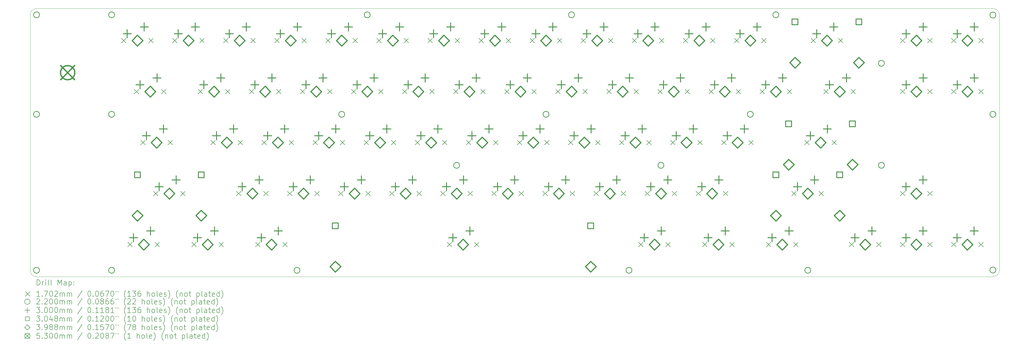
<source format=gbr>
%TF.GenerationSoftware,KiCad,Pcbnew,8.0.7*%
%TF.CreationDate,2025-01-01T21:32:53+11:00*%
%TF.ProjectId,Mainpcb,4d61696e-7063-4622-9e6b-696361645f70,rev?*%
%TF.SameCoordinates,Original*%
%TF.FileFunction,Drillmap*%
%TF.FilePolarity,Positive*%
%FSLAX45Y45*%
G04 Gerber Fmt 4.5, Leading zero omitted, Abs format (unit mm)*
G04 Created by KiCad (PCBNEW 8.0.7) date 2025-01-01 21:32:53*
%MOMM*%
%LPD*%
G01*
G04 APERTURE LIST*
%ADD10C,0.100000*%
%ADD11C,0.200000*%
%ADD12C,0.170180*%
%ADD13C,0.220000*%
%ADD14C,0.300000*%
%ADD15C,0.304800*%
%ADD16C,0.398780*%
%ADD17C,0.530000*%
G04 APERTURE END LIST*
D10*
X2000000Y-2038130D02*
X2000000Y-11581870D01*
X38156109Y-2047500D02*
X38156109Y-11572500D01*
X37908609Y-1800000D02*
X2238130Y-1800000D01*
X37908609Y-11820000D02*
X2238130Y-11820000D01*
X2238130Y-11820000D02*
G75*
G02*
X2000000Y-11581870I0J238130D01*
G01*
X37908609Y-1800000D02*
G75*
G02*
X38156110Y-2047500I1J-247500D01*
G01*
X38156109Y-11572500D02*
G75*
G02*
X37908609Y-11819999I-247499J0D01*
G01*
X2000000Y-2038130D02*
G75*
G02*
X2238130Y-1800000I238130J0D01*
G01*
D11*
D12*
X5406910Y-2914910D02*
X5577090Y-3085090D01*
X5577090Y-2914910D02*
X5406910Y-3085090D01*
X5645035Y-10534910D02*
X5815215Y-10705090D01*
X5815215Y-10534910D02*
X5645035Y-10705090D01*
X5883160Y-4819910D02*
X6053340Y-4990090D01*
X6053340Y-4819910D02*
X5883160Y-4990090D01*
X6121285Y-6724910D02*
X6291465Y-6895090D01*
X6291465Y-6724910D02*
X6121285Y-6895090D01*
X6422910Y-2914910D02*
X6593090Y-3085090D01*
X6593090Y-2914910D02*
X6422910Y-3085090D01*
X6597535Y-8629910D02*
X6767715Y-8800090D01*
X6767715Y-8629910D02*
X6597535Y-8800090D01*
X6661035Y-10534910D02*
X6831215Y-10705090D01*
X6831215Y-10534910D02*
X6661035Y-10705090D01*
X6899160Y-4819910D02*
X7069340Y-4990090D01*
X7069340Y-4819910D02*
X6899160Y-4990090D01*
X7137285Y-6724910D02*
X7307465Y-6895090D01*
X7307465Y-6724910D02*
X7137285Y-6895090D01*
X7311910Y-2914910D02*
X7482090Y-3085090D01*
X7482090Y-2914910D02*
X7311910Y-3085090D01*
X7613535Y-8629910D02*
X7783715Y-8800090D01*
X7783715Y-8629910D02*
X7613535Y-8800090D01*
X8026209Y-10534910D02*
X8196389Y-10705090D01*
X8196389Y-10534910D02*
X8026209Y-10705090D01*
X8264402Y-4819910D02*
X8434582Y-4990090D01*
X8434582Y-4819910D02*
X8264402Y-4990090D01*
X8327910Y-2914910D02*
X8498090Y-3085090D01*
X8498090Y-2914910D02*
X8327910Y-3085090D01*
X8740724Y-6724910D02*
X8910904Y-6895090D01*
X8910904Y-6724910D02*
X8740724Y-6895090D01*
X9042210Y-10534910D02*
X9212390Y-10705090D01*
X9212390Y-10534910D02*
X9042210Y-10705090D01*
X9216910Y-2914910D02*
X9387090Y-3085090D01*
X9387090Y-2914910D02*
X9216910Y-3085090D01*
X9280402Y-4819910D02*
X9450582Y-4990090D01*
X9450582Y-4819910D02*
X9280402Y-4990090D01*
X9693155Y-8629910D02*
X9863335Y-8800090D01*
X9863335Y-8629910D02*
X9693155Y-8800090D01*
X9756724Y-6724910D02*
X9926904Y-6895090D01*
X9926904Y-6724910D02*
X9756724Y-6895090D01*
X10169402Y-4819910D02*
X10339582Y-4990090D01*
X10339582Y-4819910D02*
X10169402Y-4990090D01*
X10232910Y-2914910D02*
X10403090Y-3085090D01*
X10403090Y-2914910D02*
X10232910Y-3085090D01*
X10407384Y-10534910D02*
X10577564Y-10705090D01*
X10577564Y-10534910D02*
X10407384Y-10705090D01*
X10645724Y-6724910D02*
X10815904Y-6895090D01*
X10815904Y-6724910D02*
X10645724Y-6895090D01*
X10709155Y-8629910D02*
X10879335Y-8800090D01*
X10879335Y-8629910D02*
X10709155Y-8800090D01*
X11121910Y-2914910D02*
X11292090Y-3085090D01*
X11292090Y-2914910D02*
X11121910Y-3085090D01*
X11185402Y-4819910D02*
X11355582Y-4990090D01*
X11355582Y-4819910D02*
X11185402Y-4990090D01*
X11423384Y-10534910D02*
X11593564Y-10705090D01*
X11593564Y-10534910D02*
X11423384Y-10705090D01*
X11598155Y-8629910D02*
X11768335Y-8800090D01*
X11768335Y-8629910D02*
X11598155Y-8800090D01*
X11661723Y-6724910D02*
X11831903Y-6895090D01*
X11831903Y-6724910D02*
X11661723Y-6895090D01*
X12074402Y-4819910D02*
X12244582Y-4990090D01*
X12244582Y-4819910D02*
X12074402Y-4990090D01*
X12137910Y-2914910D02*
X12308090Y-3085090D01*
X12308090Y-2914910D02*
X12137910Y-3085090D01*
X12550723Y-6724910D02*
X12720903Y-6895090D01*
X12720903Y-6724910D02*
X12550723Y-6895090D01*
X12614155Y-8629910D02*
X12784335Y-8800090D01*
X12784335Y-8629910D02*
X12614155Y-8800090D01*
X13026910Y-2914910D02*
X13197090Y-3085090D01*
X13197090Y-2914910D02*
X13026910Y-3085090D01*
X13090402Y-4819910D02*
X13260582Y-4990090D01*
X13260582Y-4819910D02*
X13090402Y-4990090D01*
X13503155Y-8629910D02*
X13673335Y-8800090D01*
X13673335Y-8629910D02*
X13503155Y-8800090D01*
X13566723Y-6724910D02*
X13736903Y-6895090D01*
X13736903Y-6724910D02*
X13566723Y-6895090D01*
X13979402Y-4819910D02*
X14149582Y-4990090D01*
X14149582Y-4819910D02*
X13979402Y-4990090D01*
X14042910Y-2914910D02*
X14213090Y-3085090D01*
X14213090Y-2914910D02*
X14042910Y-3085090D01*
X14455723Y-6724910D02*
X14625903Y-6895090D01*
X14625903Y-6724910D02*
X14455723Y-6895090D01*
X14519155Y-8629910D02*
X14689335Y-8800090D01*
X14689335Y-8629910D02*
X14519155Y-8800090D01*
X14931910Y-2914910D02*
X15102090Y-3085090D01*
X15102090Y-2914910D02*
X14931910Y-3085090D01*
X14995402Y-4819910D02*
X15165582Y-4990090D01*
X15165582Y-4819910D02*
X14995402Y-4990090D01*
X15408155Y-8629910D02*
X15578335Y-8800090D01*
X15578335Y-8629910D02*
X15408155Y-8800090D01*
X15471723Y-6724910D02*
X15641903Y-6895090D01*
X15641903Y-6724910D02*
X15471723Y-6895090D01*
X15884402Y-4819910D02*
X16054582Y-4990090D01*
X16054582Y-4819910D02*
X15884402Y-4990090D01*
X15947910Y-2914910D02*
X16118090Y-3085090D01*
X16118090Y-2914910D02*
X15947910Y-3085090D01*
X16360723Y-6724910D02*
X16530903Y-6895090D01*
X16530903Y-6724910D02*
X16360723Y-6895090D01*
X16424155Y-8629910D02*
X16594335Y-8800090D01*
X16594335Y-8629910D02*
X16424155Y-8800090D01*
X16836910Y-2914910D02*
X17007090Y-3085090D01*
X17007090Y-2914910D02*
X16836910Y-3085090D01*
X16900402Y-4819910D02*
X17070582Y-4990090D01*
X17070582Y-4819910D02*
X16900402Y-4990090D01*
X17313155Y-8629910D02*
X17483335Y-8800090D01*
X17483335Y-8629910D02*
X17313155Y-8800090D01*
X17376724Y-6724910D02*
X17546904Y-6895090D01*
X17546904Y-6724910D02*
X17376724Y-6895090D01*
X17551084Y-10534910D02*
X17721264Y-10705090D01*
X17721264Y-10534910D02*
X17551084Y-10705090D01*
X17789402Y-4819910D02*
X17959582Y-4990090D01*
X17959582Y-4819910D02*
X17789402Y-4990090D01*
X17852910Y-2914910D02*
X18023090Y-3085090D01*
X18023090Y-2914910D02*
X17852910Y-3085090D01*
X18265724Y-6724910D02*
X18435904Y-6895090D01*
X18435904Y-6724910D02*
X18265724Y-6895090D01*
X18329155Y-8629910D02*
X18499335Y-8800090D01*
X18499335Y-8629910D02*
X18329155Y-8800090D01*
X18567084Y-10534910D02*
X18737264Y-10705090D01*
X18737264Y-10534910D02*
X18567084Y-10705090D01*
X18741910Y-2914910D02*
X18912090Y-3085090D01*
X18912090Y-2914910D02*
X18741910Y-3085090D01*
X18805402Y-4819910D02*
X18975582Y-4990090D01*
X18975582Y-4819910D02*
X18805402Y-4990090D01*
X19218155Y-8629910D02*
X19388335Y-8800090D01*
X19388335Y-8629910D02*
X19218155Y-8800090D01*
X19281724Y-6724910D02*
X19451904Y-6895090D01*
X19451904Y-6724910D02*
X19281724Y-6895090D01*
X19694402Y-4819910D02*
X19864582Y-4990090D01*
X19864582Y-4819910D02*
X19694402Y-4990090D01*
X19757910Y-2914910D02*
X19928090Y-3085090D01*
X19928090Y-2914910D02*
X19757910Y-3085090D01*
X20170724Y-6724910D02*
X20340904Y-6895090D01*
X20340904Y-6724910D02*
X20170724Y-6895090D01*
X20234155Y-8629910D02*
X20404335Y-8800090D01*
X20404335Y-8629910D02*
X20234155Y-8800090D01*
X20646910Y-2914910D02*
X20817090Y-3085090D01*
X20817090Y-2914910D02*
X20646910Y-3085090D01*
X20710402Y-4819910D02*
X20880582Y-4990090D01*
X20880582Y-4819910D02*
X20710402Y-4990090D01*
X21123155Y-8629910D02*
X21293335Y-8800090D01*
X21293335Y-8629910D02*
X21123155Y-8800090D01*
X21186724Y-6724910D02*
X21356904Y-6895090D01*
X21356904Y-6724910D02*
X21186724Y-6895090D01*
X21599402Y-4819910D02*
X21769582Y-4990090D01*
X21769582Y-4819910D02*
X21599402Y-4990090D01*
X21662910Y-2914910D02*
X21833090Y-3085090D01*
X21833090Y-2914910D02*
X21662910Y-3085090D01*
X22075724Y-6724910D02*
X22245904Y-6895090D01*
X22245904Y-6724910D02*
X22075724Y-6895090D01*
X22139155Y-8629910D02*
X22309335Y-8800090D01*
X22309335Y-8629910D02*
X22139155Y-8800090D01*
X22551910Y-2914910D02*
X22722090Y-3085090D01*
X22722090Y-2914910D02*
X22551910Y-3085090D01*
X22615402Y-4819910D02*
X22785582Y-4990090D01*
X22785582Y-4819910D02*
X22615402Y-4990090D01*
X23028155Y-8629910D02*
X23198335Y-8800090D01*
X23198335Y-8629910D02*
X23028155Y-8800090D01*
X23091723Y-6724910D02*
X23261903Y-6895090D01*
X23261903Y-6724910D02*
X23091723Y-6895090D01*
X23504402Y-4819910D02*
X23674582Y-4990090D01*
X23674582Y-4819910D02*
X23504402Y-4990090D01*
X23567910Y-2914910D02*
X23738090Y-3085090D01*
X23738090Y-2914910D02*
X23567910Y-3085090D01*
X23980723Y-6724910D02*
X24150903Y-6895090D01*
X24150903Y-6724910D02*
X23980723Y-6895090D01*
X24044155Y-8629910D02*
X24214335Y-8800090D01*
X24214335Y-8629910D02*
X24044155Y-8800090D01*
X24456910Y-2914910D02*
X24627090Y-3085090D01*
X24627090Y-2914910D02*
X24456910Y-3085090D01*
X24520402Y-4819910D02*
X24690582Y-4990090D01*
X24690582Y-4819910D02*
X24520402Y-4990090D01*
X24694884Y-10534910D02*
X24865064Y-10705090D01*
X24865064Y-10534910D02*
X24694884Y-10705090D01*
X24933155Y-8629910D02*
X25103335Y-8800090D01*
X25103335Y-8629910D02*
X24933155Y-8800090D01*
X24996723Y-6724910D02*
X25166903Y-6895090D01*
X25166903Y-6724910D02*
X24996723Y-6895090D01*
X25409402Y-4819910D02*
X25579582Y-4990090D01*
X25579582Y-4819910D02*
X25409402Y-4990090D01*
X25472910Y-2914910D02*
X25643090Y-3085090D01*
X25643090Y-2914910D02*
X25472910Y-3085090D01*
X25710884Y-10534910D02*
X25881064Y-10705090D01*
X25881064Y-10534910D02*
X25710884Y-10705090D01*
X25885723Y-6724910D02*
X26055903Y-6895090D01*
X26055903Y-6724910D02*
X25885723Y-6895090D01*
X25949155Y-8629910D02*
X26119335Y-8800090D01*
X26119335Y-8629910D02*
X25949155Y-8800090D01*
X26361910Y-2914910D02*
X26532090Y-3085090D01*
X26532090Y-2914910D02*
X26361910Y-3085090D01*
X26425402Y-4819910D02*
X26595582Y-4990090D01*
X26595582Y-4819910D02*
X26425402Y-4990090D01*
X26838155Y-8629910D02*
X27008335Y-8800090D01*
X27008335Y-8629910D02*
X26838155Y-8800090D01*
X26901723Y-6724910D02*
X27071903Y-6895090D01*
X27071903Y-6724910D02*
X26901723Y-6895090D01*
X27076084Y-10534910D02*
X27246264Y-10705090D01*
X27246264Y-10534910D02*
X27076084Y-10705090D01*
X27314402Y-4819910D02*
X27484582Y-4990090D01*
X27484582Y-4819910D02*
X27314402Y-4990090D01*
X27377910Y-2914910D02*
X27548090Y-3085090D01*
X27548090Y-2914910D02*
X27377910Y-3085090D01*
X27790723Y-6724910D02*
X27960903Y-6895090D01*
X27960903Y-6724910D02*
X27790723Y-6895090D01*
X27854155Y-8629910D02*
X28024335Y-8800090D01*
X28024335Y-8629910D02*
X27854155Y-8800090D01*
X28092084Y-10534910D02*
X28262264Y-10705090D01*
X28262264Y-10534910D02*
X28092084Y-10705090D01*
X28266910Y-2914910D02*
X28437090Y-3085090D01*
X28437090Y-2914910D02*
X28266910Y-3085090D01*
X28330402Y-4819910D02*
X28500582Y-4990090D01*
X28500582Y-4819910D02*
X28330402Y-4990090D01*
X28806723Y-6724910D02*
X28976903Y-6895090D01*
X28976903Y-6724910D02*
X28806723Y-6895090D01*
X29219402Y-4819910D02*
X29389582Y-4990090D01*
X29389582Y-4819910D02*
X29219402Y-4990090D01*
X29282910Y-2914910D02*
X29453090Y-3085090D01*
X29453090Y-2914910D02*
X29282910Y-3085090D01*
X29457284Y-10534910D02*
X29627464Y-10705090D01*
X29627464Y-10534910D02*
X29457284Y-10705090D01*
X30235402Y-4819910D02*
X30405582Y-4990090D01*
X30405582Y-4819910D02*
X30235402Y-4990090D01*
X30409955Y-8629910D02*
X30580135Y-8800090D01*
X30580135Y-8629910D02*
X30409955Y-8800090D01*
X30473284Y-10534910D02*
X30643464Y-10705090D01*
X30643464Y-10534910D02*
X30473284Y-10705090D01*
X30886273Y-6724910D02*
X31056453Y-6895090D01*
X31056453Y-6724910D02*
X30886273Y-6895090D01*
X31124410Y-2914910D02*
X31294590Y-3085090D01*
X31294590Y-2914910D02*
X31124410Y-3085090D01*
X31425955Y-8629910D02*
X31596135Y-8800090D01*
X31596135Y-8629910D02*
X31425955Y-8800090D01*
X31600652Y-4819910D02*
X31770832Y-4990090D01*
X31770832Y-4819910D02*
X31600652Y-4990090D01*
X31902273Y-6724910D02*
X32072453Y-6895090D01*
X32072453Y-6724910D02*
X31902273Y-6895090D01*
X32140410Y-2914910D02*
X32310590Y-3085090D01*
X32310590Y-2914910D02*
X32140410Y-3085090D01*
X32552934Y-10534910D02*
X32723114Y-10705090D01*
X32723114Y-10534910D02*
X32552934Y-10705090D01*
X32616652Y-4819910D02*
X32786832Y-4990090D01*
X32786832Y-4819910D02*
X32616652Y-4990090D01*
X33568934Y-10534910D02*
X33739114Y-10705090D01*
X33739114Y-10534910D02*
X33568934Y-10705090D01*
X34458019Y-8629910D02*
X34628199Y-8800090D01*
X34628199Y-8629910D02*
X34458019Y-8800090D01*
X34458019Y-10534910D02*
X34628199Y-10705090D01*
X34628199Y-10534910D02*
X34458019Y-10705090D01*
X34458160Y-2914910D02*
X34628340Y-3085090D01*
X34628340Y-2914910D02*
X34458160Y-3085090D01*
X34458160Y-4819910D02*
X34628340Y-4990090D01*
X34628340Y-4819910D02*
X34458160Y-4990090D01*
X35474019Y-8629910D02*
X35644199Y-8800090D01*
X35644199Y-8629910D02*
X35474019Y-8800090D01*
X35474019Y-10534910D02*
X35644199Y-10705090D01*
X35644199Y-10534910D02*
X35474019Y-10705090D01*
X35474160Y-2914910D02*
X35644340Y-3085090D01*
X35644340Y-2914910D02*
X35474160Y-3085090D01*
X35474160Y-4819910D02*
X35644340Y-4990090D01*
X35644340Y-4819910D02*
X35474160Y-4990090D01*
X36363019Y-10534910D02*
X36533199Y-10705090D01*
X36533199Y-10534910D02*
X36363019Y-10705090D01*
X36363160Y-2914910D02*
X36533340Y-3085090D01*
X36533340Y-2914910D02*
X36363160Y-3085090D01*
X36363160Y-4819910D02*
X36533340Y-4990090D01*
X36533340Y-4819910D02*
X36363160Y-4990090D01*
X37379019Y-10534910D02*
X37549199Y-10705090D01*
X37549199Y-10534910D02*
X37379019Y-10705090D01*
X37379160Y-2914910D02*
X37549340Y-3085090D01*
X37549340Y-2914910D02*
X37379160Y-3085090D01*
X37379160Y-4819910D02*
X37549340Y-4990090D01*
X37549340Y-4819910D02*
X37379160Y-4990090D01*
D13*
X2348130Y-2038130D02*
G75*
G02*
X2128130Y-2038130I-110000J0D01*
G01*
X2128130Y-2038130D02*
G75*
G02*
X2348130Y-2038130I110000J0D01*
G01*
X2348130Y-5755000D02*
G75*
G02*
X2128130Y-5755000I-110000J0D01*
G01*
X2128130Y-5755000D02*
G75*
G02*
X2348130Y-5755000I110000J0D01*
G01*
X2348130Y-11581870D02*
G75*
G02*
X2128130Y-11581870I-110000J0D01*
G01*
X2128130Y-11581870D02*
G75*
G02*
X2348130Y-11581870I110000J0D01*
G01*
X5148130Y-2038130D02*
G75*
G02*
X4928130Y-2038130I-110000J0D01*
G01*
X4928130Y-2038130D02*
G75*
G02*
X5148130Y-2038130I110000J0D01*
G01*
X5148130Y-5755000D02*
G75*
G02*
X4928130Y-5755000I-110000J0D01*
G01*
X4928130Y-5755000D02*
G75*
G02*
X5148130Y-5755000I110000J0D01*
G01*
X5148130Y-11581870D02*
G75*
G02*
X4928130Y-11581870I-110000J0D01*
G01*
X4928130Y-11581870D02*
G75*
G02*
X5148130Y-11581870I110000J0D01*
G01*
X12062974Y-11581870D02*
G75*
G02*
X11842974Y-11581870I-110000J0D01*
G01*
X11842974Y-11581870D02*
G75*
G02*
X12062974Y-11581870I110000J0D01*
G01*
X13729992Y-5755000D02*
G75*
G02*
X13509992Y-5755000I-110000J0D01*
G01*
X13509992Y-5755000D02*
G75*
G02*
X13729992Y-5755000I110000J0D01*
G01*
X14682500Y-2038130D02*
G75*
G02*
X14462500Y-2038130I-110000J0D01*
G01*
X14462500Y-2038130D02*
G75*
G02*
X14682500Y-2038130I110000J0D01*
G01*
X18016314Y-7660000D02*
G75*
G02*
X17796314Y-7660000I-110000J0D01*
G01*
X17796314Y-7660000D02*
G75*
G02*
X18016314Y-7660000I110000J0D01*
G01*
X21349992Y-5755000D02*
G75*
G02*
X21129992Y-5755000I-110000J0D01*
G01*
X21129992Y-5755000D02*
G75*
G02*
X21349992Y-5755000I110000J0D01*
G01*
X22302500Y-2038130D02*
G75*
G02*
X22082500Y-2038130I-110000J0D01*
G01*
X22082500Y-2038130D02*
G75*
G02*
X22302500Y-2038130I110000J0D01*
G01*
X24445474Y-11581870D02*
G75*
G02*
X24225474Y-11581870I-110000J0D01*
G01*
X24225474Y-11581870D02*
G75*
G02*
X24445474Y-11581870I110000J0D01*
G01*
X25636313Y-7660000D02*
G75*
G02*
X25416313Y-7660000I-110000J0D01*
G01*
X25416313Y-7660000D02*
G75*
G02*
X25636313Y-7660000I110000J0D01*
G01*
X28969992Y-5755000D02*
G75*
G02*
X28749992Y-5755000I-110000J0D01*
G01*
X28749992Y-5755000D02*
G75*
G02*
X28969992Y-5755000I110000J0D01*
G01*
X29922500Y-2038130D02*
G75*
G02*
X29702500Y-2038130I-110000J0D01*
G01*
X29702500Y-2038130D02*
G75*
G02*
X29922500Y-2038130I110000J0D01*
G01*
X31112874Y-11581870D02*
G75*
G02*
X30892874Y-11581870I-110000J0D01*
G01*
X30892874Y-11581870D02*
G75*
G02*
X31112874Y-11581870I110000J0D01*
G01*
X33860000Y-3850000D02*
G75*
G02*
X33640000Y-3850000I-110000J0D01*
G01*
X33640000Y-3850000D02*
G75*
G02*
X33860000Y-3850000I110000J0D01*
G01*
X33860000Y-7660000D02*
G75*
G02*
X33640000Y-7660000I-110000J0D01*
G01*
X33640000Y-7660000D02*
G75*
G02*
X33860000Y-7660000I110000J0D01*
G01*
X38018609Y-2047500D02*
G75*
G02*
X37798609Y-2047500I-110000J0D01*
G01*
X37798609Y-2047500D02*
G75*
G02*
X38018609Y-2047500I110000J0D01*
G01*
X38018609Y-5755000D02*
G75*
G02*
X37798609Y-5755000I-110000J0D01*
G01*
X37798609Y-5755000D02*
G75*
G02*
X38018609Y-5755000I110000J0D01*
G01*
X38018609Y-11572500D02*
G75*
G02*
X37798609Y-11572500I-110000J0D01*
G01*
X37798609Y-11572500D02*
G75*
G02*
X38018609Y-11572500I110000J0D01*
G01*
D14*
X5619000Y-2596000D02*
X5619000Y-2896000D01*
X5469000Y-2746000D02*
X5769000Y-2746000D01*
X5857125Y-10216000D02*
X5857125Y-10516000D01*
X5707125Y-10366000D02*
X6007125Y-10366000D01*
X6095250Y-4501000D02*
X6095250Y-4801000D01*
X5945250Y-4651000D02*
X6245250Y-4651000D01*
X6254000Y-2342000D02*
X6254000Y-2642000D01*
X6104000Y-2492000D02*
X6404000Y-2492000D01*
X6333375Y-6406000D02*
X6333375Y-6706000D01*
X6183375Y-6556000D02*
X6483375Y-6556000D01*
X6492125Y-9962000D02*
X6492125Y-10262000D01*
X6342125Y-10112000D02*
X6642125Y-10112000D01*
X6730250Y-4247000D02*
X6730250Y-4547000D01*
X6580250Y-4397000D02*
X6880250Y-4397000D01*
X6809625Y-8311000D02*
X6809625Y-8611000D01*
X6659625Y-8461000D02*
X6959625Y-8461000D01*
X6968375Y-6152000D02*
X6968375Y-6452000D01*
X6818375Y-6302000D02*
X7118375Y-6302000D01*
X7444625Y-8057000D02*
X7444625Y-8357000D01*
X7294625Y-8207000D02*
X7594625Y-8207000D01*
X7524000Y-2596000D02*
X7524000Y-2896000D01*
X7374000Y-2746000D02*
X7674000Y-2746000D01*
X8159000Y-2342000D02*
X8159000Y-2642000D01*
X8009000Y-2492000D02*
X8309000Y-2492000D01*
X8238299Y-10216000D02*
X8238299Y-10516000D01*
X8088299Y-10366000D02*
X8388299Y-10366000D01*
X8476492Y-4501000D02*
X8476492Y-4801000D01*
X8326492Y-4651000D02*
X8626492Y-4651000D01*
X8873300Y-9962000D02*
X8873300Y-10262000D01*
X8723300Y-10112000D02*
X9023300Y-10112000D01*
X8952814Y-6406000D02*
X8952814Y-6706000D01*
X8802814Y-6556000D02*
X9102814Y-6556000D01*
X9111492Y-4247000D02*
X9111492Y-4547000D01*
X8961492Y-4397000D02*
X9261492Y-4397000D01*
X9429000Y-2596000D02*
X9429000Y-2896000D01*
X9279000Y-2746000D02*
X9579000Y-2746000D01*
X9587814Y-6152000D02*
X9587814Y-6452000D01*
X9437814Y-6302000D02*
X9737814Y-6302000D01*
X9905245Y-8311000D02*
X9905245Y-8611000D01*
X9755245Y-8461000D02*
X10055245Y-8461000D01*
X10064000Y-2342000D02*
X10064000Y-2642000D01*
X9914000Y-2492000D02*
X10214000Y-2492000D01*
X10381492Y-4501000D02*
X10381492Y-4801000D01*
X10231492Y-4651000D02*
X10531492Y-4651000D01*
X10540245Y-8057000D02*
X10540245Y-8357000D01*
X10390245Y-8207000D02*
X10690245Y-8207000D01*
X10619474Y-10216000D02*
X10619474Y-10516000D01*
X10469474Y-10366000D02*
X10769474Y-10366000D01*
X10857814Y-6406000D02*
X10857814Y-6706000D01*
X10707814Y-6556000D02*
X11007814Y-6556000D01*
X11016492Y-4247000D02*
X11016492Y-4547000D01*
X10866492Y-4397000D02*
X11166492Y-4397000D01*
X11254474Y-9962000D02*
X11254474Y-10262000D01*
X11104474Y-10112000D02*
X11404474Y-10112000D01*
X11334000Y-2596000D02*
X11334000Y-2896000D01*
X11184000Y-2746000D02*
X11484000Y-2746000D01*
X11492813Y-6152000D02*
X11492813Y-6452000D01*
X11342813Y-6302000D02*
X11642813Y-6302000D01*
X11810245Y-8311000D02*
X11810245Y-8611000D01*
X11660245Y-8461000D02*
X11960245Y-8461000D01*
X11969000Y-2342000D02*
X11969000Y-2642000D01*
X11819000Y-2492000D02*
X12119000Y-2492000D01*
X12286492Y-4501000D02*
X12286492Y-4801000D01*
X12136492Y-4651000D02*
X12436492Y-4651000D01*
X12445245Y-8057000D02*
X12445245Y-8357000D01*
X12295245Y-8207000D02*
X12595245Y-8207000D01*
X12762813Y-6406000D02*
X12762813Y-6706000D01*
X12612813Y-6556000D02*
X12912813Y-6556000D01*
X12921492Y-4247000D02*
X12921492Y-4547000D01*
X12771492Y-4397000D02*
X13071492Y-4397000D01*
X13239000Y-2596000D02*
X13239000Y-2896000D01*
X13089000Y-2746000D02*
X13389000Y-2746000D01*
X13397813Y-6152000D02*
X13397813Y-6452000D01*
X13247813Y-6302000D02*
X13547813Y-6302000D01*
X13715245Y-8311000D02*
X13715245Y-8611000D01*
X13565245Y-8461000D02*
X13865245Y-8461000D01*
X13874000Y-2342000D02*
X13874000Y-2642000D01*
X13724000Y-2492000D02*
X14024000Y-2492000D01*
X14191492Y-4501000D02*
X14191492Y-4801000D01*
X14041492Y-4651000D02*
X14341492Y-4651000D01*
X14350245Y-8057000D02*
X14350245Y-8357000D01*
X14200245Y-8207000D02*
X14500245Y-8207000D01*
X14667813Y-6406000D02*
X14667813Y-6706000D01*
X14517813Y-6556000D02*
X14817813Y-6556000D01*
X14826492Y-4247000D02*
X14826492Y-4547000D01*
X14676492Y-4397000D02*
X14976492Y-4397000D01*
X15144000Y-2596000D02*
X15144000Y-2896000D01*
X14994000Y-2746000D02*
X15294000Y-2746000D01*
X15302813Y-6152000D02*
X15302813Y-6452000D01*
X15152813Y-6302000D02*
X15452813Y-6302000D01*
X15620245Y-8311000D02*
X15620245Y-8611000D01*
X15470245Y-8461000D02*
X15770245Y-8461000D01*
X15779000Y-2342000D02*
X15779000Y-2642000D01*
X15629000Y-2492000D02*
X15929000Y-2492000D01*
X16096492Y-4501000D02*
X16096492Y-4801000D01*
X15946492Y-4651000D02*
X16246492Y-4651000D01*
X16255245Y-8057000D02*
X16255245Y-8357000D01*
X16105245Y-8207000D02*
X16405245Y-8207000D01*
X16572813Y-6406000D02*
X16572813Y-6706000D01*
X16422813Y-6556000D02*
X16722813Y-6556000D01*
X16731492Y-4247000D02*
X16731492Y-4547000D01*
X16581492Y-4397000D02*
X16881492Y-4397000D01*
X17049000Y-2596000D02*
X17049000Y-2896000D01*
X16899000Y-2746000D02*
X17199000Y-2746000D01*
X17207814Y-6152000D02*
X17207814Y-6452000D01*
X17057814Y-6302000D02*
X17357814Y-6302000D01*
X17525245Y-8311000D02*
X17525245Y-8611000D01*
X17375245Y-8461000D02*
X17675245Y-8461000D01*
X17684000Y-2342000D02*
X17684000Y-2642000D01*
X17534000Y-2492000D02*
X17834000Y-2492000D01*
X17763174Y-10216000D02*
X17763174Y-10516000D01*
X17613174Y-10366000D02*
X17913174Y-10366000D01*
X18001492Y-4501000D02*
X18001492Y-4801000D01*
X17851492Y-4651000D02*
X18151492Y-4651000D01*
X18160245Y-8057000D02*
X18160245Y-8357000D01*
X18010245Y-8207000D02*
X18310245Y-8207000D01*
X18398174Y-9962000D02*
X18398174Y-10262000D01*
X18248174Y-10112000D02*
X18548174Y-10112000D01*
X18477814Y-6406000D02*
X18477814Y-6706000D01*
X18327814Y-6556000D02*
X18627814Y-6556000D01*
X18636492Y-4247000D02*
X18636492Y-4547000D01*
X18486492Y-4397000D02*
X18786492Y-4397000D01*
X18954000Y-2596000D02*
X18954000Y-2896000D01*
X18804000Y-2746000D02*
X19104000Y-2746000D01*
X19112814Y-6152000D02*
X19112814Y-6452000D01*
X18962814Y-6302000D02*
X19262814Y-6302000D01*
X19430245Y-8311000D02*
X19430245Y-8611000D01*
X19280245Y-8461000D02*
X19580245Y-8461000D01*
X19589000Y-2342000D02*
X19589000Y-2642000D01*
X19439000Y-2492000D02*
X19739000Y-2492000D01*
X19906492Y-4501000D02*
X19906492Y-4801000D01*
X19756492Y-4651000D02*
X20056492Y-4651000D01*
X20065245Y-8057000D02*
X20065245Y-8357000D01*
X19915245Y-8207000D02*
X20215245Y-8207000D01*
X20382814Y-6406000D02*
X20382814Y-6706000D01*
X20232814Y-6556000D02*
X20532814Y-6556000D01*
X20541492Y-4247000D02*
X20541492Y-4547000D01*
X20391492Y-4397000D02*
X20691492Y-4397000D01*
X20859000Y-2596000D02*
X20859000Y-2896000D01*
X20709000Y-2746000D02*
X21009000Y-2746000D01*
X21017814Y-6152000D02*
X21017814Y-6452000D01*
X20867814Y-6302000D02*
X21167814Y-6302000D01*
X21335245Y-8311000D02*
X21335245Y-8611000D01*
X21185245Y-8461000D02*
X21485245Y-8461000D01*
X21494000Y-2342000D02*
X21494000Y-2642000D01*
X21344000Y-2492000D02*
X21644000Y-2492000D01*
X21811492Y-4501000D02*
X21811492Y-4801000D01*
X21661492Y-4651000D02*
X21961492Y-4651000D01*
X21970245Y-8057000D02*
X21970245Y-8357000D01*
X21820245Y-8207000D02*
X22120245Y-8207000D01*
X22287814Y-6406000D02*
X22287814Y-6706000D01*
X22137814Y-6556000D02*
X22437813Y-6556000D01*
X22446492Y-4247000D02*
X22446492Y-4547000D01*
X22296492Y-4397000D02*
X22596492Y-4397000D01*
X22764000Y-2596000D02*
X22764000Y-2896000D01*
X22614000Y-2746000D02*
X22914000Y-2746000D01*
X22922813Y-6152000D02*
X22922813Y-6452000D01*
X22772813Y-6302000D02*
X23072813Y-6302000D01*
X23240245Y-8311000D02*
X23240245Y-8611000D01*
X23090245Y-8461000D02*
X23390245Y-8461000D01*
X23399000Y-2342000D02*
X23399000Y-2642000D01*
X23249000Y-2492000D02*
X23549000Y-2492000D01*
X23716492Y-4501000D02*
X23716492Y-4801000D01*
X23566492Y-4651000D02*
X23866492Y-4651000D01*
X23875245Y-8057000D02*
X23875245Y-8357000D01*
X23725245Y-8207000D02*
X24025245Y-8207000D01*
X24192813Y-6406000D02*
X24192813Y-6706000D01*
X24042813Y-6556000D02*
X24342813Y-6556000D01*
X24351492Y-4247000D02*
X24351492Y-4547000D01*
X24201492Y-4397000D02*
X24501492Y-4397000D01*
X24669000Y-2596000D02*
X24669000Y-2896000D01*
X24519000Y-2746000D02*
X24819000Y-2746000D01*
X24827813Y-6152000D02*
X24827813Y-6452000D01*
X24677813Y-6302000D02*
X24977813Y-6302000D01*
X24906974Y-10216000D02*
X24906974Y-10516000D01*
X24756974Y-10366000D02*
X25056974Y-10366000D01*
X25145245Y-8311000D02*
X25145245Y-8611000D01*
X24995245Y-8461000D02*
X25295245Y-8461000D01*
X25304000Y-2342000D02*
X25304000Y-2642000D01*
X25154000Y-2492000D02*
X25454000Y-2492000D01*
X25541974Y-9962000D02*
X25541974Y-10262000D01*
X25391974Y-10112000D02*
X25691974Y-10112000D01*
X25621492Y-4501000D02*
X25621492Y-4801000D01*
X25471492Y-4651000D02*
X25771492Y-4651000D01*
X25780245Y-8057000D02*
X25780245Y-8357000D01*
X25630245Y-8207000D02*
X25930245Y-8207000D01*
X26097813Y-6406000D02*
X26097813Y-6706000D01*
X25947813Y-6556000D02*
X26247813Y-6556000D01*
X26256492Y-4247000D02*
X26256492Y-4547000D01*
X26106492Y-4397000D02*
X26406492Y-4397000D01*
X26574000Y-2596000D02*
X26574000Y-2896000D01*
X26424000Y-2746000D02*
X26724000Y-2746000D01*
X26732813Y-6152000D02*
X26732813Y-6452000D01*
X26582813Y-6302000D02*
X26882813Y-6302000D01*
X27050245Y-8311000D02*
X27050245Y-8611000D01*
X26900245Y-8461000D02*
X27200245Y-8461000D01*
X27209000Y-2342000D02*
X27209000Y-2642000D01*
X27059000Y-2492000D02*
X27359000Y-2492000D01*
X27288174Y-10216000D02*
X27288174Y-10516000D01*
X27138174Y-10366000D02*
X27438174Y-10366000D01*
X27526492Y-4501000D02*
X27526492Y-4801000D01*
X27376492Y-4651000D02*
X27676492Y-4651000D01*
X27685245Y-8057000D02*
X27685245Y-8357000D01*
X27535245Y-8207000D02*
X27835245Y-8207000D01*
X27923174Y-9962000D02*
X27923174Y-10262000D01*
X27773174Y-10112000D02*
X28073174Y-10112000D01*
X28002813Y-6406000D02*
X28002813Y-6706000D01*
X27852813Y-6556000D02*
X28152813Y-6556000D01*
X28161492Y-4247000D02*
X28161492Y-4547000D01*
X28011492Y-4397000D02*
X28311492Y-4397000D01*
X28479000Y-2596000D02*
X28479000Y-2896000D01*
X28329000Y-2746000D02*
X28629000Y-2746000D01*
X28637813Y-6152000D02*
X28637813Y-6452000D01*
X28487813Y-6302000D02*
X28787813Y-6302000D01*
X29114000Y-2342000D02*
X29114000Y-2642000D01*
X28964000Y-2492000D02*
X29264000Y-2492000D01*
X29431492Y-4501000D02*
X29431492Y-4801000D01*
X29281492Y-4651000D02*
X29581492Y-4651000D01*
X29669374Y-10216000D02*
X29669374Y-10516000D01*
X29519374Y-10366000D02*
X29819374Y-10366000D01*
X30066492Y-4247000D02*
X30066492Y-4547000D01*
X29916492Y-4397000D02*
X30216492Y-4397000D01*
X30304374Y-9962000D02*
X30304374Y-10262000D01*
X30154374Y-10112000D02*
X30454374Y-10112000D01*
X30622045Y-8311000D02*
X30622045Y-8611000D01*
X30472045Y-8461000D02*
X30772045Y-8461000D01*
X31098363Y-6406000D02*
X31098363Y-6706000D01*
X30948363Y-6556000D02*
X31248363Y-6556000D01*
X31257045Y-8057000D02*
X31257045Y-8357000D01*
X31107045Y-8207000D02*
X31407045Y-8207000D01*
X31336500Y-2596000D02*
X31336500Y-2896000D01*
X31186500Y-2746000D02*
X31486500Y-2746000D01*
X31733363Y-6152000D02*
X31733363Y-6452000D01*
X31583363Y-6302000D02*
X31883363Y-6302000D01*
X31812742Y-4501000D02*
X31812742Y-4801000D01*
X31662742Y-4651000D02*
X31962742Y-4651000D01*
X31971500Y-2342000D02*
X31971500Y-2642000D01*
X31821500Y-2492000D02*
X32121500Y-2492000D01*
X32447742Y-4247000D02*
X32447742Y-4547000D01*
X32297742Y-4397000D02*
X32597742Y-4397000D01*
X32765024Y-10216000D02*
X32765024Y-10516000D01*
X32615024Y-10366000D02*
X32915024Y-10366000D01*
X33400024Y-9962000D02*
X33400024Y-10262000D01*
X33250024Y-10112000D02*
X33550024Y-10112000D01*
X34670109Y-8311000D02*
X34670109Y-8611000D01*
X34520109Y-8461000D02*
X34820109Y-8461000D01*
X34670109Y-10216000D02*
X34670109Y-10516000D01*
X34520109Y-10366000D02*
X34820109Y-10366000D01*
X34670250Y-2596000D02*
X34670250Y-2896000D01*
X34520250Y-2746000D02*
X34820250Y-2746000D01*
X34670250Y-4501000D02*
X34670250Y-4801000D01*
X34520250Y-4651000D02*
X34820250Y-4651000D01*
X35305109Y-8057000D02*
X35305109Y-8357000D01*
X35155109Y-8207000D02*
X35455109Y-8207000D01*
X35305109Y-9962000D02*
X35305109Y-10262000D01*
X35155109Y-10112000D02*
X35455109Y-10112000D01*
X35305250Y-2342000D02*
X35305250Y-2642000D01*
X35155250Y-2492000D02*
X35455250Y-2492000D01*
X35305250Y-4247000D02*
X35305250Y-4547000D01*
X35155250Y-4397000D02*
X35455250Y-4397000D01*
X36575109Y-10216000D02*
X36575109Y-10516000D01*
X36425109Y-10366000D02*
X36725109Y-10366000D01*
X36575250Y-2596000D02*
X36575250Y-2896000D01*
X36425250Y-2746000D02*
X36725250Y-2746000D01*
X36575250Y-4501000D02*
X36575250Y-4801000D01*
X36425250Y-4651000D02*
X36725250Y-4651000D01*
X37210109Y-9962000D02*
X37210109Y-10262000D01*
X37060109Y-10112000D02*
X37360109Y-10112000D01*
X37210250Y-2342000D02*
X37210250Y-2642000D01*
X37060250Y-2492000D02*
X37360250Y-2492000D01*
X37210250Y-4247000D02*
X37210250Y-4547000D01*
X37060250Y-4397000D02*
X37360250Y-4397000D01*
D15*
X6108389Y-8124264D02*
X6108389Y-7908736D01*
X5892861Y-7908736D01*
X5892861Y-8124264D01*
X6108389Y-8124264D01*
X8488389Y-8124264D02*
X8488389Y-7908736D01*
X8272861Y-7908736D01*
X8272861Y-8124264D01*
X8488389Y-8124264D01*
X13489423Y-10029264D02*
X13489423Y-9813736D01*
X13273895Y-9813736D01*
X13273895Y-10029264D01*
X13489423Y-10029264D01*
X23014423Y-10029264D02*
X23014423Y-9813736D01*
X22798895Y-9813736D01*
X22798895Y-10029264D01*
X23014423Y-10029264D01*
X29920809Y-8124264D02*
X29920809Y-7908736D01*
X29705281Y-7908736D01*
X29705281Y-8124264D01*
X29920809Y-8124264D01*
X30397128Y-6219264D02*
X30397128Y-6003736D01*
X30181599Y-6003736D01*
X30181599Y-6219264D01*
X30397128Y-6219264D01*
X30635264Y-2409264D02*
X30635264Y-2193736D01*
X30419736Y-2193736D01*
X30419736Y-2409264D01*
X30635264Y-2409264D01*
X32300809Y-8124264D02*
X32300809Y-7908736D01*
X32085281Y-7908736D01*
X32085281Y-8124264D01*
X32300809Y-8124264D01*
X32777128Y-6219264D02*
X32777128Y-6003736D01*
X32561599Y-6003736D01*
X32561599Y-6219264D01*
X32777128Y-6219264D01*
X33015264Y-2409264D02*
X33015264Y-2193736D01*
X32799736Y-2193736D01*
X32799736Y-2409264D01*
X33015264Y-2409264D01*
D16*
X6000000Y-3199390D02*
X6199390Y-3000000D01*
X6000000Y-2800610D01*
X5800610Y-3000000D01*
X6000000Y-3199390D01*
X6000625Y-9739890D02*
X6200015Y-9540500D01*
X6000625Y-9341110D01*
X5801235Y-9540500D01*
X6000625Y-9739890D01*
X6238125Y-10819390D02*
X6437515Y-10620000D01*
X6238125Y-10420610D01*
X6038735Y-10620000D01*
X6238125Y-10819390D01*
X6476250Y-5104390D02*
X6675640Y-4905000D01*
X6476250Y-4705610D01*
X6276860Y-4905000D01*
X6476250Y-5104390D01*
X6714375Y-7009390D02*
X6913765Y-6810000D01*
X6714375Y-6610610D01*
X6514985Y-6810000D01*
X6714375Y-7009390D01*
X7190625Y-8914390D02*
X7390015Y-8715000D01*
X7190625Y-8515610D01*
X6991235Y-8715000D01*
X7190625Y-8914390D01*
X7905000Y-3199390D02*
X8104390Y-3000000D01*
X7905000Y-2800610D01*
X7705610Y-3000000D01*
X7905000Y-3199390D01*
X8380625Y-9739890D02*
X8580015Y-9540500D01*
X8380625Y-9341110D01*
X8181235Y-9540500D01*
X8380625Y-9739890D01*
X8619300Y-10819390D02*
X8818690Y-10620000D01*
X8619300Y-10420610D01*
X8419910Y-10620000D01*
X8619300Y-10819390D01*
X8857492Y-5104390D02*
X9056882Y-4905000D01*
X8857492Y-4705610D01*
X8658102Y-4905000D01*
X8857492Y-5104390D01*
X9333814Y-7009390D02*
X9533204Y-6810000D01*
X9333814Y-6610610D01*
X9134424Y-6810000D01*
X9333814Y-7009390D01*
X9810000Y-3199390D02*
X10009390Y-3000000D01*
X9810000Y-2800610D01*
X9610610Y-3000000D01*
X9810000Y-3199390D01*
X10286245Y-8914390D02*
X10485635Y-8715000D01*
X10286245Y-8515610D01*
X10086855Y-8715000D01*
X10286245Y-8914390D01*
X10762492Y-5104390D02*
X10961882Y-4905000D01*
X10762492Y-4705610D01*
X10563102Y-4905000D01*
X10762492Y-5104390D01*
X11000474Y-10819390D02*
X11199864Y-10620000D01*
X11000474Y-10420610D01*
X10801084Y-10620000D01*
X11000474Y-10819390D01*
X11238813Y-7009390D02*
X11438203Y-6810000D01*
X11238813Y-6610610D01*
X11039424Y-6810000D01*
X11238813Y-7009390D01*
X11715000Y-3199390D02*
X11914390Y-3000000D01*
X11715000Y-2800610D01*
X11515610Y-3000000D01*
X11715000Y-3199390D01*
X12191245Y-8914390D02*
X12390635Y-8715000D01*
X12191245Y-8515610D01*
X11991855Y-8715000D01*
X12191245Y-8914390D01*
X12667492Y-5104390D02*
X12866882Y-4905000D01*
X12667492Y-4705610D01*
X12468102Y-4905000D01*
X12667492Y-5104390D01*
X13143813Y-7009390D02*
X13343203Y-6810000D01*
X13143813Y-6610610D01*
X12944423Y-6810000D01*
X13143813Y-7009390D01*
X13381659Y-11644890D02*
X13581049Y-11445500D01*
X13381659Y-11246110D01*
X13182269Y-11445500D01*
X13381659Y-11644890D01*
X13620000Y-3199390D02*
X13819390Y-3000000D01*
X13620000Y-2800610D01*
X13420610Y-3000000D01*
X13620000Y-3199390D01*
X14096245Y-8914390D02*
X14295635Y-8715000D01*
X14096245Y-8515610D01*
X13896855Y-8715000D01*
X14096245Y-8914390D01*
X14572492Y-5104390D02*
X14771882Y-4905000D01*
X14572492Y-4705610D01*
X14373102Y-4905000D01*
X14572492Y-5104390D01*
X15048813Y-7009390D02*
X15248203Y-6810000D01*
X15048813Y-6610610D01*
X14849423Y-6810000D01*
X15048813Y-7009390D01*
X15525000Y-3199390D02*
X15724390Y-3000000D01*
X15525000Y-2800610D01*
X15325610Y-3000000D01*
X15525000Y-3199390D01*
X16001245Y-8914390D02*
X16200635Y-8715000D01*
X16001245Y-8515610D01*
X15801855Y-8715000D01*
X16001245Y-8914390D01*
X16477492Y-5104390D02*
X16676882Y-4905000D01*
X16477492Y-4705610D01*
X16278102Y-4905000D01*
X16477492Y-5104390D01*
X16953814Y-7009390D02*
X17153204Y-6810000D01*
X16953814Y-6610610D01*
X16754423Y-6810000D01*
X16953814Y-7009390D01*
X17430000Y-3199390D02*
X17629390Y-3000000D01*
X17430000Y-2800610D01*
X17230610Y-3000000D01*
X17430000Y-3199390D01*
X17906245Y-8914390D02*
X18105635Y-8715000D01*
X17906245Y-8515610D01*
X17706855Y-8715000D01*
X17906245Y-8914390D01*
X18144174Y-10819390D02*
X18343564Y-10620000D01*
X18144174Y-10420610D01*
X17944784Y-10620000D01*
X18144174Y-10819390D01*
X18382492Y-5104390D02*
X18581882Y-4905000D01*
X18382492Y-4705610D01*
X18183102Y-4905000D01*
X18382492Y-5104390D01*
X18858814Y-7009390D02*
X19058204Y-6810000D01*
X18858814Y-6610610D01*
X18659424Y-6810000D01*
X18858814Y-7009390D01*
X19335000Y-3199390D02*
X19534390Y-3000000D01*
X19335000Y-2800610D01*
X19135610Y-3000000D01*
X19335000Y-3199390D01*
X19811245Y-8914390D02*
X20010635Y-8715000D01*
X19811245Y-8515610D01*
X19611855Y-8715000D01*
X19811245Y-8914390D01*
X20287492Y-5104390D02*
X20486882Y-4905000D01*
X20287492Y-4705610D01*
X20088102Y-4905000D01*
X20287492Y-5104390D01*
X20763814Y-7009390D02*
X20963204Y-6810000D01*
X20763814Y-6610610D01*
X20564424Y-6810000D01*
X20763814Y-7009390D01*
X21240000Y-3199390D02*
X21439390Y-3000000D01*
X21240000Y-2800610D01*
X21040610Y-3000000D01*
X21240000Y-3199390D01*
X21716245Y-8914390D02*
X21915635Y-8715000D01*
X21716245Y-8515610D01*
X21516855Y-8715000D01*
X21716245Y-8914390D01*
X22192492Y-5104390D02*
X22391882Y-4905000D01*
X22192492Y-4705610D01*
X21993102Y-4905000D01*
X22192492Y-5104390D01*
X22668813Y-7009390D02*
X22868203Y-6810000D01*
X22668813Y-6610610D01*
X22469423Y-6810000D01*
X22668813Y-7009390D01*
X22906659Y-11644890D02*
X23106049Y-11445500D01*
X22906659Y-11246110D01*
X22707269Y-11445500D01*
X22906659Y-11644890D01*
X23145000Y-3199390D02*
X23344390Y-3000000D01*
X23145000Y-2800610D01*
X22945610Y-3000000D01*
X23145000Y-3199390D01*
X23621245Y-8914390D02*
X23820635Y-8715000D01*
X23621245Y-8515610D01*
X23421855Y-8715000D01*
X23621245Y-8914390D01*
X24097492Y-5104390D02*
X24296882Y-4905000D01*
X24097492Y-4705610D01*
X23898102Y-4905000D01*
X24097492Y-5104390D01*
X24573813Y-7009390D02*
X24773203Y-6810000D01*
X24573813Y-6610610D01*
X24374423Y-6810000D01*
X24573813Y-7009390D01*
X25050000Y-3199390D02*
X25249390Y-3000000D01*
X25050000Y-2800610D01*
X24850610Y-3000000D01*
X25050000Y-3199390D01*
X25287974Y-10819390D02*
X25487364Y-10620000D01*
X25287974Y-10420610D01*
X25088584Y-10620000D01*
X25287974Y-10819390D01*
X25526245Y-8914390D02*
X25725635Y-8715000D01*
X25526245Y-8515610D01*
X25326855Y-8715000D01*
X25526245Y-8914390D01*
X26002492Y-5104390D02*
X26201882Y-4905000D01*
X26002492Y-4705610D01*
X25803102Y-4905000D01*
X26002492Y-5104390D01*
X26478813Y-7009390D02*
X26678203Y-6810000D01*
X26478813Y-6610610D01*
X26279423Y-6810000D01*
X26478813Y-7009390D01*
X26955000Y-3199390D02*
X27154390Y-3000000D01*
X26955000Y-2800610D01*
X26755610Y-3000000D01*
X26955000Y-3199390D01*
X27431245Y-8914390D02*
X27630635Y-8715000D01*
X27431245Y-8515610D01*
X27231855Y-8715000D01*
X27431245Y-8914390D01*
X27669174Y-10819390D02*
X27868564Y-10620000D01*
X27669174Y-10420610D01*
X27469784Y-10620000D01*
X27669174Y-10819390D01*
X27907492Y-5104390D02*
X28106882Y-4905000D01*
X27907492Y-4705610D01*
X27708102Y-4905000D01*
X27907492Y-5104390D01*
X28383813Y-7009390D02*
X28583203Y-6810000D01*
X28383813Y-6610610D01*
X28184423Y-6810000D01*
X28383813Y-7009390D01*
X28860000Y-3199390D02*
X29059390Y-3000000D01*
X28860000Y-2800610D01*
X28660610Y-3000000D01*
X28860000Y-3199390D01*
X29812492Y-5104390D02*
X30011882Y-4905000D01*
X29812492Y-4705610D01*
X29613102Y-4905000D01*
X29812492Y-5104390D01*
X29813045Y-9739890D02*
X30012435Y-9540500D01*
X29813045Y-9341110D01*
X29613655Y-9540500D01*
X29813045Y-9739890D01*
X30050374Y-10819390D02*
X30249764Y-10620000D01*
X30050374Y-10420610D01*
X29850984Y-10620000D01*
X30050374Y-10819390D01*
X30289363Y-7834890D02*
X30488753Y-7635500D01*
X30289363Y-7436110D01*
X30089973Y-7635500D01*
X30289363Y-7834890D01*
X30527500Y-4024890D02*
X30726890Y-3825500D01*
X30527500Y-3626110D01*
X30328110Y-3825500D01*
X30527500Y-4024890D01*
X31003045Y-8914390D02*
X31202435Y-8715000D01*
X31003045Y-8515610D01*
X30803655Y-8715000D01*
X31003045Y-8914390D01*
X31479363Y-7009390D02*
X31678753Y-6810000D01*
X31479363Y-6610610D01*
X31279973Y-6810000D01*
X31479363Y-7009390D01*
X31717500Y-3199390D02*
X31916890Y-3000000D01*
X31717500Y-2800610D01*
X31518110Y-3000000D01*
X31717500Y-3199390D01*
X32193045Y-9739890D02*
X32392435Y-9540500D01*
X32193045Y-9341110D01*
X31993655Y-9540500D01*
X32193045Y-9739890D01*
X32193742Y-5104390D02*
X32393132Y-4905000D01*
X32193742Y-4705610D01*
X31994352Y-4905000D01*
X32193742Y-5104390D01*
X32669363Y-7834890D02*
X32868753Y-7635500D01*
X32669363Y-7436110D01*
X32469973Y-7635500D01*
X32669363Y-7834890D01*
X32907500Y-4024890D02*
X33106890Y-3825500D01*
X32907500Y-3626110D01*
X32708110Y-3825500D01*
X32907500Y-4024890D01*
X33146024Y-10819390D02*
X33345414Y-10620000D01*
X33146024Y-10420610D01*
X32946634Y-10620000D01*
X33146024Y-10819390D01*
X35051109Y-8914390D02*
X35250499Y-8715000D01*
X35051109Y-8515610D01*
X34851719Y-8715000D01*
X35051109Y-8914390D01*
X35051109Y-10819390D02*
X35250499Y-10620000D01*
X35051109Y-10420610D01*
X34851719Y-10620000D01*
X35051109Y-10819390D01*
X35051250Y-3199390D02*
X35250640Y-3000000D01*
X35051250Y-2800610D01*
X34851860Y-3000000D01*
X35051250Y-3199390D01*
X35051250Y-5104390D02*
X35250640Y-4905000D01*
X35051250Y-4705610D01*
X34851860Y-4905000D01*
X35051250Y-5104390D01*
X36956109Y-10819390D02*
X37155499Y-10620000D01*
X36956109Y-10420610D01*
X36756719Y-10620000D01*
X36956109Y-10819390D01*
X36956250Y-3199390D02*
X37155640Y-3000000D01*
X36956250Y-2800610D01*
X36756860Y-3000000D01*
X36956250Y-3199390D01*
X36956250Y-5104390D02*
X37155640Y-4905000D01*
X36956250Y-4705610D01*
X36756860Y-4905000D01*
X36956250Y-5104390D01*
D17*
X3135000Y-3935000D02*
X3665000Y-4465000D01*
X3665000Y-3935000D02*
X3135000Y-4465000D01*
X3665000Y-4200000D02*
G75*
G02*
X3135000Y-4200000I-265000J0D01*
G01*
X3135000Y-4200000D02*
G75*
G02*
X3665000Y-4200000I265000J0D01*
G01*
D11*
X2255777Y-12136484D02*
X2255777Y-11936484D01*
X2255777Y-11936484D02*
X2303396Y-11936484D01*
X2303396Y-11936484D02*
X2331967Y-11946008D01*
X2331967Y-11946008D02*
X2351015Y-11965055D01*
X2351015Y-11965055D02*
X2360539Y-11984103D01*
X2360539Y-11984103D02*
X2370063Y-12022198D01*
X2370063Y-12022198D02*
X2370063Y-12050769D01*
X2370063Y-12050769D02*
X2360539Y-12088865D01*
X2360539Y-12088865D02*
X2351015Y-12107912D01*
X2351015Y-12107912D02*
X2331967Y-12126960D01*
X2331967Y-12126960D02*
X2303396Y-12136484D01*
X2303396Y-12136484D02*
X2255777Y-12136484D01*
X2455777Y-12136484D02*
X2455777Y-12003150D01*
X2455777Y-12041246D02*
X2465301Y-12022198D01*
X2465301Y-12022198D02*
X2474824Y-12012674D01*
X2474824Y-12012674D02*
X2493872Y-12003150D01*
X2493872Y-12003150D02*
X2512920Y-12003150D01*
X2579586Y-12136484D02*
X2579586Y-12003150D01*
X2579586Y-11936484D02*
X2570063Y-11946008D01*
X2570063Y-11946008D02*
X2579586Y-11955531D01*
X2579586Y-11955531D02*
X2589110Y-11946008D01*
X2589110Y-11946008D02*
X2579586Y-11936484D01*
X2579586Y-11936484D02*
X2579586Y-11955531D01*
X2703396Y-12136484D02*
X2684348Y-12126960D01*
X2684348Y-12126960D02*
X2674824Y-12107912D01*
X2674824Y-12107912D02*
X2674824Y-11936484D01*
X2808158Y-12136484D02*
X2789110Y-12126960D01*
X2789110Y-12126960D02*
X2779586Y-12107912D01*
X2779586Y-12107912D02*
X2779586Y-11936484D01*
X3036729Y-12136484D02*
X3036729Y-11936484D01*
X3036729Y-11936484D02*
X3103396Y-12079341D01*
X3103396Y-12079341D02*
X3170062Y-11936484D01*
X3170062Y-11936484D02*
X3170062Y-12136484D01*
X3351015Y-12136484D02*
X3351015Y-12031722D01*
X3351015Y-12031722D02*
X3341491Y-12012674D01*
X3341491Y-12012674D02*
X3322443Y-12003150D01*
X3322443Y-12003150D02*
X3284348Y-12003150D01*
X3284348Y-12003150D02*
X3265301Y-12012674D01*
X3351015Y-12126960D02*
X3331967Y-12136484D01*
X3331967Y-12136484D02*
X3284348Y-12136484D01*
X3284348Y-12136484D02*
X3265301Y-12126960D01*
X3265301Y-12126960D02*
X3255777Y-12107912D01*
X3255777Y-12107912D02*
X3255777Y-12088865D01*
X3255777Y-12088865D02*
X3265301Y-12069817D01*
X3265301Y-12069817D02*
X3284348Y-12060293D01*
X3284348Y-12060293D02*
X3331967Y-12060293D01*
X3331967Y-12060293D02*
X3351015Y-12050769D01*
X3446253Y-12003150D02*
X3446253Y-12203150D01*
X3446253Y-12012674D02*
X3465301Y-12003150D01*
X3465301Y-12003150D02*
X3503396Y-12003150D01*
X3503396Y-12003150D02*
X3522443Y-12012674D01*
X3522443Y-12012674D02*
X3531967Y-12022198D01*
X3531967Y-12022198D02*
X3541491Y-12041246D01*
X3541491Y-12041246D02*
X3541491Y-12098388D01*
X3541491Y-12098388D02*
X3531967Y-12117436D01*
X3531967Y-12117436D02*
X3522443Y-12126960D01*
X3522443Y-12126960D02*
X3503396Y-12136484D01*
X3503396Y-12136484D02*
X3465301Y-12136484D01*
X3465301Y-12136484D02*
X3446253Y-12126960D01*
X3627205Y-12117436D02*
X3636729Y-12126960D01*
X3636729Y-12126960D02*
X3627205Y-12136484D01*
X3627205Y-12136484D02*
X3617682Y-12126960D01*
X3617682Y-12126960D02*
X3627205Y-12117436D01*
X3627205Y-12117436D02*
X3627205Y-12136484D01*
X3627205Y-12012674D02*
X3636729Y-12022198D01*
X3636729Y-12022198D02*
X3627205Y-12031722D01*
X3627205Y-12031722D02*
X3617682Y-12022198D01*
X3617682Y-12022198D02*
X3627205Y-12012674D01*
X3627205Y-12012674D02*
X3627205Y-12031722D01*
D12*
X1824820Y-12379910D02*
X1995000Y-12550090D01*
X1995000Y-12379910D02*
X1824820Y-12550090D01*
D11*
X2360539Y-12556484D02*
X2246253Y-12556484D01*
X2303396Y-12556484D02*
X2303396Y-12356484D01*
X2303396Y-12356484D02*
X2284348Y-12385055D01*
X2284348Y-12385055D02*
X2265301Y-12404103D01*
X2265301Y-12404103D02*
X2246253Y-12413627D01*
X2446253Y-12537436D02*
X2455777Y-12546960D01*
X2455777Y-12546960D02*
X2446253Y-12556484D01*
X2446253Y-12556484D02*
X2436729Y-12546960D01*
X2436729Y-12546960D02*
X2446253Y-12537436D01*
X2446253Y-12537436D02*
X2446253Y-12556484D01*
X2522444Y-12356484D02*
X2655777Y-12356484D01*
X2655777Y-12356484D02*
X2570063Y-12556484D01*
X2770063Y-12356484D02*
X2789110Y-12356484D01*
X2789110Y-12356484D02*
X2808158Y-12366008D01*
X2808158Y-12366008D02*
X2817682Y-12375531D01*
X2817682Y-12375531D02*
X2827205Y-12394579D01*
X2827205Y-12394579D02*
X2836729Y-12432674D01*
X2836729Y-12432674D02*
X2836729Y-12480293D01*
X2836729Y-12480293D02*
X2827205Y-12518388D01*
X2827205Y-12518388D02*
X2817682Y-12537436D01*
X2817682Y-12537436D02*
X2808158Y-12546960D01*
X2808158Y-12546960D02*
X2789110Y-12556484D01*
X2789110Y-12556484D02*
X2770063Y-12556484D01*
X2770063Y-12556484D02*
X2751015Y-12546960D01*
X2751015Y-12546960D02*
X2741491Y-12537436D01*
X2741491Y-12537436D02*
X2731967Y-12518388D01*
X2731967Y-12518388D02*
X2722444Y-12480293D01*
X2722444Y-12480293D02*
X2722444Y-12432674D01*
X2722444Y-12432674D02*
X2731967Y-12394579D01*
X2731967Y-12394579D02*
X2741491Y-12375531D01*
X2741491Y-12375531D02*
X2751015Y-12366008D01*
X2751015Y-12366008D02*
X2770063Y-12356484D01*
X2912920Y-12375531D02*
X2922443Y-12366008D01*
X2922443Y-12366008D02*
X2941491Y-12356484D01*
X2941491Y-12356484D02*
X2989110Y-12356484D01*
X2989110Y-12356484D02*
X3008158Y-12366008D01*
X3008158Y-12366008D02*
X3017682Y-12375531D01*
X3017682Y-12375531D02*
X3027205Y-12394579D01*
X3027205Y-12394579D02*
X3027205Y-12413627D01*
X3027205Y-12413627D02*
X3017682Y-12442198D01*
X3017682Y-12442198D02*
X2903396Y-12556484D01*
X2903396Y-12556484D02*
X3027205Y-12556484D01*
X3112920Y-12556484D02*
X3112920Y-12423150D01*
X3112920Y-12442198D02*
X3122443Y-12432674D01*
X3122443Y-12432674D02*
X3141491Y-12423150D01*
X3141491Y-12423150D02*
X3170063Y-12423150D01*
X3170063Y-12423150D02*
X3189110Y-12432674D01*
X3189110Y-12432674D02*
X3198634Y-12451722D01*
X3198634Y-12451722D02*
X3198634Y-12556484D01*
X3198634Y-12451722D02*
X3208158Y-12432674D01*
X3208158Y-12432674D02*
X3227205Y-12423150D01*
X3227205Y-12423150D02*
X3255777Y-12423150D01*
X3255777Y-12423150D02*
X3274824Y-12432674D01*
X3274824Y-12432674D02*
X3284348Y-12451722D01*
X3284348Y-12451722D02*
X3284348Y-12556484D01*
X3379586Y-12556484D02*
X3379586Y-12423150D01*
X3379586Y-12442198D02*
X3389110Y-12432674D01*
X3389110Y-12432674D02*
X3408158Y-12423150D01*
X3408158Y-12423150D02*
X3436729Y-12423150D01*
X3436729Y-12423150D02*
X3455777Y-12432674D01*
X3455777Y-12432674D02*
X3465301Y-12451722D01*
X3465301Y-12451722D02*
X3465301Y-12556484D01*
X3465301Y-12451722D02*
X3474824Y-12432674D01*
X3474824Y-12432674D02*
X3493872Y-12423150D01*
X3493872Y-12423150D02*
X3522443Y-12423150D01*
X3522443Y-12423150D02*
X3541491Y-12432674D01*
X3541491Y-12432674D02*
X3551015Y-12451722D01*
X3551015Y-12451722D02*
X3551015Y-12556484D01*
X3941491Y-12346960D02*
X3770063Y-12604103D01*
X4198634Y-12356484D02*
X4217682Y-12356484D01*
X4217682Y-12356484D02*
X4236729Y-12366008D01*
X4236729Y-12366008D02*
X4246253Y-12375531D01*
X4246253Y-12375531D02*
X4255777Y-12394579D01*
X4255777Y-12394579D02*
X4265301Y-12432674D01*
X4265301Y-12432674D02*
X4265301Y-12480293D01*
X4265301Y-12480293D02*
X4255777Y-12518388D01*
X4255777Y-12518388D02*
X4246253Y-12537436D01*
X4246253Y-12537436D02*
X4236729Y-12546960D01*
X4236729Y-12546960D02*
X4217682Y-12556484D01*
X4217682Y-12556484D02*
X4198634Y-12556484D01*
X4198634Y-12556484D02*
X4179586Y-12546960D01*
X4179586Y-12546960D02*
X4170063Y-12537436D01*
X4170063Y-12537436D02*
X4160539Y-12518388D01*
X4160539Y-12518388D02*
X4151015Y-12480293D01*
X4151015Y-12480293D02*
X4151015Y-12432674D01*
X4151015Y-12432674D02*
X4160539Y-12394579D01*
X4160539Y-12394579D02*
X4170063Y-12375531D01*
X4170063Y-12375531D02*
X4179586Y-12366008D01*
X4179586Y-12366008D02*
X4198634Y-12356484D01*
X4351015Y-12537436D02*
X4360539Y-12546960D01*
X4360539Y-12546960D02*
X4351015Y-12556484D01*
X4351015Y-12556484D02*
X4341491Y-12546960D01*
X4341491Y-12546960D02*
X4351015Y-12537436D01*
X4351015Y-12537436D02*
X4351015Y-12556484D01*
X4484348Y-12356484D02*
X4503396Y-12356484D01*
X4503396Y-12356484D02*
X4522444Y-12366008D01*
X4522444Y-12366008D02*
X4531968Y-12375531D01*
X4531968Y-12375531D02*
X4541491Y-12394579D01*
X4541491Y-12394579D02*
X4551015Y-12432674D01*
X4551015Y-12432674D02*
X4551015Y-12480293D01*
X4551015Y-12480293D02*
X4541491Y-12518388D01*
X4541491Y-12518388D02*
X4531968Y-12537436D01*
X4531968Y-12537436D02*
X4522444Y-12546960D01*
X4522444Y-12546960D02*
X4503396Y-12556484D01*
X4503396Y-12556484D02*
X4484348Y-12556484D01*
X4484348Y-12556484D02*
X4465301Y-12546960D01*
X4465301Y-12546960D02*
X4455777Y-12537436D01*
X4455777Y-12537436D02*
X4446253Y-12518388D01*
X4446253Y-12518388D02*
X4436729Y-12480293D01*
X4436729Y-12480293D02*
X4436729Y-12432674D01*
X4436729Y-12432674D02*
X4446253Y-12394579D01*
X4446253Y-12394579D02*
X4455777Y-12375531D01*
X4455777Y-12375531D02*
X4465301Y-12366008D01*
X4465301Y-12366008D02*
X4484348Y-12356484D01*
X4722444Y-12356484D02*
X4684348Y-12356484D01*
X4684348Y-12356484D02*
X4665301Y-12366008D01*
X4665301Y-12366008D02*
X4655777Y-12375531D01*
X4655777Y-12375531D02*
X4636729Y-12404103D01*
X4636729Y-12404103D02*
X4627206Y-12442198D01*
X4627206Y-12442198D02*
X4627206Y-12518388D01*
X4627206Y-12518388D02*
X4636729Y-12537436D01*
X4636729Y-12537436D02*
X4646253Y-12546960D01*
X4646253Y-12546960D02*
X4665301Y-12556484D01*
X4665301Y-12556484D02*
X4703396Y-12556484D01*
X4703396Y-12556484D02*
X4722444Y-12546960D01*
X4722444Y-12546960D02*
X4731968Y-12537436D01*
X4731968Y-12537436D02*
X4741491Y-12518388D01*
X4741491Y-12518388D02*
X4741491Y-12470769D01*
X4741491Y-12470769D02*
X4731968Y-12451722D01*
X4731968Y-12451722D02*
X4722444Y-12442198D01*
X4722444Y-12442198D02*
X4703396Y-12432674D01*
X4703396Y-12432674D02*
X4665301Y-12432674D01*
X4665301Y-12432674D02*
X4646253Y-12442198D01*
X4646253Y-12442198D02*
X4636729Y-12451722D01*
X4636729Y-12451722D02*
X4627206Y-12470769D01*
X4808158Y-12356484D02*
X4941491Y-12356484D01*
X4941491Y-12356484D02*
X4855777Y-12556484D01*
X5055777Y-12356484D02*
X5074825Y-12356484D01*
X5074825Y-12356484D02*
X5093872Y-12366008D01*
X5093872Y-12366008D02*
X5103396Y-12375531D01*
X5103396Y-12375531D02*
X5112920Y-12394579D01*
X5112920Y-12394579D02*
X5122444Y-12432674D01*
X5122444Y-12432674D02*
X5122444Y-12480293D01*
X5122444Y-12480293D02*
X5112920Y-12518388D01*
X5112920Y-12518388D02*
X5103396Y-12537436D01*
X5103396Y-12537436D02*
X5093872Y-12546960D01*
X5093872Y-12546960D02*
X5074825Y-12556484D01*
X5074825Y-12556484D02*
X5055777Y-12556484D01*
X5055777Y-12556484D02*
X5036729Y-12546960D01*
X5036729Y-12546960D02*
X5027206Y-12537436D01*
X5027206Y-12537436D02*
X5017682Y-12518388D01*
X5017682Y-12518388D02*
X5008158Y-12480293D01*
X5008158Y-12480293D02*
X5008158Y-12432674D01*
X5008158Y-12432674D02*
X5017682Y-12394579D01*
X5017682Y-12394579D02*
X5027206Y-12375531D01*
X5027206Y-12375531D02*
X5036729Y-12366008D01*
X5036729Y-12366008D02*
X5055777Y-12356484D01*
X5198634Y-12356484D02*
X5198634Y-12394579D01*
X5274825Y-12356484D02*
X5274825Y-12394579D01*
X5570063Y-12632674D02*
X5560539Y-12623150D01*
X5560539Y-12623150D02*
X5541491Y-12594579D01*
X5541491Y-12594579D02*
X5531968Y-12575531D01*
X5531968Y-12575531D02*
X5522444Y-12546960D01*
X5522444Y-12546960D02*
X5512920Y-12499341D01*
X5512920Y-12499341D02*
X5512920Y-12461246D01*
X5512920Y-12461246D02*
X5522444Y-12413627D01*
X5522444Y-12413627D02*
X5531968Y-12385055D01*
X5531968Y-12385055D02*
X5541491Y-12366008D01*
X5541491Y-12366008D02*
X5560539Y-12337436D01*
X5560539Y-12337436D02*
X5570063Y-12327912D01*
X5751015Y-12556484D02*
X5636729Y-12556484D01*
X5693872Y-12556484D02*
X5693872Y-12356484D01*
X5693872Y-12356484D02*
X5674825Y-12385055D01*
X5674825Y-12385055D02*
X5655777Y-12404103D01*
X5655777Y-12404103D02*
X5636729Y-12413627D01*
X5817682Y-12356484D02*
X5941491Y-12356484D01*
X5941491Y-12356484D02*
X5874825Y-12432674D01*
X5874825Y-12432674D02*
X5903396Y-12432674D01*
X5903396Y-12432674D02*
X5922444Y-12442198D01*
X5922444Y-12442198D02*
X5931968Y-12451722D01*
X5931968Y-12451722D02*
X5941491Y-12470769D01*
X5941491Y-12470769D02*
X5941491Y-12518388D01*
X5941491Y-12518388D02*
X5931968Y-12537436D01*
X5931968Y-12537436D02*
X5922444Y-12546960D01*
X5922444Y-12546960D02*
X5903396Y-12556484D01*
X5903396Y-12556484D02*
X5846253Y-12556484D01*
X5846253Y-12556484D02*
X5827206Y-12546960D01*
X5827206Y-12546960D02*
X5817682Y-12537436D01*
X6112920Y-12356484D02*
X6074825Y-12356484D01*
X6074825Y-12356484D02*
X6055777Y-12366008D01*
X6055777Y-12366008D02*
X6046253Y-12375531D01*
X6046253Y-12375531D02*
X6027206Y-12404103D01*
X6027206Y-12404103D02*
X6017682Y-12442198D01*
X6017682Y-12442198D02*
X6017682Y-12518388D01*
X6017682Y-12518388D02*
X6027206Y-12537436D01*
X6027206Y-12537436D02*
X6036729Y-12546960D01*
X6036729Y-12546960D02*
X6055777Y-12556484D01*
X6055777Y-12556484D02*
X6093872Y-12556484D01*
X6093872Y-12556484D02*
X6112920Y-12546960D01*
X6112920Y-12546960D02*
X6122444Y-12537436D01*
X6122444Y-12537436D02*
X6131968Y-12518388D01*
X6131968Y-12518388D02*
X6131968Y-12470769D01*
X6131968Y-12470769D02*
X6122444Y-12451722D01*
X6122444Y-12451722D02*
X6112920Y-12442198D01*
X6112920Y-12442198D02*
X6093872Y-12432674D01*
X6093872Y-12432674D02*
X6055777Y-12432674D01*
X6055777Y-12432674D02*
X6036729Y-12442198D01*
X6036729Y-12442198D02*
X6027206Y-12451722D01*
X6027206Y-12451722D02*
X6017682Y-12470769D01*
X6370063Y-12556484D02*
X6370063Y-12356484D01*
X6455777Y-12556484D02*
X6455777Y-12451722D01*
X6455777Y-12451722D02*
X6446253Y-12432674D01*
X6446253Y-12432674D02*
X6427206Y-12423150D01*
X6427206Y-12423150D02*
X6398634Y-12423150D01*
X6398634Y-12423150D02*
X6379587Y-12432674D01*
X6379587Y-12432674D02*
X6370063Y-12442198D01*
X6579587Y-12556484D02*
X6560539Y-12546960D01*
X6560539Y-12546960D02*
X6551015Y-12537436D01*
X6551015Y-12537436D02*
X6541491Y-12518388D01*
X6541491Y-12518388D02*
X6541491Y-12461246D01*
X6541491Y-12461246D02*
X6551015Y-12442198D01*
X6551015Y-12442198D02*
X6560539Y-12432674D01*
X6560539Y-12432674D02*
X6579587Y-12423150D01*
X6579587Y-12423150D02*
X6608158Y-12423150D01*
X6608158Y-12423150D02*
X6627206Y-12432674D01*
X6627206Y-12432674D02*
X6636730Y-12442198D01*
X6636730Y-12442198D02*
X6646253Y-12461246D01*
X6646253Y-12461246D02*
X6646253Y-12518388D01*
X6646253Y-12518388D02*
X6636730Y-12537436D01*
X6636730Y-12537436D02*
X6627206Y-12546960D01*
X6627206Y-12546960D02*
X6608158Y-12556484D01*
X6608158Y-12556484D02*
X6579587Y-12556484D01*
X6760539Y-12556484D02*
X6741491Y-12546960D01*
X6741491Y-12546960D02*
X6731968Y-12527912D01*
X6731968Y-12527912D02*
X6731968Y-12356484D01*
X6912920Y-12546960D02*
X6893872Y-12556484D01*
X6893872Y-12556484D02*
X6855777Y-12556484D01*
X6855777Y-12556484D02*
X6836730Y-12546960D01*
X6836730Y-12546960D02*
X6827206Y-12527912D01*
X6827206Y-12527912D02*
X6827206Y-12451722D01*
X6827206Y-12451722D02*
X6836730Y-12432674D01*
X6836730Y-12432674D02*
X6855777Y-12423150D01*
X6855777Y-12423150D02*
X6893872Y-12423150D01*
X6893872Y-12423150D02*
X6912920Y-12432674D01*
X6912920Y-12432674D02*
X6922444Y-12451722D01*
X6922444Y-12451722D02*
X6922444Y-12470769D01*
X6922444Y-12470769D02*
X6827206Y-12489817D01*
X6998634Y-12546960D02*
X7017682Y-12556484D01*
X7017682Y-12556484D02*
X7055777Y-12556484D01*
X7055777Y-12556484D02*
X7074825Y-12546960D01*
X7074825Y-12546960D02*
X7084349Y-12527912D01*
X7084349Y-12527912D02*
X7084349Y-12518388D01*
X7084349Y-12518388D02*
X7074825Y-12499341D01*
X7074825Y-12499341D02*
X7055777Y-12489817D01*
X7055777Y-12489817D02*
X7027206Y-12489817D01*
X7027206Y-12489817D02*
X7008158Y-12480293D01*
X7008158Y-12480293D02*
X6998634Y-12461246D01*
X6998634Y-12461246D02*
X6998634Y-12451722D01*
X6998634Y-12451722D02*
X7008158Y-12432674D01*
X7008158Y-12432674D02*
X7027206Y-12423150D01*
X7027206Y-12423150D02*
X7055777Y-12423150D01*
X7055777Y-12423150D02*
X7074825Y-12432674D01*
X7151015Y-12632674D02*
X7160539Y-12623150D01*
X7160539Y-12623150D02*
X7179587Y-12594579D01*
X7179587Y-12594579D02*
X7189111Y-12575531D01*
X7189111Y-12575531D02*
X7198634Y-12546960D01*
X7198634Y-12546960D02*
X7208158Y-12499341D01*
X7208158Y-12499341D02*
X7208158Y-12461246D01*
X7208158Y-12461246D02*
X7198634Y-12413627D01*
X7198634Y-12413627D02*
X7189111Y-12385055D01*
X7189111Y-12385055D02*
X7179587Y-12366008D01*
X7179587Y-12366008D02*
X7160539Y-12337436D01*
X7160539Y-12337436D02*
X7151015Y-12327912D01*
X7512920Y-12632674D02*
X7503396Y-12623150D01*
X7503396Y-12623150D02*
X7484349Y-12594579D01*
X7484349Y-12594579D02*
X7474825Y-12575531D01*
X7474825Y-12575531D02*
X7465301Y-12546960D01*
X7465301Y-12546960D02*
X7455777Y-12499341D01*
X7455777Y-12499341D02*
X7455777Y-12461246D01*
X7455777Y-12461246D02*
X7465301Y-12413627D01*
X7465301Y-12413627D02*
X7474825Y-12385055D01*
X7474825Y-12385055D02*
X7484349Y-12366008D01*
X7484349Y-12366008D02*
X7503396Y-12337436D01*
X7503396Y-12337436D02*
X7512920Y-12327912D01*
X7589111Y-12423150D02*
X7589111Y-12556484D01*
X7589111Y-12442198D02*
X7598634Y-12432674D01*
X7598634Y-12432674D02*
X7617682Y-12423150D01*
X7617682Y-12423150D02*
X7646253Y-12423150D01*
X7646253Y-12423150D02*
X7665301Y-12432674D01*
X7665301Y-12432674D02*
X7674825Y-12451722D01*
X7674825Y-12451722D02*
X7674825Y-12556484D01*
X7798634Y-12556484D02*
X7779587Y-12546960D01*
X7779587Y-12546960D02*
X7770063Y-12537436D01*
X7770063Y-12537436D02*
X7760539Y-12518388D01*
X7760539Y-12518388D02*
X7760539Y-12461246D01*
X7760539Y-12461246D02*
X7770063Y-12442198D01*
X7770063Y-12442198D02*
X7779587Y-12432674D01*
X7779587Y-12432674D02*
X7798634Y-12423150D01*
X7798634Y-12423150D02*
X7827206Y-12423150D01*
X7827206Y-12423150D02*
X7846253Y-12432674D01*
X7846253Y-12432674D02*
X7855777Y-12442198D01*
X7855777Y-12442198D02*
X7865301Y-12461246D01*
X7865301Y-12461246D02*
X7865301Y-12518388D01*
X7865301Y-12518388D02*
X7855777Y-12537436D01*
X7855777Y-12537436D02*
X7846253Y-12546960D01*
X7846253Y-12546960D02*
X7827206Y-12556484D01*
X7827206Y-12556484D02*
X7798634Y-12556484D01*
X7922444Y-12423150D02*
X7998634Y-12423150D01*
X7951015Y-12356484D02*
X7951015Y-12527912D01*
X7951015Y-12527912D02*
X7960539Y-12546960D01*
X7960539Y-12546960D02*
X7979587Y-12556484D01*
X7979587Y-12556484D02*
X7998634Y-12556484D01*
X8217682Y-12423150D02*
X8217682Y-12623150D01*
X8217682Y-12432674D02*
X8236730Y-12423150D01*
X8236730Y-12423150D02*
X8274825Y-12423150D01*
X8274825Y-12423150D02*
X8293873Y-12432674D01*
X8293873Y-12432674D02*
X8303396Y-12442198D01*
X8303396Y-12442198D02*
X8312920Y-12461246D01*
X8312920Y-12461246D02*
X8312920Y-12518388D01*
X8312920Y-12518388D02*
X8303396Y-12537436D01*
X8303396Y-12537436D02*
X8293873Y-12546960D01*
X8293873Y-12546960D02*
X8274825Y-12556484D01*
X8274825Y-12556484D02*
X8236730Y-12556484D01*
X8236730Y-12556484D02*
X8217682Y-12546960D01*
X8427206Y-12556484D02*
X8408158Y-12546960D01*
X8408158Y-12546960D02*
X8398635Y-12527912D01*
X8398635Y-12527912D02*
X8398635Y-12356484D01*
X8589111Y-12556484D02*
X8589111Y-12451722D01*
X8589111Y-12451722D02*
X8579587Y-12432674D01*
X8579587Y-12432674D02*
X8560539Y-12423150D01*
X8560539Y-12423150D02*
X8522444Y-12423150D01*
X8522444Y-12423150D02*
X8503396Y-12432674D01*
X8589111Y-12546960D02*
X8570063Y-12556484D01*
X8570063Y-12556484D02*
X8522444Y-12556484D01*
X8522444Y-12556484D02*
X8503396Y-12546960D01*
X8503396Y-12546960D02*
X8493873Y-12527912D01*
X8493873Y-12527912D02*
X8493873Y-12508865D01*
X8493873Y-12508865D02*
X8503396Y-12489817D01*
X8503396Y-12489817D02*
X8522444Y-12480293D01*
X8522444Y-12480293D02*
X8570063Y-12480293D01*
X8570063Y-12480293D02*
X8589111Y-12470769D01*
X8655777Y-12423150D02*
X8731968Y-12423150D01*
X8684349Y-12356484D02*
X8684349Y-12527912D01*
X8684349Y-12527912D02*
X8693873Y-12546960D01*
X8693873Y-12546960D02*
X8712920Y-12556484D01*
X8712920Y-12556484D02*
X8731968Y-12556484D01*
X8874825Y-12546960D02*
X8855777Y-12556484D01*
X8855777Y-12556484D02*
X8817682Y-12556484D01*
X8817682Y-12556484D02*
X8798635Y-12546960D01*
X8798635Y-12546960D02*
X8789111Y-12527912D01*
X8789111Y-12527912D02*
X8789111Y-12451722D01*
X8789111Y-12451722D02*
X8798635Y-12432674D01*
X8798635Y-12432674D02*
X8817682Y-12423150D01*
X8817682Y-12423150D02*
X8855777Y-12423150D01*
X8855777Y-12423150D02*
X8874825Y-12432674D01*
X8874825Y-12432674D02*
X8884349Y-12451722D01*
X8884349Y-12451722D02*
X8884349Y-12470769D01*
X8884349Y-12470769D02*
X8789111Y-12489817D01*
X9055777Y-12556484D02*
X9055777Y-12356484D01*
X9055777Y-12546960D02*
X9036730Y-12556484D01*
X9036730Y-12556484D02*
X8998635Y-12556484D01*
X8998635Y-12556484D02*
X8979587Y-12546960D01*
X8979587Y-12546960D02*
X8970063Y-12537436D01*
X8970063Y-12537436D02*
X8960539Y-12518388D01*
X8960539Y-12518388D02*
X8960539Y-12461246D01*
X8960539Y-12461246D02*
X8970063Y-12442198D01*
X8970063Y-12442198D02*
X8979587Y-12432674D01*
X8979587Y-12432674D02*
X8998635Y-12423150D01*
X8998635Y-12423150D02*
X9036730Y-12423150D01*
X9036730Y-12423150D02*
X9055777Y-12432674D01*
X9131968Y-12632674D02*
X9141492Y-12623150D01*
X9141492Y-12623150D02*
X9160539Y-12594579D01*
X9160539Y-12594579D02*
X9170063Y-12575531D01*
X9170063Y-12575531D02*
X9179587Y-12546960D01*
X9179587Y-12546960D02*
X9189111Y-12499341D01*
X9189111Y-12499341D02*
X9189111Y-12461246D01*
X9189111Y-12461246D02*
X9179587Y-12413627D01*
X9179587Y-12413627D02*
X9170063Y-12385055D01*
X9170063Y-12385055D02*
X9160539Y-12366008D01*
X9160539Y-12366008D02*
X9141492Y-12337436D01*
X9141492Y-12337436D02*
X9131968Y-12327912D01*
X1995000Y-12755180D02*
G75*
G02*
X1795000Y-12755180I-100000J0D01*
G01*
X1795000Y-12755180D02*
G75*
G02*
X1995000Y-12755180I100000J0D01*
G01*
X2246253Y-12665711D02*
X2255777Y-12656188D01*
X2255777Y-12656188D02*
X2274824Y-12646664D01*
X2274824Y-12646664D02*
X2322444Y-12646664D01*
X2322444Y-12646664D02*
X2341491Y-12656188D01*
X2341491Y-12656188D02*
X2351015Y-12665711D01*
X2351015Y-12665711D02*
X2360539Y-12684759D01*
X2360539Y-12684759D02*
X2360539Y-12703807D01*
X2360539Y-12703807D02*
X2351015Y-12732378D01*
X2351015Y-12732378D02*
X2236729Y-12846664D01*
X2236729Y-12846664D02*
X2360539Y-12846664D01*
X2446253Y-12827616D02*
X2455777Y-12837140D01*
X2455777Y-12837140D02*
X2446253Y-12846664D01*
X2446253Y-12846664D02*
X2436729Y-12837140D01*
X2436729Y-12837140D02*
X2446253Y-12827616D01*
X2446253Y-12827616D02*
X2446253Y-12846664D01*
X2531967Y-12665711D02*
X2541491Y-12656188D01*
X2541491Y-12656188D02*
X2560539Y-12646664D01*
X2560539Y-12646664D02*
X2608158Y-12646664D01*
X2608158Y-12646664D02*
X2627205Y-12656188D01*
X2627205Y-12656188D02*
X2636729Y-12665711D01*
X2636729Y-12665711D02*
X2646253Y-12684759D01*
X2646253Y-12684759D02*
X2646253Y-12703807D01*
X2646253Y-12703807D02*
X2636729Y-12732378D01*
X2636729Y-12732378D02*
X2522444Y-12846664D01*
X2522444Y-12846664D02*
X2646253Y-12846664D01*
X2770063Y-12646664D02*
X2789110Y-12646664D01*
X2789110Y-12646664D02*
X2808158Y-12656188D01*
X2808158Y-12656188D02*
X2817682Y-12665711D01*
X2817682Y-12665711D02*
X2827205Y-12684759D01*
X2827205Y-12684759D02*
X2836729Y-12722854D01*
X2836729Y-12722854D02*
X2836729Y-12770473D01*
X2836729Y-12770473D02*
X2827205Y-12808568D01*
X2827205Y-12808568D02*
X2817682Y-12827616D01*
X2817682Y-12827616D02*
X2808158Y-12837140D01*
X2808158Y-12837140D02*
X2789110Y-12846664D01*
X2789110Y-12846664D02*
X2770063Y-12846664D01*
X2770063Y-12846664D02*
X2751015Y-12837140D01*
X2751015Y-12837140D02*
X2741491Y-12827616D01*
X2741491Y-12827616D02*
X2731967Y-12808568D01*
X2731967Y-12808568D02*
X2722444Y-12770473D01*
X2722444Y-12770473D02*
X2722444Y-12722854D01*
X2722444Y-12722854D02*
X2731967Y-12684759D01*
X2731967Y-12684759D02*
X2741491Y-12665711D01*
X2741491Y-12665711D02*
X2751015Y-12656188D01*
X2751015Y-12656188D02*
X2770063Y-12646664D01*
X2960539Y-12646664D02*
X2979586Y-12646664D01*
X2979586Y-12646664D02*
X2998634Y-12656188D01*
X2998634Y-12656188D02*
X3008158Y-12665711D01*
X3008158Y-12665711D02*
X3017682Y-12684759D01*
X3017682Y-12684759D02*
X3027205Y-12722854D01*
X3027205Y-12722854D02*
X3027205Y-12770473D01*
X3027205Y-12770473D02*
X3017682Y-12808568D01*
X3017682Y-12808568D02*
X3008158Y-12827616D01*
X3008158Y-12827616D02*
X2998634Y-12837140D01*
X2998634Y-12837140D02*
X2979586Y-12846664D01*
X2979586Y-12846664D02*
X2960539Y-12846664D01*
X2960539Y-12846664D02*
X2941491Y-12837140D01*
X2941491Y-12837140D02*
X2931967Y-12827616D01*
X2931967Y-12827616D02*
X2922443Y-12808568D01*
X2922443Y-12808568D02*
X2912920Y-12770473D01*
X2912920Y-12770473D02*
X2912920Y-12722854D01*
X2912920Y-12722854D02*
X2922443Y-12684759D01*
X2922443Y-12684759D02*
X2931967Y-12665711D01*
X2931967Y-12665711D02*
X2941491Y-12656188D01*
X2941491Y-12656188D02*
X2960539Y-12646664D01*
X3112920Y-12846664D02*
X3112920Y-12713330D01*
X3112920Y-12732378D02*
X3122443Y-12722854D01*
X3122443Y-12722854D02*
X3141491Y-12713330D01*
X3141491Y-12713330D02*
X3170063Y-12713330D01*
X3170063Y-12713330D02*
X3189110Y-12722854D01*
X3189110Y-12722854D02*
X3198634Y-12741902D01*
X3198634Y-12741902D02*
X3198634Y-12846664D01*
X3198634Y-12741902D02*
X3208158Y-12722854D01*
X3208158Y-12722854D02*
X3227205Y-12713330D01*
X3227205Y-12713330D02*
X3255777Y-12713330D01*
X3255777Y-12713330D02*
X3274824Y-12722854D01*
X3274824Y-12722854D02*
X3284348Y-12741902D01*
X3284348Y-12741902D02*
X3284348Y-12846664D01*
X3379586Y-12846664D02*
X3379586Y-12713330D01*
X3379586Y-12732378D02*
X3389110Y-12722854D01*
X3389110Y-12722854D02*
X3408158Y-12713330D01*
X3408158Y-12713330D02*
X3436729Y-12713330D01*
X3436729Y-12713330D02*
X3455777Y-12722854D01*
X3455777Y-12722854D02*
X3465301Y-12741902D01*
X3465301Y-12741902D02*
X3465301Y-12846664D01*
X3465301Y-12741902D02*
X3474824Y-12722854D01*
X3474824Y-12722854D02*
X3493872Y-12713330D01*
X3493872Y-12713330D02*
X3522443Y-12713330D01*
X3522443Y-12713330D02*
X3541491Y-12722854D01*
X3541491Y-12722854D02*
X3551015Y-12741902D01*
X3551015Y-12741902D02*
X3551015Y-12846664D01*
X3941491Y-12637140D02*
X3770063Y-12894283D01*
X4198634Y-12646664D02*
X4217682Y-12646664D01*
X4217682Y-12646664D02*
X4236729Y-12656188D01*
X4236729Y-12656188D02*
X4246253Y-12665711D01*
X4246253Y-12665711D02*
X4255777Y-12684759D01*
X4255777Y-12684759D02*
X4265301Y-12722854D01*
X4265301Y-12722854D02*
X4265301Y-12770473D01*
X4265301Y-12770473D02*
X4255777Y-12808568D01*
X4255777Y-12808568D02*
X4246253Y-12827616D01*
X4246253Y-12827616D02*
X4236729Y-12837140D01*
X4236729Y-12837140D02*
X4217682Y-12846664D01*
X4217682Y-12846664D02*
X4198634Y-12846664D01*
X4198634Y-12846664D02*
X4179586Y-12837140D01*
X4179586Y-12837140D02*
X4170063Y-12827616D01*
X4170063Y-12827616D02*
X4160539Y-12808568D01*
X4160539Y-12808568D02*
X4151015Y-12770473D01*
X4151015Y-12770473D02*
X4151015Y-12722854D01*
X4151015Y-12722854D02*
X4160539Y-12684759D01*
X4160539Y-12684759D02*
X4170063Y-12665711D01*
X4170063Y-12665711D02*
X4179586Y-12656188D01*
X4179586Y-12656188D02*
X4198634Y-12646664D01*
X4351015Y-12827616D02*
X4360539Y-12837140D01*
X4360539Y-12837140D02*
X4351015Y-12846664D01*
X4351015Y-12846664D02*
X4341491Y-12837140D01*
X4341491Y-12837140D02*
X4351015Y-12827616D01*
X4351015Y-12827616D02*
X4351015Y-12846664D01*
X4484348Y-12646664D02*
X4503396Y-12646664D01*
X4503396Y-12646664D02*
X4522444Y-12656188D01*
X4522444Y-12656188D02*
X4531968Y-12665711D01*
X4531968Y-12665711D02*
X4541491Y-12684759D01*
X4541491Y-12684759D02*
X4551015Y-12722854D01*
X4551015Y-12722854D02*
X4551015Y-12770473D01*
X4551015Y-12770473D02*
X4541491Y-12808568D01*
X4541491Y-12808568D02*
X4531968Y-12827616D01*
X4531968Y-12827616D02*
X4522444Y-12837140D01*
X4522444Y-12837140D02*
X4503396Y-12846664D01*
X4503396Y-12846664D02*
X4484348Y-12846664D01*
X4484348Y-12846664D02*
X4465301Y-12837140D01*
X4465301Y-12837140D02*
X4455777Y-12827616D01*
X4455777Y-12827616D02*
X4446253Y-12808568D01*
X4446253Y-12808568D02*
X4436729Y-12770473D01*
X4436729Y-12770473D02*
X4436729Y-12722854D01*
X4436729Y-12722854D02*
X4446253Y-12684759D01*
X4446253Y-12684759D02*
X4455777Y-12665711D01*
X4455777Y-12665711D02*
X4465301Y-12656188D01*
X4465301Y-12656188D02*
X4484348Y-12646664D01*
X4665301Y-12732378D02*
X4646253Y-12722854D01*
X4646253Y-12722854D02*
X4636729Y-12713330D01*
X4636729Y-12713330D02*
X4627206Y-12694283D01*
X4627206Y-12694283D02*
X4627206Y-12684759D01*
X4627206Y-12684759D02*
X4636729Y-12665711D01*
X4636729Y-12665711D02*
X4646253Y-12656188D01*
X4646253Y-12656188D02*
X4665301Y-12646664D01*
X4665301Y-12646664D02*
X4703396Y-12646664D01*
X4703396Y-12646664D02*
X4722444Y-12656188D01*
X4722444Y-12656188D02*
X4731968Y-12665711D01*
X4731968Y-12665711D02*
X4741491Y-12684759D01*
X4741491Y-12684759D02*
X4741491Y-12694283D01*
X4741491Y-12694283D02*
X4731968Y-12713330D01*
X4731968Y-12713330D02*
X4722444Y-12722854D01*
X4722444Y-12722854D02*
X4703396Y-12732378D01*
X4703396Y-12732378D02*
X4665301Y-12732378D01*
X4665301Y-12732378D02*
X4646253Y-12741902D01*
X4646253Y-12741902D02*
X4636729Y-12751426D01*
X4636729Y-12751426D02*
X4627206Y-12770473D01*
X4627206Y-12770473D02*
X4627206Y-12808568D01*
X4627206Y-12808568D02*
X4636729Y-12827616D01*
X4636729Y-12827616D02*
X4646253Y-12837140D01*
X4646253Y-12837140D02*
X4665301Y-12846664D01*
X4665301Y-12846664D02*
X4703396Y-12846664D01*
X4703396Y-12846664D02*
X4722444Y-12837140D01*
X4722444Y-12837140D02*
X4731968Y-12827616D01*
X4731968Y-12827616D02*
X4741491Y-12808568D01*
X4741491Y-12808568D02*
X4741491Y-12770473D01*
X4741491Y-12770473D02*
X4731968Y-12751426D01*
X4731968Y-12751426D02*
X4722444Y-12741902D01*
X4722444Y-12741902D02*
X4703396Y-12732378D01*
X4912920Y-12646664D02*
X4874825Y-12646664D01*
X4874825Y-12646664D02*
X4855777Y-12656188D01*
X4855777Y-12656188D02*
X4846253Y-12665711D01*
X4846253Y-12665711D02*
X4827206Y-12694283D01*
X4827206Y-12694283D02*
X4817682Y-12732378D01*
X4817682Y-12732378D02*
X4817682Y-12808568D01*
X4817682Y-12808568D02*
X4827206Y-12827616D01*
X4827206Y-12827616D02*
X4836729Y-12837140D01*
X4836729Y-12837140D02*
X4855777Y-12846664D01*
X4855777Y-12846664D02*
X4893872Y-12846664D01*
X4893872Y-12846664D02*
X4912920Y-12837140D01*
X4912920Y-12837140D02*
X4922444Y-12827616D01*
X4922444Y-12827616D02*
X4931968Y-12808568D01*
X4931968Y-12808568D02*
X4931968Y-12760949D01*
X4931968Y-12760949D02*
X4922444Y-12741902D01*
X4922444Y-12741902D02*
X4912920Y-12732378D01*
X4912920Y-12732378D02*
X4893872Y-12722854D01*
X4893872Y-12722854D02*
X4855777Y-12722854D01*
X4855777Y-12722854D02*
X4836729Y-12732378D01*
X4836729Y-12732378D02*
X4827206Y-12741902D01*
X4827206Y-12741902D02*
X4817682Y-12760949D01*
X5103396Y-12646664D02*
X5065301Y-12646664D01*
X5065301Y-12646664D02*
X5046253Y-12656188D01*
X5046253Y-12656188D02*
X5036729Y-12665711D01*
X5036729Y-12665711D02*
X5017682Y-12694283D01*
X5017682Y-12694283D02*
X5008158Y-12732378D01*
X5008158Y-12732378D02*
X5008158Y-12808568D01*
X5008158Y-12808568D02*
X5017682Y-12827616D01*
X5017682Y-12827616D02*
X5027206Y-12837140D01*
X5027206Y-12837140D02*
X5046253Y-12846664D01*
X5046253Y-12846664D02*
X5084349Y-12846664D01*
X5084349Y-12846664D02*
X5103396Y-12837140D01*
X5103396Y-12837140D02*
X5112920Y-12827616D01*
X5112920Y-12827616D02*
X5122444Y-12808568D01*
X5122444Y-12808568D02*
X5122444Y-12760949D01*
X5122444Y-12760949D02*
X5112920Y-12741902D01*
X5112920Y-12741902D02*
X5103396Y-12732378D01*
X5103396Y-12732378D02*
X5084349Y-12722854D01*
X5084349Y-12722854D02*
X5046253Y-12722854D01*
X5046253Y-12722854D02*
X5027206Y-12732378D01*
X5027206Y-12732378D02*
X5017682Y-12741902D01*
X5017682Y-12741902D02*
X5008158Y-12760949D01*
X5198634Y-12646664D02*
X5198634Y-12684759D01*
X5274825Y-12646664D02*
X5274825Y-12684759D01*
X5570063Y-12922854D02*
X5560539Y-12913330D01*
X5560539Y-12913330D02*
X5541491Y-12884759D01*
X5541491Y-12884759D02*
X5531968Y-12865711D01*
X5531968Y-12865711D02*
X5522444Y-12837140D01*
X5522444Y-12837140D02*
X5512920Y-12789521D01*
X5512920Y-12789521D02*
X5512920Y-12751426D01*
X5512920Y-12751426D02*
X5522444Y-12703807D01*
X5522444Y-12703807D02*
X5531968Y-12675235D01*
X5531968Y-12675235D02*
X5541491Y-12656188D01*
X5541491Y-12656188D02*
X5560539Y-12627616D01*
X5560539Y-12627616D02*
X5570063Y-12618092D01*
X5636729Y-12665711D02*
X5646253Y-12656188D01*
X5646253Y-12656188D02*
X5665301Y-12646664D01*
X5665301Y-12646664D02*
X5712920Y-12646664D01*
X5712920Y-12646664D02*
X5731968Y-12656188D01*
X5731968Y-12656188D02*
X5741491Y-12665711D01*
X5741491Y-12665711D02*
X5751015Y-12684759D01*
X5751015Y-12684759D02*
X5751015Y-12703807D01*
X5751015Y-12703807D02*
X5741491Y-12732378D01*
X5741491Y-12732378D02*
X5627206Y-12846664D01*
X5627206Y-12846664D02*
X5751015Y-12846664D01*
X5827206Y-12665711D02*
X5836729Y-12656188D01*
X5836729Y-12656188D02*
X5855777Y-12646664D01*
X5855777Y-12646664D02*
X5903396Y-12646664D01*
X5903396Y-12646664D02*
X5922444Y-12656188D01*
X5922444Y-12656188D02*
X5931968Y-12665711D01*
X5931968Y-12665711D02*
X5941491Y-12684759D01*
X5941491Y-12684759D02*
X5941491Y-12703807D01*
X5941491Y-12703807D02*
X5931968Y-12732378D01*
X5931968Y-12732378D02*
X5817682Y-12846664D01*
X5817682Y-12846664D02*
X5941491Y-12846664D01*
X6179587Y-12846664D02*
X6179587Y-12646664D01*
X6265301Y-12846664D02*
X6265301Y-12741902D01*
X6265301Y-12741902D02*
X6255777Y-12722854D01*
X6255777Y-12722854D02*
X6236730Y-12713330D01*
X6236730Y-12713330D02*
X6208158Y-12713330D01*
X6208158Y-12713330D02*
X6189110Y-12722854D01*
X6189110Y-12722854D02*
X6179587Y-12732378D01*
X6389110Y-12846664D02*
X6370063Y-12837140D01*
X6370063Y-12837140D02*
X6360539Y-12827616D01*
X6360539Y-12827616D02*
X6351015Y-12808568D01*
X6351015Y-12808568D02*
X6351015Y-12751426D01*
X6351015Y-12751426D02*
X6360539Y-12732378D01*
X6360539Y-12732378D02*
X6370063Y-12722854D01*
X6370063Y-12722854D02*
X6389110Y-12713330D01*
X6389110Y-12713330D02*
X6417682Y-12713330D01*
X6417682Y-12713330D02*
X6436730Y-12722854D01*
X6436730Y-12722854D02*
X6446253Y-12732378D01*
X6446253Y-12732378D02*
X6455777Y-12751426D01*
X6455777Y-12751426D02*
X6455777Y-12808568D01*
X6455777Y-12808568D02*
X6446253Y-12827616D01*
X6446253Y-12827616D02*
X6436730Y-12837140D01*
X6436730Y-12837140D02*
X6417682Y-12846664D01*
X6417682Y-12846664D02*
X6389110Y-12846664D01*
X6570063Y-12846664D02*
X6551015Y-12837140D01*
X6551015Y-12837140D02*
X6541491Y-12818092D01*
X6541491Y-12818092D02*
X6541491Y-12646664D01*
X6722444Y-12837140D02*
X6703396Y-12846664D01*
X6703396Y-12846664D02*
X6665301Y-12846664D01*
X6665301Y-12846664D02*
X6646253Y-12837140D01*
X6646253Y-12837140D02*
X6636730Y-12818092D01*
X6636730Y-12818092D02*
X6636730Y-12741902D01*
X6636730Y-12741902D02*
X6646253Y-12722854D01*
X6646253Y-12722854D02*
X6665301Y-12713330D01*
X6665301Y-12713330D02*
X6703396Y-12713330D01*
X6703396Y-12713330D02*
X6722444Y-12722854D01*
X6722444Y-12722854D02*
X6731968Y-12741902D01*
X6731968Y-12741902D02*
X6731968Y-12760949D01*
X6731968Y-12760949D02*
X6636730Y-12779997D01*
X6808158Y-12837140D02*
X6827206Y-12846664D01*
X6827206Y-12846664D02*
X6865301Y-12846664D01*
X6865301Y-12846664D02*
X6884349Y-12837140D01*
X6884349Y-12837140D02*
X6893872Y-12818092D01*
X6893872Y-12818092D02*
X6893872Y-12808568D01*
X6893872Y-12808568D02*
X6884349Y-12789521D01*
X6884349Y-12789521D02*
X6865301Y-12779997D01*
X6865301Y-12779997D02*
X6836730Y-12779997D01*
X6836730Y-12779997D02*
X6817682Y-12770473D01*
X6817682Y-12770473D02*
X6808158Y-12751426D01*
X6808158Y-12751426D02*
X6808158Y-12741902D01*
X6808158Y-12741902D02*
X6817682Y-12722854D01*
X6817682Y-12722854D02*
X6836730Y-12713330D01*
X6836730Y-12713330D02*
X6865301Y-12713330D01*
X6865301Y-12713330D02*
X6884349Y-12722854D01*
X6960539Y-12922854D02*
X6970063Y-12913330D01*
X6970063Y-12913330D02*
X6989111Y-12884759D01*
X6989111Y-12884759D02*
X6998634Y-12865711D01*
X6998634Y-12865711D02*
X7008158Y-12837140D01*
X7008158Y-12837140D02*
X7017682Y-12789521D01*
X7017682Y-12789521D02*
X7017682Y-12751426D01*
X7017682Y-12751426D02*
X7008158Y-12703807D01*
X7008158Y-12703807D02*
X6998634Y-12675235D01*
X6998634Y-12675235D02*
X6989111Y-12656188D01*
X6989111Y-12656188D02*
X6970063Y-12627616D01*
X6970063Y-12627616D02*
X6960539Y-12618092D01*
X7322444Y-12922854D02*
X7312920Y-12913330D01*
X7312920Y-12913330D02*
X7293872Y-12884759D01*
X7293872Y-12884759D02*
X7284349Y-12865711D01*
X7284349Y-12865711D02*
X7274825Y-12837140D01*
X7274825Y-12837140D02*
X7265301Y-12789521D01*
X7265301Y-12789521D02*
X7265301Y-12751426D01*
X7265301Y-12751426D02*
X7274825Y-12703807D01*
X7274825Y-12703807D02*
X7284349Y-12675235D01*
X7284349Y-12675235D02*
X7293872Y-12656188D01*
X7293872Y-12656188D02*
X7312920Y-12627616D01*
X7312920Y-12627616D02*
X7322444Y-12618092D01*
X7398634Y-12713330D02*
X7398634Y-12846664D01*
X7398634Y-12732378D02*
X7408158Y-12722854D01*
X7408158Y-12722854D02*
X7427206Y-12713330D01*
X7427206Y-12713330D02*
X7455777Y-12713330D01*
X7455777Y-12713330D02*
X7474825Y-12722854D01*
X7474825Y-12722854D02*
X7484349Y-12741902D01*
X7484349Y-12741902D02*
X7484349Y-12846664D01*
X7608158Y-12846664D02*
X7589111Y-12837140D01*
X7589111Y-12837140D02*
X7579587Y-12827616D01*
X7579587Y-12827616D02*
X7570063Y-12808568D01*
X7570063Y-12808568D02*
X7570063Y-12751426D01*
X7570063Y-12751426D02*
X7579587Y-12732378D01*
X7579587Y-12732378D02*
X7589111Y-12722854D01*
X7589111Y-12722854D02*
X7608158Y-12713330D01*
X7608158Y-12713330D02*
X7636730Y-12713330D01*
X7636730Y-12713330D02*
X7655777Y-12722854D01*
X7655777Y-12722854D02*
X7665301Y-12732378D01*
X7665301Y-12732378D02*
X7674825Y-12751426D01*
X7674825Y-12751426D02*
X7674825Y-12808568D01*
X7674825Y-12808568D02*
X7665301Y-12827616D01*
X7665301Y-12827616D02*
X7655777Y-12837140D01*
X7655777Y-12837140D02*
X7636730Y-12846664D01*
X7636730Y-12846664D02*
X7608158Y-12846664D01*
X7731968Y-12713330D02*
X7808158Y-12713330D01*
X7760539Y-12646664D02*
X7760539Y-12818092D01*
X7760539Y-12818092D02*
X7770063Y-12837140D01*
X7770063Y-12837140D02*
X7789111Y-12846664D01*
X7789111Y-12846664D02*
X7808158Y-12846664D01*
X8027206Y-12713330D02*
X8027206Y-12913330D01*
X8027206Y-12722854D02*
X8046253Y-12713330D01*
X8046253Y-12713330D02*
X8084349Y-12713330D01*
X8084349Y-12713330D02*
X8103396Y-12722854D01*
X8103396Y-12722854D02*
X8112920Y-12732378D01*
X8112920Y-12732378D02*
X8122444Y-12751426D01*
X8122444Y-12751426D02*
X8122444Y-12808568D01*
X8122444Y-12808568D02*
X8112920Y-12827616D01*
X8112920Y-12827616D02*
X8103396Y-12837140D01*
X8103396Y-12837140D02*
X8084349Y-12846664D01*
X8084349Y-12846664D02*
X8046253Y-12846664D01*
X8046253Y-12846664D02*
X8027206Y-12837140D01*
X8236730Y-12846664D02*
X8217682Y-12837140D01*
X8217682Y-12837140D02*
X8208158Y-12818092D01*
X8208158Y-12818092D02*
X8208158Y-12646664D01*
X8398635Y-12846664D02*
X8398635Y-12741902D01*
X8398635Y-12741902D02*
X8389111Y-12722854D01*
X8389111Y-12722854D02*
X8370063Y-12713330D01*
X8370063Y-12713330D02*
X8331968Y-12713330D01*
X8331968Y-12713330D02*
X8312920Y-12722854D01*
X8398635Y-12837140D02*
X8379587Y-12846664D01*
X8379587Y-12846664D02*
X8331968Y-12846664D01*
X8331968Y-12846664D02*
X8312920Y-12837140D01*
X8312920Y-12837140D02*
X8303396Y-12818092D01*
X8303396Y-12818092D02*
X8303396Y-12799045D01*
X8303396Y-12799045D02*
X8312920Y-12779997D01*
X8312920Y-12779997D02*
X8331968Y-12770473D01*
X8331968Y-12770473D02*
X8379587Y-12770473D01*
X8379587Y-12770473D02*
X8398635Y-12760949D01*
X8465301Y-12713330D02*
X8541492Y-12713330D01*
X8493873Y-12646664D02*
X8493873Y-12818092D01*
X8493873Y-12818092D02*
X8503396Y-12837140D01*
X8503396Y-12837140D02*
X8522444Y-12846664D01*
X8522444Y-12846664D02*
X8541492Y-12846664D01*
X8684349Y-12837140D02*
X8665301Y-12846664D01*
X8665301Y-12846664D02*
X8627206Y-12846664D01*
X8627206Y-12846664D02*
X8608158Y-12837140D01*
X8608158Y-12837140D02*
X8598635Y-12818092D01*
X8598635Y-12818092D02*
X8598635Y-12741902D01*
X8598635Y-12741902D02*
X8608158Y-12722854D01*
X8608158Y-12722854D02*
X8627206Y-12713330D01*
X8627206Y-12713330D02*
X8665301Y-12713330D01*
X8665301Y-12713330D02*
X8684349Y-12722854D01*
X8684349Y-12722854D02*
X8693873Y-12741902D01*
X8693873Y-12741902D02*
X8693873Y-12760949D01*
X8693873Y-12760949D02*
X8598635Y-12779997D01*
X8865301Y-12846664D02*
X8865301Y-12646664D01*
X8865301Y-12837140D02*
X8846254Y-12846664D01*
X8846254Y-12846664D02*
X8808158Y-12846664D01*
X8808158Y-12846664D02*
X8789111Y-12837140D01*
X8789111Y-12837140D02*
X8779587Y-12827616D01*
X8779587Y-12827616D02*
X8770063Y-12808568D01*
X8770063Y-12808568D02*
X8770063Y-12751426D01*
X8770063Y-12751426D02*
X8779587Y-12732378D01*
X8779587Y-12732378D02*
X8789111Y-12722854D01*
X8789111Y-12722854D02*
X8808158Y-12713330D01*
X8808158Y-12713330D02*
X8846254Y-12713330D01*
X8846254Y-12713330D02*
X8865301Y-12722854D01*
X8941492Y-12922854D02*
X8951016Y-12913330D01*
X8951016Y-12913330D02*
X8970063Y-12884759D01*
X8970063Y-12884759D02*
X8979587Y-12865711D01*
X8979587Y-12865711D02*
X8989111Y-12837140D01*
X8989111Y-12837140D02*
X8998635Y-12789521D01*
X8998635Y-12789521D02*
X8998635Y-12751426D01*
X8998635Y-12751426D02*
X8989111Y-12703807D01*
X8989111Y-12703807D02*
X8979587Y-12675235D01*
X8979587Y-12675235D02*
X8970063Y-12656188D01*
X8970063Y-12656188D02*
X8951016Y-12627616D01*
X8951016Y-12627616D02*
X8941492Y-12618092D01*
X1895000Y-12975180D02*
X1895000Y-13175180D01*
X1795000Y-13075180D02*
X1995000Y-13075180D01*
X2236729Y-12966664D02*
X2360539Y-12966664D01*
X2360539Y-12966664D02*
X2293872Y-13042854D01*
X2293872Y-13042854D02*
X2322444Y-13042854D01*
X2322444Y-13042854D02*
X2341491Y-13052378D01*
X2341491Y-13052378D02*
X2351015Y-13061902D01*
X2351015Y-13061902D02*
X2360539Y-13080949D01*
X2360539Y-13080949D02*
X2360539Y-13128568D01*
X2360539Y-13128568D02*
X2351015Y-13147616D01*
X2351015Y-13147616D02*
X2341491Y-13157140D01*
X2341491Y-13157140D02*
X2322444Y-13166664D01*
X2322444Y-13166664D02*
X2265301Y-13166664D01*
X2265301Y-13166664D02*
X2246253Y-13157140D01*
X2246253Y-13157140D02*
X2236729Y-13147616D01*
X2446253Y-13147616D02*
X2455777Y-13157140D01*
X2455777Y-13157140D02*
X2446253Y-13166664D01*
X2446253Y-13166664D02*
X2436729Y-13157140D01*
X2436729Y-13157140D02*
X2446253Y-13147616D01*
X2446253Y-13147616D02*
X2446253Y-13166664D01*
X2579586Y-12966664D02*
X2598634Y-12966664D01*
X2598634Y-12966664D02*
X2617682Y-12976188D01*
X2617682Y-12976188D02*
X2627205Y-12985711D01*
X2627205Y-12985711D02*
X2636729Y-13004759D01*
X2636729Y-13004759D02*
X2646253Y-13042854D01*
X2646253Y-13042854D02*
X2646253Y-13090473D01*
X2646253Y-13090473D02*
X2636729Y-13128568D01*
X2636729Y-13128568D02*
X2627205Y-13147616D01*
X2627205Y-13147616D02*
X2617682Y-13157140D01*
X2617682Y-13157140D02*
X2598634Y-13166664D01*
X2598634Y-13166664D02*
X2579586Y-13166664D01*
X2579586Y-13166664D02*
X2560539Y-13157140D01*
X2560539Y-13157140D02*
X2551015Y-13147616D01*
X2551015Y-13147616D02*
X2541491Y-13128568D01*
X2541491Y-13128568D02*
X2531967Y-13090473D01*
X2531967Y-13090473D02*
X2531967Y-13042854D01*
X2531967Y-13042854D02*
X2541491Y-13004759D01*
X2541491Y-13004759D02*
X2551015Y-12985711D01*
X2551015Y-12985711D02*
X2560539Y-12976188D01*
X2560539Y-12976188D02*
X2579586Y-12966664D01*
X2770063Y-12966664D02*
X2789110Y-12966664D01*
X2789110Y-12966664D02*
X2808158Y-12976188D01*
X2808158Y-12976188D02*
X2817682Y-12985711D01*
X2817682Y-12985711D02*
X2827205Y-13004759D01*
X2827205Y-13004759D02*
X2836729Y-13042854D01*
X2836729Y-13042854D02*
X2836729Y-13090473D01*
X2836729Y-13090473D02*
X2827205Y-13128568D01*
X2827205Y-13128568D02*
X2817682Y-13147616D01*
X2817682Y-13147616D02*
X2808158Y-13157140D01*
X2808158Y-13157140D02*
X2789110Y-13166664D01*
X2789110Y-13166664D02*
X2770063Y-13166664D01*
X2770063Y-13166664D02*
X2751015Y-13157140D01*
X2751015Y-13157140D02*
X2741491Y-13147616D01*
X2741491Y-13147616D02*
X2731967Y-13128568D01*
X2731967Y-13128568D02*
X2722444Y-13090473D01*
X2722444Y-13090473D02*
X2722444Y-13042854D01*
X2722444Y-13042854D02*
X2731967Y-13004759D01*
X2731967Y-13004759D02*
X2741491Y-12985711D01*
X2741491Y-12985711D02*
X2751015Y-12976188D01*
X2751015Y-12976188D02*
X2770063Y-12966664D01*
X2960539Y-12966664D02*
X2979586Y-12966664D01*
X2979586Y-12966664D02*
X2998634Y-12976188D01*
X2998634Y-12976188D02*
X3008158Y-12985711D01*
X3008158Y-12985711D02*
X3017682Y-13004759D01*
X3017682Y-13004759D02*
X3027205Y-13042854D01*
X3027205Y-13042854D02*
X3027205Y-13090473D01*
X3027205Y-13090473D02*
X3017682Y-13128568D01*
X3017682Y-13128568D02*
X3008158Y-13147616D01*
X3008158Y-13147616D02*
X2998634Y-13157140D01*
X2998634Y-13157140D02*
X2979586Y-13166664D01*
X2979586Y-13166664D02*
X2960539Y-13166664D01*
X2960539Y-13166664D02*
X2941491Y-13157140D01*
X2941491Y-13157140D02*
X2931967Y-13147616D01*
X2931967Y-13147616D02*
X2922443Y-13128568D01*
X2922443Y-13128568D02*
X2912920Y-13090473D01*
X2912920Y-13090473D02*
X2912920Y-13042854D01*
X2912920Y-13042854D02*
X2922443Y-13004759D01*
X2922443Y-13004759D02*
X2931967Y-12985711D01*
X2931967Y-12985711D02*
X2941491Y-12976188D01*
X2941491Y-12976188D02*
X2960539Y-12966664D01*
X3112920Y-13166664D02*
X3112920Y-13033330D01*
X3112920Y-13052378D02*
X3122443Y-13042854D01*
X3122443Y-13042854D02*
X3141491Y-13033330D01*
X3141491Y-13033330D02*
X3170063Y-13033330D01*
X3170063Y-13033330D02*
X3189110Y-13042854D01*
X3189110Y-13042854D02*
X3198634Y-13061902D01*
X3198634Y-13061902D02*
X3198634Y-13166664D01*
X3198634Y-13061902D02*
X3208158Y-13042854D01*
X3208158Y-13042854D02*
X3227205Y-13033330D01*
X3227205Y-13033330D02*
X3255777Y-13033330D01*
X3255777Y-13033330D02*
X3274824Y-13042854D01*
X3274824Y-13042854D02*
X3284348Y-13061902D01*
X3284348Y-13061902D02*
X3284348Y-13166664D01*
X3379586Y-13166664D02*
X3379586Y-13033330D01*
X3379586Y-13052378D02*
X3389110Y-13042854D01*
X3389110Y-13042854D02*
X3408158Y-13033330D01*
X3408158Y-13033330D02*
X3436729Y-13033330D01*
X3436729Y-13033330D02*
X3455777Y-13042854D01*
X3455777Y-13042854D02*
X3465301Y-13061902D01*
X3465301Y-13061902D02*
X3465301Y-13166664D01*
X3465301Y-13061902D02*
X3474824Y-13042854D01*
X3474824Y-13042854D02*
X3493872Y-13033330D01*
X3493872Y-13033330D02*
X3522443Y-13033330D01*
X3522443Y-13033330D02*
X3541491Y-13042854D01*
X3541491Y-13042854D02*
X3551015Y-13061902D01*
X3551015Y-13061902D02*
X3551015Y-13166664D01*
X3941491Y-12957140D02*
X3770063Y-13214283D01*
X4198634Y-12966664D02*
X4217682Y-12966664D01*
X4217682Y-12966664D02*
X4236729Y-12976188D01*
X4236729Y-12976188D02*
X4246253Y-12985711D01*
X4246253Y-12985711D02*
X4255777Y-13004759D01*
X4255777Y-13004759D02*
X4265301Y-13042854D01*
X4265301Y-13042854D02*
X4265301Y-13090473D01*
X4265301Y-13090473D02*
X4255777Y-13128568D01*
X4255777Y-13128568D02*
X4246253Y-13147616D01*
X4246253Y-13147616D02*
X4236729Y-13157140D01*
X4236729Y-13157140D02*
X4217682Y-13166664D01*
X4217682Y-13166664D02*
X4198634Y-13166664D01*
X4198634Y-13166664D02*
X4179586Y-13157140D01*
X4179586Y-13157140D02*
X4170063Y-13147616D01*
X4170063Y-13147616D02*
X4160539Y-13128568D01*
X4160539Y-13128568D02*
X4151015Y-13090473D01*
X4151015Y-13090473D02*
X4151015Y-13042854D01*
X4151015Y-13042854D02*
X4160539Y-13004759D01*
X4160539Y-13004759D02*
X4170063Y-12985711D01*
X4170063Y-12985711D02*
X4179586Y-12976188D01*
X4179586Y-12976188D02*
X4198634Y-12966664D01*
X4351015Y-13147616D02*
X4360539Y-13157140D01*
X4360539Y-13157140D02*
X4351015Y-13166664D01*
X4351015Y-13166664D02*
X4341491Y-13157140D01*
X4341491Y-13157140D02*
X4351015Y-13147616D01*
X4351015Y-13147616D02*
X4351015Y-13166664D01*
X4551015Y-13166664D02*
X4436729Y-13166664D01*
X4493872Y-13166664D02*
X4493872Y-12966664D01*
X4493872Y-12966664D02*
X4474825Y-12995235D01*
X4474825Y-12995235D02*
X4455777Y-13014283D01*
X4455777Y-13014283D02*
X4436729Y-13023807D01*
X4741491Y-13166664D02*
X4627206Y-13166664D01*
X4684348Y-13166664D02*
X4684348Y-12966664D01*
X4684348Y-12966664D02*
X4665301Y-12995235D01*
X4665301Y-12995235D02*
X4646253Y-13014283D01*
X4646253Y-13014283D02*
X4627206Y-13023807D01*
X4855777Y-13052378D02*
X4836729Y-13042854D01*
X4836729Y-13042854D02*
X4827206Y-13033330D01*
X4827206Y-13033330D02*
X4817682Y-13014283D01*
X4817682Y-13014283D02*
X4817682Y-13004759D01*
X4817682Y-13004759D02*
X4827206Y-12985711D01*
X4827206Y-12985711D02*
X4836729Y-12976188D01*
X4836729Y-12976188D02*
X4855777Y-12966664D01*
X4855777Y-12966664D02*
X4893872Y-12966664D01*
X4893872Y-12966664D02*
X4912920Y-12976188D01*
X4912920Y-12976188D02*
X4922444Y-12985711D01*
X4922444Y-12985711D02*
X4931968Y-13004759D01*
X4931968Y-13004759D02*
X4931968Y-13014283D01*
X4931968Y-13014283D02*
X4922444Y-13033330D01*
X4922444Y-13033330D02*
X4912920Y-13042854D01*
X4912920Y-13042854D02*
X4893872Y-13052378D01*
X4893872Y-13052378D02*
X4855777Y-13052378D01*
X4855777Y-13052378D02*
X4836729Y-13061902D01*
X4836729Y-13061902D02*
X4827206Y-13071426D01*
X4827206Y-13071426D02*
X4817682Y-13090473D01*
X4817682Y-13090473D02*
X4817682Y-13128568D01*
X4817682Y-13128568D02*
X4827206Y-13147616D01*
X4827206Y-13147616D02*
X4836729Y-13157140D01*
X4836729Y-13157140D02*
X4855777Y-13166664D01*
X4855777Y-13166664D02*
X4893872Y-13166664D01*
X4893872Y-13166664D02*
X4912920Y-13157140D01*
X4912920Y-13157140D02*
X4922444Y-13147616D01*
X4922444Y-13147616D02*
X4931968Y-13128568D01*
X4931968Y-13128568D02*
X4931968Y-13090473D01*
X4931968Y-13090473D02*
X4922444Y-13071426D01*
X4922444Y-13071426D02*
X4912920Y-13061902D01*
X4912920Y-13061902D02*
X4893872Y-13052378D01*
X5122444Y-13166664D02*
X5008158Y-13166664D01*
X5065301Y-13166664D02*
X5065301Y-12966664D01*
X5065301Y-12966664D02*
X5046253Y-12995235D01*
X5046253Y-12995235D02*
X5027206Y-13014283D01*
X5027206Y-13014283D02*
X5008158Y-13023807D01*
X5198634Y-12966664D02*
X5198634Y-13004759D01*
X5274825Y-12966664D02*
X5274825Y-13004759D01*
X5570063Y-13242854D02*
X5560539Y-13233330D01*
X5560539Y-13233330D02*
X5541491Y-13204759D01*
X5541491Y-13204759D02*
X5531968Y-13185711D01*
X5531968Y-13185711D02*
X5522444Y-13157140D01*
X5522444Y-13157140D02*
X5512920Y-13109521D01*
X5512920Y-13109521D02*
X5512920Y-13071426D01*
X5512920Y-13071426D02*
X5522444Y-13023807D01*
X5522444Y-13023807D02*
X5531968Y-12995235D01*
X5531968Y-12995235D02*
X5541491Y-12976188D01*
X5541491Y-12976188D02*
X5560539Y-12947616D01*
X5560539Y-12947616D02*
X5570063Y-12938092D01*
X5751015Y-13166664D02*
X5636729Y-13166664D01*
X5693872Y-13166664D02*
X5693872Y-12966664D01*
X5693872Y-12966664D02*
X5674825Y-12995235D01*
X5674825Y-12995235D02*
X5655777Y-13014283D01*
X5655777Y-13014283D02*
X5636729Y-13023807D01*
X5817682Y-12966664D02*
X5941491Y-12966664D01*
X5941491Y-12966664D02*
X5874825Y-13042854D01*
X5874825Y-13042854D02*
X5903396Y-13042854D01*
X5903396Y-13042854D02*
X5922444Y-13052378D01*
X5922444Y-13052378D02*
X5931968Y-13061902D01*
X5931968Y-13061902D02*
X5941491Y-13080949D01*
X5941491Y-13080949D02*
X5941491Y-13128568D01*
X5941491Y-13128568D02*
X5931968Y-13147616D01*
X5931968Y-13147616D02*
X5922444Y-13157140D01*
X5922444Y-13157140D02*
X5903396Y-13166664D01*
X5903396Y-13166664D02*
X5846253Y-13166664D01*
X5846253Y-13166664D02*
X5827206Y-13157140D01*
X5827206Y-13157140D02*
X5817682Y-13147616D01*
X6112920Y-12966664D02*
X6074825Y-12966664D01*
X6074825Y-12966664D02*
X6055777Y-12976188D01*
X6055777Y-12976188D02*
X6046253Y-12985711D01*
X6046253Y-12985711D02*
X6027206Y-13014283D01*
X6027206Y-13014283D02*
X6017682Y-13052378D01*
X6017682Y-13052378D02*
X6017682Y-13128568D01*
X6017682Y-13128568D02*
X6027206Y-13147616D01*
X6027206Y-13147616D02*
X6036729Y-13157140D01*
X6036729Y-13157140D02*
X6055777Y-13166664D01*
X6055777Y-13166664D02*
X6093872Y-13166664D01*
X6093872Y-13166664D02*
X6112920Y-13157140D01*
X6112920Y-13157140D02*
X6122444Y-13147616D01*
X6122444Y-13147616D02*
X6131968Y-13128568D01*
X6131968Y-13128568D02*
X6131968Y-13080949D01*
X6131968Y-13080949D02*
X6122444Y-13061902D01*
X6122444Y-13061902D02*
X6112920Y-13052378D01*
X6112920Y-13052378D02*
X6093872Y-13042854D01*
X6093872Y-13042854D02*
X6055777Y-13042854D01*
X6055777Y-13042854D02*
X6036729Y-13052378D01*
X6036729Y-13052378D02*
X6027206Y-13061902D01*
X6027206Y-13061902D02*
X6017682Y-13080949D01*
X6370063Y-13166664D02*
X6370063Y-12966664D01*
X6455777Y-13166664D02*
X6455777Y-13061902D01*
X6455777Y-13061902D02*
X6446253Y-13042854D01*
X6446253Y-13042854D02*
X6427206Y-13033330D01*
X6427206Y-13033330D02*
X6398634Y-13033330D01*
X6398634Y-13033330D02*
X6379587Y-13042854D01*
X6379587Y-13042854D02*
X6370063Y-13052378D01*
X6579587Y-13166664D02*
X6560539Y-13157140D01*
X6560539Y-13157140D02*
X6551015Y-13147616D01*
X6551015Y-13147616D02*
X6541491Y-13128568D01*
X6541491Y-13128568D02*
X6541491Y-13071426D01*
X6541491Y-13071426D02*
X6551015Y-13052378D01*
X6551015Y-13052378D02*
X6560539Y-13042854D01*
X6560539Y-13042854D02*
X6579587Y-13033330D01*
X6579587Y-13033330D02*
X6608158Y-13033330D01*
X6608158Y-13033330D02*
X6627206Y-13042854D01*
X6627206Y-13042854D02*
X6636730Y-13052378D01*
X6636730Y-13052378D02*
X6646253Y-13071426D01*
X6646253Y-13071426D02*
X6646253Y-13128568D01*
X6646253Y-13128568D02*
X6636730Y-13147616D01*
X6636730Y-13147616D02*
X6627206Y-13157140D01*
X6627206Y-13157140D02*
X6608158Y-13166664D01*
X6608158Y-13166664D02*
X6579587Y-13166664D01*
X6760539Y-13166664D02*
X6741491Y-13157140D01*
X6741491Y-13157140D02*
X6731968Y-13138092D01*
X6731968Y-13138092D02*
X6731968Y-12966664D01*
X6912920Y-13157140D02*
X6893872Y-13166664D01*
X6893872Y-13166664D02*
X6855777Y-13166664D01*
X6855777Y-13166664D02*
X6836730Y-13157140D01*
X6836730Y-13157140D02*
X6827206Y-13138092D01*
X6827206Y-13138092D02*
X6827206Y-13061902D01*
X6827206Y-13061902D02*
X6836730Y-13042854D01*
X6836730Y-13042854D02*
X6855777Y-13033330D01*
X6855777Y-13033330D02*
X6893872Y-13033330D01*
X6893872Y-13033330D02*
X6912920Y-13042854D01*
X6912920Y-13042854D02*
X6922444Y-13061902D01*
X6922444Y-13061902D02*
X6922444Y-13080949D01*
X6922444Y-13080949D02*
X6827206Y-13099997D01*
X6998634Y-13157140D02*
X7017682Y-13166664D01*
X7017682Y-13166664D02*
X7055777Y-13166664D01*
X7055777Y-13166664D02*
X7074825Y-13157140D01*
X7074825Y-13157140D02*
X7084349Y-13138092D01*
X7084349Y-13138092D02*
X7084349Y-13128568D01*
X7084349Y-13128568D02*
X7074825Y-13109521D01*
X7074825Y-13109521D02*
X7055777Y-13099997D01*
X7055777Y-13099997D02*
X7027206Y-13099997D01*
X7027206Y-13099997D02*
X7008158Y-13090473D01*
X7008158Y-13090473D02*
X6998634Y-13071426D01*
X6998634Y-13071426D02*
X6998634Y-13061902D01*
X6998634Y-13061902D02*
X7008158Y-13042854D01*
X7008158Y-13042854D02*
X7027206Y-13033330D01*
X7027206Y-13033330D02*
X7055777Y-13033330D01*
X7055777Y-13033330D02*
X7074825Y-13042854D01*
X7151015Y-13242854D02*
X7160539Y-13233330D01*
X7160539Y-13233330D02*
X7179587Y-13204759D01*
X7179587Y-13204759D02*
X7189111Y-13185711D01*
X7189111Y-13185711D02*
X7198634Y-13157140D01*
X7198634Y-13157140D02*
X7208158Y-13109521D01*
X7208158Y-13109521D02*
X7208158Y-13071426D01*
X7208158Y-13071426D02*
X7198634Y-13023807D01*
X7198634Y-13023807D02*
X7189111Y-12995235D01*
X7189111Y-12995235D02*
X7179587Y-12976188D01*
X7179587Y-12976188D02*
X7160539Y-12947616D01*
X7160539Y-12947616D02*
X7151015Y-12938092D01*
X7512920Y-13242854D02*
X7503396Y-13233330D01*
X7503396Y-13233330D02*
X7484349Y-13204759D01*
X7484349Y-13204759D02*
X7474825Y-13185711D01*
X7474825Y-13185711D02*
X7465301Y-13157140D01*
X7465301Y-13157140D02*
X7455777Y-13109521D01*
X7455777Y-13109521D02*
X7455777Y-13071426D01*
X7455777Y-13071426D02*
X7465301Y-13023807D01*
X7465301Y-13023807D02*
X7474825Y-12995235D01*
X7474825Y-12995235D02*
X7484349Y-12976188D01*
X7484349Y-12976188D02*
X7503396Y-12947616D01*
X7503396Y-12947616D02*
X7512920Y-12938092D01*
X7589111Y-13033330D02*
X7589111Y-13166664D01*
X7589111Y-13052378D02*
X7598634Y-13042854D01*
X7598634Y-13042854D02*
X7617682Y-13033330D01*
X7617682Y-13033330D02*
X7646253Y-13033330D01*
X7646253Y-13033330D02*
X7665301Y-13042854D01*
X7665301Y-13042854D02*
X7674825Y-13061902D01*
X7674825Y-13061902D02*
X7674825Y-13166664D01*
X7798634Y-13166664D02*
X7779587Y-13157140D01*
X7779587Y-13157140D02*
X7770063Y-13147616D01*
X7770063Y-13147616D02*
X7760539Y-13128568D01*
X7760539Y-13128568D02*
X7760539Y-13071426D01*
X7760539Y-13071426D02*
X7770063Y-13052378D01*
X7770063Y-13052378D02*
X7779587Y-13042854D01*
X7779587Y-13042854D02*
X7798634Y-13033330D01*
X7798634Y-13033330D02*
X7827206Y-13033330D01*
X7827206Y-13033330D02*
X7846253Y-13042854D01*
X7846253Y-13042854D02*
X7855777Y-13052378D01*
X7855777Y-13052378D02*
X7865301Y-13071426D01*
X7865301Y-13071426D02*
X7865301Y-13128568D01*
X7865301Y-13128568D02*
X7855777Y-13147616D01*
X7855777Y-13147616D02*
X7846253Y-13157140D01*
X7846253Y-13157140D02*
X7827206Y-13166664D01*
X7827206Y-13166664D02*
X7798634Y-13166664D01*
X7922444Y-13033330D02*
X7998634Y-13033330D01*
X7951015Y-12966664D02*
X7951015Y-13138092D01*
X7951015Y-13138092D02*
X7960539Y-13157140D01*
X7960539Y-13157140D02*
X7979587Y-13166664D01*
X7979587Y-13166664D02*
X7998634Y-13166664D01*
X8217682Y-13033330D02*
X8217682Y-13233330D01*
X8217682Y-13042854D02*
X8236730Y-13033330D01*
X8236730Y-13033330D02*
X8274825Y-13033330D01*
X8274825Y-13033330D02*
X8293873Y-13042854D01*
X8293873Y-13042854D02*
X8303396Y-13052378D01*
X8303396Y-13052378D02*
X8312920Y-13071426D01*
X8312920Y-13071426D02*
X8312920Y-13128568D01*
X8312920Y-13128568D02*
X8303396Y-13147616D01*
X8303396Y-13147616D02*
X8293873Y-13157140D01*
X8293873Y-13157140D02*
X8274825Y-13166664D01*
X8274825Y-13166664D02*
X8236730Y-13166664D01*
X8236730Y-13166664D02*
X8217682Y-13157140D01*
X8427206Y-13166664D02*
X8408158Y-13157140D01*
X8408158Y-13157140D02*
X8398635Y-13138092D01*
X8398635Y-13138092D02*
X8398635Y-12966664D01*
X8589111Y-13166664D02*
X8589111Y-13061902D01*
X8589111Y-13061902D02*
X8579587Y-13042854D01*
X8579587Y-13042854D02*
X8560539Y-13033330D01*
X8560539Y-13033330D02*
X8522444Y-13033330D01*
X8522444Y-13033330D02*
X8503396Y-13042854D01*
X8589111Y-13157140D02*
X8570063Y-13166664D01*
X8570063Y-13166664D02*
X8522444Y-13166664D01*
X8522444Y-13166664D02*
X8503396Y-13157140D01*
X8503396Y-13157140D02*
X8493873Y-13138092D01*
X8493873Y-13138092D02*
X8493873Y-13119045D01*
X8493873Y-13119045D02*
X8503396Y-13099997D01*
X8503396Y-13099997D02*
X8522444Y-13090473D01*
X8522444Y-13090473D02*
X8570063Y-13090473D01*
X8570063Y-13090473D02*
X8589111Y-13080949D01*
X8655777Y-13033330D02*
X8731968Y-13033330D01*
X8684349Y-12966664D02*
X8684349Y-13138092D01*
X8684349Y-13138092D02*
X8693873Y-13157140D01*
X8693873Y-13157140D02*
X8712920Y-13166664D01*
X8712920Y-13166664D02*
X8731968Y-13166664D01*
X8874825Y-13157140D02*
X8855777Y-13166664D01*
X8855777Y-13166664D02*
X8817682Y-13166664D01*
X8817682Y-13166664D02*
X8798635Y-13157140D01*
X8798635Y-13157140D02*
X8789111Y-13138092D01*
X8789111Y-13138092D02*
X8789111Y-13061902D01*
X8789111Y-13061902D02*
X8798635Y-13042854D01*
X8798635Y-13042854D02*
X8817682Y-13033330D01*
X8817682Y-13033330D02*
X8855777Y-13033330D01*
X8855777Y-13033330D02*
X8874825Y-13042854D01*
X8874825Y-13042854D02*
X8884349Y-13061902D01*
X8884349Y-13061902D02*
X8884349Y-13080949D01*
X8884349Y-13080949D02*
X8789111Y-13099997D01*
X9055777Y-13166664D02*
X9055777Y-12966664D01*
X9055777Y-13157140D02*
X9036730Y-13166664D01*
X9036730Y-13166664D02*
X8998635Y-13166664D01*
X8998635Y-13166664D02*
X8979587Y-13157140D01*
X8979587Y-13157140D02*
X8970063Y-13147616D01*
X8970063Y-13147616D02*
X8960539Y-13128568D01*
X8960539Y-13128568D02*
X8960539Y-13071426D01*
X8960539Y-13071426D02*
X8970063Y-13052378D01*
X8970063Y-13052378D02*
X8979587Y-13042854D01*
X8979587Y-13042854D02*
X8998635Y-13033330D01*
X8998635Y-13033330D02*
X9036730Y-13033330D01*
X9036730Y-13033330D02*
X9055777Y-13042854D01*
X9131968Y-13242854D02*
X9141492Y-13233330D01*
X9141492Y-13233330D02*
X9160539Y-13204759D01*
X9160539Y-13204759D02*
X9170063Y-13185711D01*
X9170063Y-13185711D02*
X9179587Y-13157140D01*
X9179587Y-13157140D02*
X9189111Y-13109521D01*
X9189111Y-13109521D02*
X9189111Y-13071426D01*
X9189111Y-13071426D02*
X9179587Y-13023807D01*
X9179587Y-13023807D02*
X9170063Y-12995235D01*
X9170063Y-12995235D02*
X9160539Y-12976188D01*
X9160539Y-12976188D02*
X9141492Y-12947616D01*
X9141492Y-12947616D02*
X9131968Y-12938092D01*
X1965711Y-13465891D02*
X1965711Y-13324469D01*
X1824289Y-13324469D01*
X1824289Y-13465891D01*
X1965711Y-13465891D01*
X2236729Y-13286664D02*
X2360539Y-13286664D01*
X2360539Y-13286664D02*
X2293872Y-13362854D01*
X2293872Y-13362854D02*
X2322444Y-13362854D01*
X2322444Y-13362854D02*
X2341491Y-13372378D01*
X2341491Y-13372378D02*
X2351015Y-13381902D01*
X2351015Y-13381902D02*
X2360539Y-13400949D01*
X2360539Y-13400949D02*
X2360539Y-13448568D01*
X2360539Y-13448568D02*
X2351015Y-13467616D01*
X2351015Y-13467616D02*
X2341491Y-13477140D01*
X2341491Y-13477140D02*
X2322444Y-13486664D01*
X2322444Y-13486664D02*
X2265301Y-13486664D01*
X2265301Y-13486664D02*
X2246253Y-13477140D01*
X2246253Y-13477140D02*
X2236729Y-13467616D01*
X2446253Y-13467616D02*
X2455777Y-13477140D01*
X2455777Y-13477140D02*
X2446253Y-13486664D01*
X2446253Y-13486664D02*
X2436729Y-13477140D01*
X2436729Y-13477140D02*
X2446253Y-13467616D01*
X2446253Y-13467616D02*
X2446253Y-13486664D01*
X2579586Y-13286664D02*
X2598634Y-13286664D01*
X2598634Y-13286664D02*
X2617682Y-13296188D01*
X2617682Y-13296188D02*
X2627205Y-13305711D01*
X2627205Y-13305711D02*
X2636729Y-13324759D01*
X2636729Y-13324759D02*
X2646253Y-13362854D01*
X2646253Y-13362854D02*
X2646253Y-13410473D01*
X2646253Y-13410473D02*
X2636729Y-13448568D01*
X2636729Y-13448568D02*
X2627205Y-13467616D01*
X2627205Y-13467616D02*
X2617682Y-13477140D01*
X2617682Y-13477140D02*
X2598634Y-13486664D01*
X2598634Y-13486664D02*
X2579586Y-13486664D01*
X2579586Y-13486664D02*
X2560539Y-13477140D01*
X2560539Y-13477140D02*
X2551015Y-13467616D01*
X2551015Y-13467616D02*
X2541491Y-13448568D01*
X2541491Y-13448568D02*
X2531967Y-13410473D01*
X2531967Y-13410473D02*
X2531967Y-13362854D01*
X2531967Y-13362854D02*
X2541491Y-13324759D01*
X2541491Y-13324759D02*
X2551015Y-13305711D01*
X2551015Y-13305711D02*
X2560539Y-13296188D01*
X2560539Y-13296188D02*
X2579586Y-13286664D01*
X2817682Y-13353330D02*
X2817682Y-13486664D01*
X2770063Y-13277140D02*
X2722444Y-13419997D01*
X2722444Y-13419997D02*
X2846253Y-13419997D01*
X2951015Y-13372378D02*
X2931967Y-13362854D01*
X2931967Y-13362854D02*
X2922443Y-13353330D01*
X2922443Y-13353330D02*
X2912920Y-13334283D01*
X2912920Y-13334283D02*
X2912920Y-13324759D01*
X2912920Y-13324759D02*
X2922443Y-13305711D01*
X2922443Y-13305711D02*
X2931967Y-13296188D01*
X2931967Y-13296188D02*
X2951015Y-13286664D01*
X2951015Y-13286664D02*
X2989110Y-13286664D01*
X2989110Y-13286664D02*
X3008158Y-13296188D01*
X3008158Y-13296188D02*
X3017682Y-13305711D01*
X3017682Y-13305711D02*
X3027205Y-13324759D01*
X3027205Y-13324759D02*
X3027205Y-13334283D01*
X3027205Y-13334283D02*
X3017682Y-13353330D01*
X3017682Y-13353330D02*
X3008158Y-13362854D01*
X3008158Y-13362854D02*
X2989110Y-13372378D01*
X2989110Y-13372378D02*
X2951015Y-13372378D01*
X2951015Y-13372378D02*
X2931967Y-13381902D01*
X2931967Y-13381902D02*
X2922443Y-13391426D01*
X2922443Y-13391426D02*
X2912920Y-13410473D01*
X2912920Y-13410473D02*
X2912920Y-13448568D01*
X2912920Y-13448568D02*
X2922443Y-13467616D01*
X2922443Y-13467616D02*
X2931967Y-13477140D01*
X2931967Y-13477140D02*
X2951015Y-13486664D01*
X2951015Y-13486664D02*
X2989110Y-13486664D01*
X2989110Y-13486664D02*
X3008158Y-13477140D01*
X3008158Y-13477140D02*
X3017682Y-13467616D01*
X3017682Y-13467616D02*
X3027205Y-13448568D01*
X3027205Y-13448568D02*
X3027205Y-13410473D01*
X3027205Y-13410473D02*
X3017682Y-13391426D01*
X3017682Y-13391426D02*
X3008158Y-13381902D01*
X3008158Y-13381902D02*
X2989110Y-13372378D01*
X3112920Y-13486664D02*
X3112920Y-13353330D01*
X3112920Y-13372378D02*
X3122443Y-13362854D01*
X3122443Y-13362854D02*
X3141491Y-13353330D01*
X3141491Y-13353330D02*
X3170063Y-13353330D01*
X3170063Y-13353330D02*
X3189110Y-13362854D01*
X3189110Y-13362854D02*
X3198634Y-13381902D01*
X3198634Y-13381902D02*
X3198634Y-13486664D01*
X3198634Y-13381902D02*
X3208158Y-13362854D01*
X3208158Y-13362854D02*
X3227205Y-13353330D01*
X3227205Y-13353330D02*
X3255777Y-13353330D01*
X3255777Y-13353330D02*
X3274824Y-13362854D01*
X3274824Y-13362854D02*
X3284348Y-13381902D01*
X3284348Y-13381902D02*
X3284348Y-13486664D01*
X3379586Y-13486664D02*
X3379586Y-13353330D01*
X3379586Y-13372378D02*
X3389110Y-13362854D01*
X3389110Y-13362854D02*
X3408158Y-13353330D01*
X3408158Y-13353330D02*
X3436729Y-13353330D01*
X3436729Y-13353330D02*
X3455777Y-13362854D01*
X3455777Y-13362854D02*
X3465301Y-13381902D01*
X3465301Y-13381902D02*
X3465301Y-13486664D01*
X3465301Y-13381902D02*
X3474824Y-13362854D01*
X3474824Y-13362854D02*
X3493872Y-13353330D01*
X3493872Y-13353330D02*
X3522443Y-13353330D01*
X3522443Y-13353330D02*
X3541491Y-13362854D01*
X3541491Y-13362854D02*
X3551015Y-13381902D01*
X3551015Y-13381902D02*
X3551015Y-13486664D01*
X3941491Y-13277140D02*
X3770063Y-13534283D01*
X4198634Y-13286664D02*
X4217682Y-13286664D01*
X4217682Y-13286664D02*
X4236729Y-13296188D01*
X4236729Y-13296188D02*
X4246253Y-13305711D01*
X4246253Y-13305711D02*
X4255777Y-13324759D01*
X4255777Y-13324759D02*
X4265301Y-13362854D01*
X4265301Y-13362854D02*
X4265301Y-13410473D01*
X4265301Y-13410473D02*
X4255777Y-13448568D01*
X4255777Y-13448568D02*
X4246253Y-13467616D01*
X4246253Y-13467616D02*
X4236729Y-13477140D01*
X4236729Y-13477140D02*
X4217682Y-13486664D01*
X4217682Y-13486664D02*
X4198634Y-13486664D01*
X4198634Y-13486664D02*
X4179586Y-13477140D01*
X4179586Y-13477140D02*
X4170063Y-13467616D01*
X4170063Y-13467616D02*
X4160539Y-13448568D01*
X4160539Y-13448568D02*
X4151015Y-13410473D01*
X4151015Y-13410473D02*
X4151015Y-13362854D01*
X4151015Y-13362854D02*
X4160539Y-13324759D01*
X4160539Y-13324759D02*
X4170063Y-13305711D01*
X4170063Y-13305711D02*
X4179586Y-13296188D01*
X4179586Y-13296188D02*
X4198634Y-13286664D01*
X4351015Y-13467616D02*
X4360539Y-13477140D01*
X4360539Y-13477140D02*
X4351015Y-13486664D01*
X4351015Y-13486664D02*
X4341491Y-13477140D01*
X4341491Y-13477140D02*
X4351015Y-13467616D01*
X4351015Y-13467616D02*
X4351015Y-13486664D01*
X4551015Y-13486664D02*
X4436729Y-13486664D01*
X4493872Y-13486664D02*
X4493872Y-13286664D01*
X4493872Y-13286664D02*
X4474825Y-13315235D01*
X4474825Y-13315235D02*
X4455777Y-13334283D01*
X4455777Y-13334283D02*
X4436729Y-13343807D01*
X4627206Y-13305711D02*
X4636729Y-13296188D01*
X4636729Y-13296188D02*
X4655777Y-13286664D01*
X4655777Y-13286664D02*
X4703396Y-13286664D01*
X4703396Y-13286664D02*
X4722444Y-13296188D01*
X4722444Y-13296188D02*
X4731968Y-13305711D01*
X4731968Y-13305711D02*
X4741491Y-13324759D01*
X4741491Y-13324759D02*
X4741491Y-13343807D01*
X4741491Y-13343807D02*
X4731968Y-13372378D01*
X4731968Y-13372378D02*
X4617682Y-13486664D01*
X4617682Y-13486664D02*
X4741491Y-13486664D01*
X4865301Y-13286664D02*
X4884349Y-13286664D01*
X4884349Y-13286664D02*
X4903396Y-13296188D01*
X4903396Y-13296188D02*
X4912920Y-13305711D01*
X4912920Y-13305711D02*
X4922444Y-13324759D01*
X4922444Y-13324759D02*
X4931968Y-13362854D01*
X4931968Y-13362854D02*
X4931968Y-13410473D01*
X4931968Y-13410473D02*
X4922444Y-13448568D01*
X4922444Y-13448568D02*
X4912920Y-13467616D01*
X4912920Y-13467616D02*
X4903396Y-13477140D01*
X4903396Y-13477140D02*
X4884349Y-13486664D01*
X4884349Y-13486664D02*
X4865301Y-13486664D01*
X4865301Y-13486664D02*
X4846253Y-13477140D01*
X4846253Y-13477140D02*
X4836729Y-13467616D01*
X4836729Y-13467616D02*
X4827206Y-13448568D01*
X4827206Y-13448568D02*
X4817682Y-13410473D01*
X4817682Y-13410473D02*
X4817682Y-13362854D01*
X4817682Y-13362854D02*
X4827206Y-13324759D01*
X4827206Y-13324759D02*
X4836729Y-13305711D01*
X4836729Y-13305711D02*
X4846253Y-13296188D01*
X4846253Y-13296188D02*
X4865301Y-13286664D01*
X5055777Y-13286664D02*
X5074825Y-13286664D01*
X5074825Y-13286664D02*
X5093872Y-13296188D01*
X5093872Y-13296188D02*
X5103396Y-13305711D01*
X5103396Y-13305711D02*
X5112920Y-13324759D01*
X5112920Y-13324759D02*
X5122444Y-13362854D01*
X5122444Y-13362854D02*
X5122444Y-13410473D01*
X5122444Y-13410473D02*
X5112920Y-13448568D01*
X5112920Y-13448568D02*
X5103396Y-13467616D01*
X5103396Y-13467616D02*
X5093872Y-13477140D01*
X5093872Y-13477140D02*
X5074825Y-13486664D01*
X5074825Y-13486664D02*
X5055777Y-13486664D01*
X5055777Y-13486664D02*
X5036729Y-13477140D01*
X5036729Y-13477140D02*
X5027206Y-13467616D01*
X5027206Y-13467616D02*
X5017682Y-13448568D01*
X5017682Y-13448568D02*
X5008158Y-13410473D01*
X5008158Y-13410473D02*
X5008158Y-13362854D01*
X5008158Y-13362854D02*
X5017682Y-13324759D01*
X5017682Y-13324759D02*
X5027206Y-13305711D01*
X5027206Y-13305711D02*
X5036729Y-13296188D01*
X5036729Y-13296188D02*
X5055777Y-13286664D01*
X5198634Y-13286664D02*
X5198634Y-13324759D01*
X5274825Y-13286664D02*
X5274825Y-13324759D01*
X5570063Y-13562854D02*
X5560539Y-13553330D01*
X5560539Y-13553330D02*
X5541491Y-13524759D01*
X5541491Y-13524759D02*
X5531968Y-13505711D01*
X5531968Y-13505711D02*
X5522444Y-13477140D01*
X5522444Y-13477140D02*
X5512920Y-13429521D01*
X5512920Y-13429521D02*
X5512920Y-13391426D01*
X5512920Y-13391426D02*
X5522444Y-13343807D01*
X5522444Y-13343807D02*
X5531968Y-13315235D01*
X5531968Y-13315235D02*
X5541491Y-13296188D01*
X5541491Y-13296188D02*
X5560539Y-13267616D01*
X5560539Y-13267616D02*
X5570063Y-13258092D01*
X5751015Y-13486664D02*
X5636729Y-13486664D01*
X5693872Y-13486664D02*
X5693872Y-13286664D01*
X5693872Y-13286664D02*
X5674825Y-13315235D01*
X5674825Y-13315235D02*
X5655777Y-13334283D01*
X5655777Y-13334283D02*
X5636729Y-13343807D01*
X5874825Y-13286664D02*
X5893872Y-13286664D01*
X5893872Y-13286664D02*
X5912920Y-13296188D01*
X5912920Y-13296188D02*
X5922444Y-13305711D01*
X5922444Y-13305711D02*
X5931968Y-13324759D01*
X5931968Y-13324759D02*
X5941491Y-13362854D01*
X5941491Y-13362854D02*
X5941491Y-13410473D01*
X5941491Y-13410473D02*
X5931968Y-13448568D01*
X5931968Y-13448568D02*
X5922444Y-13467616D01*
X5922444Y-13467616D02*
X5912920Y-13477140D01*
X5912920Y-13477140D02*
X5893872Y-13486664D01*
X5893872Y-13486664D02*
X5874825Y-13486664D01*
X5874825Y-13486664D02*
X5855777Y-13477140D01*
X5855777Y-13477140D02*
X5846253Y-13467616D01*
X5846253Y-13467616D02*
X5836729Y-13448568D01*
X5836729Y-13448568D02*
X5827206Y-13410473D01*
X5827206Y-13410473D02*
X5827206Y-13362854D01*
X5827206Y-13362854D02*
X5836729Y-13324759D01*
X5836729Y-13324759D02*
X5846253Y-13305711D01*
X5846253Y-13305711D02*
X5855777Y-13296188D01*
X5855777Y-13296188D02*
X5874825Y-13286664D01*
X6179587Y-13486664D02*
X6179587Y-13286664D01*
X6265301Y-13486664D02*
X6265301Y-13381902D01*
X6265301Y-13381902D02*
X6255777Y-13362854D01*
X6255777Y-13362854D02*
X6236730Y-13353330D01*
X6236730Y-13353330D02*
X6208158Y-13353330D01*
X6208158Y-13353330D02*
X6189110Y-13362854D01*
X6189110Y-13362854D02*
X6179587Y-13372378D01*
X6389110Y-13486664D02*
X6370063Y-13477140D01*
X6370063Y-13477140D02*
X6360539Y-13467616D01*
X6360539Y-13467616D02*
X6351015Y-13448568D01*
X6351015Y-13448568D02*
X6351015Y-13391426D01*
X6351015Y-13391426D02*
X6360539Y-13372378D01*
X6360539Y-13372378D02*
X6370063Y-13362854D01*
X6370063Y-13362854D02*
X6389110Y-13353330D01*
X6389110Y-13353330D02*
X6417682Y-13353330D01*
X6417682Y-13353330D02*
X6436730Y-13362854D01*
X6436730Y-13362854D02*
X6446253Y-13372378D01*
X6446253Y-13372378D02*
X6455777Y-13391426D01*
X6455777Y-13391426D02*
X6455777Y-13448568D01*
X6455777Y-13448568D02*
X6446253Y-13467616D01*
X6446253Y-13467616D02*
X6436730Y-13477140D01*
X6436730Y-13477140D02*
X6417682Y-13486664D01*
X6417682Y-13486664D02*
X6389110Y-13486664D01*
X6570063Y-13486664D02*
X6551015Y-13477140D01*
X6551015Y-13477140D02*
X6541491Y-13458092D01*
X6541491Y-13458092D02*
X6541491Y-13286664D01*
X6722444Y-13477140D02*
X6703396Y-13486664D01*
X6703396Y-13486664D02*
X6665301Y-13486664D01*
X6665301Y-13486664D02*
X6646253Y-13477140D01*
X6646253Y-13477140D02*
X6636730Y-13458092D01*
X6636730Y-13458092D02*
X6636730Y-13381902D01*
X6636730Y-13381902D02*
X6646253Y-13362854D01*
X6646253Y-13362854D02*
X6665301Y-13353330D01*
X6665301Y-13353330D02*
X6703396Y-13353330D01*
X6703396Y-13353330D02*
X6722444Y-13362854D01*
X6722444Y-13362854D02*
X6731968Y-13381902D01*
X6731968Y-13381902D02*
X6731968Y-13400949D01*
X6731968Y-13400949D02*
X6636730Y-13419997D01*
X6808158Y-13477140D02*
X6827206Y-13486664D01*
X6827206Y-13486664D02*
X6865301Y-13486664D01*
X6865301Y-13486664D02*
X6884349Y-13477140D01*
X6884349Y-13477140D02*
X6893872Y-13458092D01*
X6893872Y-13458092D02*
X6893872Y-13448568D01*
X6893872Y-13448568D02*
X6884349Y-13429521D01*
X6884349Y-13429521D02*
X6865301Y-13419997D01*
X6865301Y-13419997D02*
X6836730Y-13419997D01*
X6836730Y-13419997D02*
X6817682Y-13410473D01*
X6817682Y-13410473D02*
X6808158Y-13391426D01*
X6808158Y-13391426D02*
X6808158Y-13381902D01*
X6808158Y-13381902D02*
X6817682Y-13362854D01*
X6817682Y-13362854D02*
X6836730Y-13353330D01*
X6836730Y-13353330D02*
X6865301Y-13353330D01*
X6865301Y-13353330D02*
X6884349Y-13362854D01*
X6960539Y-13562854D02*
X6970063Y-13553330D01*
X6970063Y-13553330D02*
X6989111Y-13524759D01*
X6989111Y-13524759D02*
X6998634Y-13505711D01*
X6998634Y-13505711D02*
X7008158Y-13477140D01*
X7008158Y-13477140D02*
X7017682Y-13429521D01*
X7017682Y-13429521D02*
X7017682Y-13391426D01*
X7017682Y-13391426D02*
X7008158Y-13343807D01*
X7008158Y-13343807D02*
X6998634Y-13315235D01*
X6998634Y-13315235D02*
X6989111Y-13296188D01*
X6989111Y-13296188D02*
X6970063Y-13267616D01*
X6970063Y-13267616D02*
X6960539Y-13258092D01*
X7322444Y-13562854D02*
X7312920Y-13553330D01*
X7312920Y-13553330D02*
X7293872Y-13524759D01*
X7293872Y-13524759D02*
X7284349Y-13505711D01*
X7284349Y-13505711D02*
X7274825Y-13477140D01*
X7274825Y-13477140D02*
X7265301Y-13429521D01*
X7265301Y-13429521D02*
X7265301Y-13391426D01*
X7265301Y-13391426D02*
X7274825Y-13343807D01*
X7274825Y-13343807D02*
X7284349Y-13315235D01*
X7284349Y-13315235D02*
X7293872Y-13296188D01*
X7293872Y-13296188D02*
X7312920Y-13267616D01*
X7312920Y-13267616D02*
X7322444Y-13258092D01*
X7398634Y-13353330D02*
X7398634Y-13486664D01*
X7398634Y-13372378D02*
X7408158Y-13362854D01*
X7408158Y-13362854D02*
X7427206Y-13353330D01*
X7427206Y-13353330D02*
X7455777Y-13353330D01*
X7455777Y-13353330D02*
X7474825Y-13362854D01*
X7474825Y-13362854D02*
X7484349Y-13381902D01*
X7484349Y-13381902D02*
X7484349Y-13486664D01*
X7608158Y-13486664D02*
X7589111Y-13477140D01*
X7589111Y-13477140D02*
X7579587Y-13467616D01*
X7579587Y-13467616D02*
X7570063Y-13448568D01*
X7570063Y-13448568D02*
X7570063Y-13391426D01*
X7570063Y-13391426D02*
X7579587Y-13372378D01*
X7579587Y-13372378D02*
X7589111Y-13362854D01*
X7589111Y-13362854D02*
X7608158Y-13353330D01*
X7608158Y-13353330D02*
X7636730Y-13353330D01*
X7636730Y-13353330D02*
X7655777Y-13362854D01*
X7655777Y-13362854D02*
X7665301Y-13372378D01*
X7665301Y-13372378D02*
X7674825Y-13391426D01*
X7674825Y-13391426D02*
X7674825Y-13448568D01*
X7674825Y-13448568D02*
X7665301Y-13467616D01*
X7665301Y-13467616D02*
X7655777Y-13477140D01*
X7655777Y-13477140D02*
X7636730Y-13486664D01*
X7636730Y-13486664D02*
X7608158Y-13486664D01*
X7731968Y-13353330D02*
X7808158Y-13353330D01*
X7760539Y-13286664D02*
X7760539Y-13458092D01*
X7760539Y-13458092D02*
X7770063Y-13477140D01*
X7770063Y-13477140D02*
X7789111Y-13486664D01*
X7789111Y-13486664D02*
X7808158Y-13486664D01*
X8027206Y-13353330D02*
X8027206Y-13553330D01*
X8027206Y-13362854D02*
X8046253Y-13353330D01*
X8046253Y-13353330D02*
X8084349Y-13353330D01*
X8084349Y-13353330D02*
X8103396Y-13362854D01*
X8103396Y-13362854D02*
X8112920Y-13372378D01*
X8112920Y-13372378D02*
X8122444Y-13391426D01*
X8122444Y-13391426D02*
X8122444Y-13448568D01*
X8122444Y-13448568D02*
X8112920Y-13467616D01*
X8112920Y-13467616D02*
X8103396Y-13477140D01*
X8103396Y-13477140D02*
X8084349Y-13486664D01*
X8084349Y-13486664D02*
X8046253Y-13486664D01*
X8046253Y-13486664D02*
X8027206Y-13477140D01*
X8236730Y-13486664D02*
X8217682Y-13477140D01*
X8217682Y-13477140D02*
X8208158Y-13458092D01*
X8208158Y-13458092D02*
X8208158Y-13286664D01*
X8398635Y-13486664D02*
X8398635Y-13381902D01*
X8398635Y-13381902D02*
X8389111Y-13362854D01*
X8389111Y-13362854D02*
X8370063Y-13353330D01*
X8370063Y-13353330D02*
X8331968Y-13353330D01*
X8331968Y-13353330D02*
X8312920Y-13362854D01*
X8398635Y-13477140D02*
X8379587Y-13486664D01*
X8379587Y-13486664D02*
X8331968Y-13486664D01*
X8331968Y-13486664D02*
X8312920Y-13477140D01*
X8312920Y-13477140D02*
X8303396Y-13458092D01*
X8303396Y-13458092D02*
X8303396Y-13439045D01*
X8303396Y-13439045D02*
X8312920Y-13419997D01*
X8312920Y-13419997D02*
X8331968Y-13410473D01*
X8331968Y-13410473D02*
X8379587Y-13410473D01*
X8379587Y-13410473D02*
X8398635Y-13400949D01*
X8465301Y-13353330D02*
X8541492Y-13353330D01*
X8493873Y-13286664D02*
X8493873Y-13458092D01*
X8493873Y-13458092D02*
X8503396Y-13477140D01*
X8503396Y-13477140D02*
X8522444Y-13486664D01*
X8522444Y-13486664D02*
X8541492Y-13486664D01*
X8684349Y-13477140D02*
X8665301Y-13486664D01*
X8665301Y-13486664D02*
X8627206Y-13486664D01*
X8627206Y-13486664D02*
X8608158Y-13477140D01*
X8608158Y-13477140D02*
X8598635Y-13458092D01*
X8598635Y-13458092D02*
X8598635Y-13381902D01*
X8598635Y-13381902D02*
X8608158Y-13362854D01*
X8608158Y-13362854D02*
X8627206Y-13353330D01*
X8627206Y-13353330D02*
X8665301Y-13353330D01*
X8665301Y-13353330D02*
X8684349Y-13362854D01*
X8684349Y-13362854D02*
X8693873Y-13381902D01*
X8693873Y-13381902D02*
X8693873Y-13400949D01*
X8693873Y-13400949D02*
X8598635Y-13419997D01*
X8865301Y-13486664D02*
X8865301Y-13286664D01*
X8865301Y-13477140D02*
X8846254Y-13486664D01*
X8846254Y-13486664D02*
X8808158Y-13486664D01*
X8808158Y-13486664D02*
X8789111Y-13477140D01*
X8789111Y-13477140D02*
X8779587Y-13467616D01*
X8779587Y-13467616D02*
X8770063Y-13448568D01*
X8770063Y-13448568D02*
X8770063Y-13391426D01*
X8770063Y-13391426D02*
X8779587Y-13372378D01*
X8779587Y-13372378D02*
X8789111Y-13362854D01*
X8789111Y-13362854D02*
X8808158Y-13353330D01*
X8808158Y-13353330D02*
X8846254Y-13353330D01*
X8846254Y-13353330D02*
X8865301Y-13362854D01*
X8941492Y-13562854D02*
X8951016Y-13553330D01*
X8951016Y-13553330D02*
X8970063Y-13524759D01*
X8970063Y-13524759D02*
X8979587Y-13505711D01*
X8979587Y-13505711D02*
X8989111Y-13477140D01*
X8989111Y-13477140D02*
X8998635Y-13429521D01*
X8998635Y-13429521D02*
X8998635Y-13391426D01*
X8998635Y-13391426D02*
X8989111Y-13343807D01*
X8989111Y-13343807D02*
X8979587Y-13315235D01*
X8979587Y-13315235D02*
X8970063Y-13296188D01*
X8970063Y-13296188D02*
X8951016Y-13267616D01*
X8951016Y-13267616D02*
X8941492Y-13258092D01*
X1895000Y-13815180D02*
X1995000Y-13715180D01*
X1895000Y-13615180D01*
X1795000Y-13715180D01*
X1895000Y-13815180D01*
X2236729Y-13606664D02*
X2360539Y-13606664D01*
X2360539Y-13606664D02*
X2293872Y-13682854D01*
X2293872Y-13682854D02*
X2322444Y-13682854D01*
X2322444Y-13682854D02*
X2341491Y-13692378D01*
X2341491Y-13692378D02*
X2351015Y-13701902D01*
X2351015Y-13701902D02*
X2360539Y-13720949D01*
X2360539Y-13720949D02*
X2360539Y-13768568D01*
X2360539Y-13768568D02*
X2351015Y-13787616D01*
X2351015Y-13787616D02*
X2341491Y-13797140D01*
X2341491Y-13797140D02*
X2322444Y-13806664D01*
X2322444Y-13806664D02*
X2265301Y-13806664D01*
X2265301Y-13806664D02*
X2246253Y-13797140D01*
X2246253Y-13797140D02*
X2236729Y-13787616D01*
X2446253Y-13787616D02*
X2455777Y-13797140D01*
X2455777Y-13797140D02*
X2446253Y-13806664D01*
X2446253Y-13806664D02*
X2436729Y-13797140D01*
X2436729Y-13797140D02*
X2446253Y-13787616D01*
X2446253Y-13787616D02*
X2446253Y-13806664D01*
X2551015Y-13806664D02*
X2589110Y-13806664D01*
X2589110Y-13806664D02*
X2608158Y-13797140D01*
X2608158Y-13797140D02*
X2617682Y-13787616D01*
X2617682Y-13787616D02*
X2636729Y-13759045D01*
X2636729Y-13759045D02*
X2646253Y-13720949D01*
X2646253Y-13720949D02*
X2646253Y-13644759D01*
X2646253Y-13644759D02*
X2636729Y-13625711D01*
X2636729Y-13625711D02*
X2627205Y-13616188D01*
X2627205Y-13616188D02*
X2608158Y-13606664D01*
X2608158Y-13606664D02*
X2570063Y-13606664D01*
X2570063Y-13606664D02*
X2551015Y-13616188D01*
X2551015Y-13616188D02*
X2541491Y-13625711D01*
X2541491Y-13625711D02*
X2531967Y-13644759D01*
X2531967Y-13644759D02*
X2531967Y-13692378D01*
X2531967Y-13692378D02*
X2541491Y-13711426D01*
X2541491Y-13711426D02*
X2551015Y-13720949D01*
X2551015Y-13720949D02*
X2570063Y-13730473D01*
X2570063Y-13730473D02*
X2608158Y-13730473D01*
X2608158Y-13730473D02*
X2627205Y-13720949D01*
X2627205Y-13720949D02*
X2636729Y-13711426D01*
X2636729Y-13711426D02*
X2646253Y-13692378D01*
X2760539Y-13692378D02*
X2741491Y-13682854D01*
X2741491Y-13682854D02*
X2731967Y-13673330D01*
X2731967Y-13673330D02*
X2722444Y-13654283D01*
X2722444Y-13654283D02*
X2722444Y-13644759D01*
X2722444Y-13644759D02*
X2731967Y-13625711D01*
X2731967Y-13625711D02*
X2741491Y-13616188D01*
X2741491Y-13616188D02*
X2760539Y-13606664D01*
X2760539Y-13606664D02*
X2798634Y-13606664D01*
X2798634Y-13606664D02*
X2817682Y-13616188D01*
X2817682Y-13616188D02*
X2827205Y-13625711D01*
X2827205Y-13625711D02*
X2836729Y-13644759D01*
X2836729Y-13644759D02*
X2836729Y-13654283D01*
X2836729Y-13654283D02*
X2827205Y-13673330D01*
X2827205Y-13673330D02*
X2817682Y-13682854D01*
X2817682Y-13682854D02*
X2798634Y-13692378D01*
X2798634Y-13692378D02*
X2760539Y-13692378D01*
X2760539Y-13692378D02*
X2741491Y-13701902D01*
X2741491Y-13701902D02*
X2731967Y-13711426D01*
X2731967Y-13711426D02*
X2722444Y-13730473D01*
X2722444Y-13730473D02*
X2722444Y-13768568D01*
X2722444Y-13768568D02*
X2731967Y-13787616D01*
X2731967Y-13787616D02*
X2741491Y-13797140D01*
X2741491Y-13797140D02*
X2760539Y-13806664D01*
X2760539Y-13806664D02*
X2798634Y-13806664D01*
X2798634Y-13806664D02*
X2817682Y-13797140D01*
X2817682Y-13797140D02*
X2827205Y-13787616D01*
X2827205Y-13787616D02*
X2836729Y-13768568D01*
X2836729Y-13768568D02*
X2836729Y-13730473D01*
X2836729Y-13730473D02*
X2827205Y-13711426D01*
X2827205Y-13711426D02*
X2817682Y-13701902D01*
X2817682Y-13701902D02*
X2798634Y-13692378D01*
X2951015Y-13692378D02*
X2931967Y-13682854D01*
X2931967Y-13682854D02*
X2922443Y-13673330D01*
X2922443Y-13673330D02*
X2912920Y-13654283D01*
X2912920Y-13654283D02*
X2912920Y-13644759D01*
X2912920Y-13644759D02*
X2922443Y-13625711D01*
X2922443Y-13625711D02*
X2931967Y-13616188D01*
X2931967Y-13616188D02*
X2951015Y-13606664D01*
X2951015Y-13606664D02*
X2989110Y-13606664D01*
X2989110Y-13606664D02*
X3008158Y-13616188D01*
X3008158Y-13616188D02*
X3017682Y-13625711D01*
X3017682Y-13625711D02*
X3027205Y-13644759D01*
X3027205Y-13644759D02*
X3027205Y-13654283D01*
X3027205Y-13654283D02*
X3017682Y-13673330D01*
X3017682Y-13673330D02*
X3008158Y-13682854D01*
X3008158Y-13682854D02*
X2989110Y-13692378D01*
X2989110Y-13692378D02*
X2951015Y-13692378D01*
X2951015Y-13692378D02*
X2931967Y-13701902D01*
X2931967Y-13701902D02*
X2922443Y-13711426D01*
X2922443Y-13711426D02*
X2912920Y-13730473D01*
X2912920Y-13730473D02*
X2912920Y-13768568D01*
X2912920Y-13768568D02*
X2922443Y-13787616D01*
X2922443Y-13787616D02*
X2931967Y-13797140D01*
X2931967Y-13797140D02*
X2951015Y-13806664D01*
X2951015Y-13806664D02*
X2989110Y-13806664D01*
X2989110Y-13806664D02*
X3008158Y-13797140D01*
X3008158Y-13797140D02*
X3017682Y-13787616D01*
X3017682Y-13787616D02*
X3027205Y-13768568D01*
X3027205Y-13768568D02*
X3027205Y-13730473D01*
X3027205Y-13730473D02*
X3017682Y-13711426D01*
X3017682Y-13711426D02*
X3008158Y-13701902D01*
X3008158Y-13701902D02*
X2989110Y-13692378D01*
X3112920Y-13806664D02*
X3112920Y-13673330D01*
X3112920Y-13692378D02*
X3122443Y-13682854D01*
X3122443Y-13682854D02*
X3141491Y-13673330D01*
X3141491Y-13673330D02*
X3170063Y-13673330D01*
X3170063Y-13673330D02*
X3189110Y-13682854D01*
X3189110Y-13682854D02*
X3198634Y-13701902D01*
X3198634Y-13701902D02*
X3198634Y-13806664D01*
X3198634Y-13701902D02*
X3208158Y-13682854D01*
X3208158Y-13682854D02*
X3227205Y-13673330D01*
X3227205Y-13673330D02*
X3255777Y-13673330D01*
X3255777Y-13673330D02*
X3274824Y-13682854D01*
X3274824Y-13682854D02*
X3284348Y-13701902D01*
X3284348Y-13701902D02*
X3284348Y-13806664D01*
X3379586Y-13806664D02*
X3379586Y-13673330D01*
X3379586Y-13692378D02*
X3389110Y-13682854D01*
X3389110Y-13682854D02*
X3408158Y-13673330D01*
X3408158Y-13673330D02*
X3436729Y-13673330D01*
X3436729Y-13673330D02*
X3455777Y-13682854D01*
X3455777Y-13682854D02*
X3465301Y-13701902D01*
X3465301Y-13701902D02*
X3465301Y-13806664D01*
X3465301Y-13701902D02*
X3474824Y-13682854D01*
X3474824Y-13682854D02*
X3493872Y-13673330D01*
X3493872Y-13673330D02*
X3522443Y-13673330D01*
X3522443Y-13673330D02*
X3541491Y-13682854D01*
X3541491Y-13682854D02*
X3551015Y-13701902D01*
X3551015Y-13701902D02*
X3551015Y-13806664D01*
X3941491Y-13597140D02*
X3770063Y-13854283D01*
X4198634Y-13606664D02*
X4217682Y-13606664D01*
X4217682Y-13606664D02*
X4236729Y-13616188D01*
X4236729Y-13616188D02*
X4246253Y-13625711D01*
X4246253Y-13625711D02*
X4255777Y-13644759D01*
X4255777Y-13644759D02*
X4265301Y-13682854D01*
X4265301Y-13682854D02*
X4265301Y-13730473D01*
X4265301Y-13730473D02*
X4255777Y-13768568D01*
X4255777Y-13768568D02*
X4246253Y-13787616D01*
X4246253Y-13787616D02*
X4236729Y-13797140D01*
X4236729Y-13797140D02*
X4217682Y-13806664D01*
X4217682Y-13806664D02*
X4198634Y-13806664D01*
X4198634Y-13806664D02*
X4179586Y-13797140D01*
X4179586Y-13797140D02*
X4170063Y-13787616D01*
X4170063Y-13787616D02*
X4160539Y-13768568D01*
X4160539Y-13768568D02*
X4151015Y-13730473D01*
X4151015Y-13730473D02*
X4151015Y-13682854D01*
X4151015Y-13682854D02*
X4160539Y-13644759D01*
X4160539Y-13644759D02*
X4170063Y-13625711D01*
X4170063Y-13625711D02*
X4179586Y-13616188D01*
X4179586Y-13616188D02*
X4198634Y-13606664D01*
X4351015Y-13787616D02*
X4360539Y-13797140D01*
X4360539Y-13797140D02*
X4351015Y-13806664D01*
X4351015Y-13806664D02*
X4341491Y-13797140D01*
X4341491Y-13797140D02*
X4351015Y-13787616D01*
X4351015Y-13787616D02*
X4351015Y-13806664D01*
X4551015Y-13806664D02*
X4436729Y-13806664D01*
X4493872Y-13806664D02*
X4493872Y-13606664D01*
X4493872Y-13606664D02*
X4474825Y-13635235D01*
X4474825Y-13635235D02*
X4455777Y-13654283D01*
X4455777Y-13654283D02*
X4436729Y-13663807D01*
X4731968Y-13606664D02*
X4636729Y-13606664D01*
X4636729Y-13606664D02*
X4627206Y-13701902D01*
X4627206Y-13701902D02*
X4636729Y-13692378D01*
X4636729Y-13692378D02*
X4655777Y-13682854D01*
X4655777Y-13682854D02*
X4703396Y-13682854D01*
X4703396Y-13682854D02*
X4722444Y-13692378D01*
X4722444Y-13692378D02*
X4731968Y-13701902D01*
X4731968Y-13701902D02*
X4741491Y-13720949D01*
X4741491Y-13720949D02*
X4741491Y-13768568D01*
X4741491Y-13768568D02*
X4731968Y-13787616D01*
X4731968Y-13787616D02*
X4722444Y-13797140D01*
X4722444Y-13797140D02*
X4703396Y-13806664D01*
X4703396Y-13806664D02*
X4655777Y-13806664D01*
X4655777Y-13806664D02*
X4636729Y-13797140D01*
X4636729Y-13797140D02*
X4627206Y-13787616D01*
X4808158Y-13606664D02*
X4941491Y-13606664D01*
X4941491Y-13606664D02*
X4855777Y-13806664D01*
X5055777Y-13606664D02*
X5074825Y-13606664D01*
X5074825Y-13606664D02*
X5093872Y-13616188D01*
X5093872Y-13616188D02*
X5103396Y-13625711D01*
X5103396Y-13625711D02*
X5112920Y-13644759D01*
X5112920Y-13644759D02*
X5122444Y-13682854D01*
X5122444Y-13682854D02*
X5122444Y-13730473D01*
X5122444Y-13730473D02*
X5112920Y-13768568D01*
X5112920Y-13768568D02*
X5103396Y-13787616D01*
X5103396Y-13787616D02*
X5093872Y-13797140D01*
X5093872Y-13797140D02*
X5074825Y-13806664D01*
X5074825Y-13806664D02*
X5055777Y-13806664D01*
X5055777Y-13806664D02*
X5036729Y-13797140D01*
X5036729Y-13797140D02*
X5027206Y-13787616D01*
X5027206Y-13787616D02*
X5017682Y-13768568D01*
X5017682Y-13768568D02*
X5008158Y-13730473D01*
X5008158Y-13730473D02*
X5008158Y-13682854D01*
X5008158Y-13682854D02*
X5017682Y-13644759D01*
X5017682Y-13644759D02*
X5027206Y-13625711D01*
X5027206Y-13625711D02*
X5036729Y-13616188D01*
X5036729Y-13616188D02*
X5055777Y-13606664D01*
X5198634Y-13606664D02*
X5198634Y-13644759D01*
X5274825Y-13606664D02*
X5274825Y-13644759D01*
X5570063Y-13882854D02*
X5560539Y-13873330D01*
X5560539Y-13873330D02*
X5541491Y-13844759D01*
X5541491Y-13844759D02*
X5531968Y-13825711D01*
X5531968Y-13825711D02*
X5522444Y-13797140D01*
X5522444Y-13797140D02*
X5512920Y-13749521D01*
X5512920Y-13749521D02*
X5512920Y-13711426D01*
X5512920Y-13711426D02*
X5522444Y-13663807D01*
X5522444Y-13663807D02*
X5531968Y-13635235D01*
X5531968Y-13635235D02*
X5541491Y-13616188D01*
X5541491Y-13616188D02*
X5560539Y-13587616D01*
X5560539Y-13587616D02*
X5570063Y-13578092D01*
X5627206Y-13606664D02*
X5760539Y-13606664D01*
X5760539Y-13606664D02*
X5674825Y-13806664D01*
X5865301Y-13692378D02*
X5846253Y-13682854D01*
X5846253Y-13682854D02*
X5836729Y-13673330D01*
X5836729Y-13673330D02*
X5827206Y-13654283D01*
X5827206Y-13654283D02*
X5827206Y-13644759D01*
X5827206Y-13644759D02*
X5836729Y-13625711D01*
X5836729Y-13625711D02*
X5846253Y-13616188D01*
X5846253Y-13616188D02*
X5865301Y-13606664D01*
X5865301Y-13606664D02*
X5903396Y-13606664D01*
X5903396Y-13606664D02*
X5922444Y-13616188D01*
X5922444Y-13616188D02*
X5931968Y-13625711D01*
X5931968Y-13625711D02*
X5941491Y-13644759D01*
X5941491Y-13644759D02*
X5941491Y-13654283D01*
X5941491Y-13654283D02*
X5931968Y-13673330D01*
X5931968Y-13673330D02*
X5922444Y-13682854D01*
X5922444Y-13682854D02*
X5903396Y-13692378D01*
X5903396Y-13692378D02*
X5865301Y-13692378D01*
X5865301Y-13692378D02*
X5846253Y-13701902D01*
X5846253Y-13701902D02*
X5836729Y-13711426D01*
X5836729Y-13711426D02*
X5827206Y-13730473D01*
X5827206Y-13730473D02*
X5827206Y-13768568D01*
X5827206Y-13768568D02*
X5836729Y-13787616D01*
X5836729Y-13787616D02*
X5846253Y-13797140D01*
X5846253Y-13797140D02*
X5865301Y-13806664D01*
X5865301Y-13806664D02*
X5903396Y-13806664D01*
X5903396Y-13806664D02*
X5922444Y-13797140D01*
X5922444Y-13797140D02*
X5931968Y-13787616D01*
X5931968Y-13787616D02*
X5941491Y-13768568D01*
X5941491Y-13768568D02*
X5941491Y-13730473D01*
X5941491Y-13730473D02*
X5931968Y-13711426D01*
X5931968Y-13711426D02*
X5922444Y-13701902D01*
X5922444Y-13701902D02*
X5903396Y-13692378D01*
X6179587Y-13806664D02*
X6179587Y-13606664D01*
X6265301Y-13806664D02*
X6265301Y-13701902D01*
X6265301Y-13701902D02*
X6255777Y-13682854D01*
X6255777Y-13682854D02*
X6236730Y-13673330D01*
X6236730Y-13673330D02*
X6208158Y-13673330D01*
X6208158Y-13673330D02*
X6189110Y-13682854D01*
X6189110Y-13682854D02*
X6179587Y-13692378D01*
X6389110Y-13806664D02*
X6370063Y-13797140D01*
X6370063Y-13797140D02*
X6360539Y-13787616D01*
X6360539Y-13787616D02*
X6351015Y-13768568D01*
X6351015Y-13768568D02*
X6351015Y-13711426D01*
X6351015Y-13711426D02*
X6360539Y-13692378D01*
X6360539Y-13692378D02*
X6370063Y-13682854D01*
X6370063Y-13682854D02*
X6389110Y-13673330D01*
X6389110Y-13673330D02*
X6417682Y-13673330D01*
X6417682Y-13673330D02*
X6436730Y-13682854D01*
X6436730Y-13682854D02*
X6446253Y-13692378D01*
X6446253Y-13692378D02*
X6455777Y-13711426D01*
X6455777Y-13711426D02*
X6455777Y-13768568D01*
X6455777Y-13768568D02*
X6446253Y-13787616D01*
X6446253Y-13787616D02*
X6436730Y-13797140D01*
X6436730Y-13797140D02*
X6417682Y-13806664D01*
X6417682Y-13806664D02*
X6389110Y-13806664D01*
X6570063Y-13806664D02*
X6551015Y-13797140D01*
X6551015Y-13797140D02*
X6541491Y-13778092D01*
X6541491Y-13778092D02*
X6541491Y-13606664D01*
X6722444Y-13797140D02*
X6703396Y-13806664D01*
X6703396Y-13806664D02*
X6665301Y-13806664D01*
X6665301Y-13806664D02*
X6646253Y-13797140D01*
X6646253Y-13797140D02*
X6636730Y-13778092D01*
X6636730Y-13778092D02*
X6636730Y-13701902D01*
X6636730Y-13701902D02*
X6646253Y-13682854D01*
X6646253Y-13682854D02*
X6665301Y-13673330D01*
X6665301Y-13673330D02*
X6703396Y-13673330D01*
X6703396Y-13673330D02*
X6722444Y-13682854D01*
X6722444Y-13682854D02*
X6731968Y-13701902D01*
X6731968Y-13701902D02*
X6731968Y-13720949D01*
X6731968Y-13720949D02*
X6636730Y-13739997D01*
X6808158Y-13797140D02*
X6827206Y-13806664D01*
X6827206Y-13806664D02*
X6865301Y-13806664D01*
X6865301Y-13806664D02*
X6884349Y-13797140D01*
X6884349Y-13797140D02*
X6893872Y-13778092D01*
X6893872Y-13778092D02*
X6893872Y-13768568D01*
X6893872Y-13768568D02*
X6884349Y-13749521D01*
X6884349Y-13749521D02*
X6865301Y-13739997D01*
X6865301Y-13739997D02*
X6836730Y-13739997D01*
X6836730Y-13739997D02*
X6817682Y-13730473D01*
X6817682Y-13730473D02*
X6808158Y-13711426D01*
X6808158Y-13711426D02*
X6808158Y-13701902D01*
X6808158Y-13701902D02*
X6817682Y-13682854D01*
X6817682Y-13682854D02*
X6836730Y-13673330D01*
X6836730Y-13673330D02*
X6865301Y-13673330D01*
X6865301Y-13673330D02*
X6884349Y-13682854D01*
X6960539Y-13882854D02*
X6970063Y-13873330D01*
X6970063Y-13873330D02*
X6989111Y-13844759D01*
X6989111Y-13844759D02*
X6998634Y-13825711D01*
X6998634Y-13825711D02*
X7008158Y-13797140D01*
X7008158Y-13797140D02*
X7017682Y-13749521D01*
X7017682Y-13749521D02*
X7017682Y-13711426D01*
X7017682Y-13711426D02*
X7008158Y-13663807D01*
X7008158Y-13663807D02*
X6998634Y-13635235D01*
X6998634Y-13635235D02*
X6989111Y-13616188D01*
X6989111Y-13616188D02*
X6970063Y-13587616D01*
X6970063Y-13587616D02*
X6960539Y-13578092D01*
X7322444Y-13882854D02*
X7312920Y-13873330D01*
X7312920Y-13873330D02*
X7293872Y-13844759D01*
X7293872Y-13844759D02*
X7284349Y-13825711D01*
X7284349Y-13825711D02*
X7274825Y-13797140D01*
X7274825Y-13797140D02*
X7265301Y-13749521D01*
X7265301Y-13749521D02*
X7265301Y-13711426D01*
X7265301Y-13711426D02*
X7274825Y-13663807D01*
X7274825Y-13663807D02*
X7284349Y-13635235D01*
X7284349Y-13635235D02*
X7293872Y-13616188D01*
X7293872Y-13616188D02*
X7312920Y-13587616D01*
X7312920Y-13587616D02*
X7322444Y-13578092D01*
X7398634Y-13673330D02*
X7398634Y-13806664D01*
X7398634Y-13692378D02*
X7408158Y-13682854D01*
X7408158Y-13682854D02*
X7427206Y-13673330D01*
X7427206Y-13673330D02*
X7455777Y-13673330D01*
X7455777Y-13673330D02*
X7474825Y-13682854D01*
X7474825Y-13682854D02*
X7484349Y-13701902D01*
X7484349Y-13701902D02*
X7484349Y-13806664D01*
X7608158Y-13806664D02*
X7589111Y-13797140D01*
X7589111Y-13797140D02*
X7579587Y-13787616D01*
X7579587Y-13787616D02*
X7570063Y-13768568D01*
X7570063Y-13768568D02*
X7570063Y-13711426D01*
X7570063Y-13711426D02*
X7579587Y-13692378D01*
X7579587Y-13692378D02*
X7589111Y-13682854D01*
X7589111Y-13682854D02*
X7608158Y-13673330D01*
X7608158Y-13673330D02*
X7636730Y-13673330D01*
X7636730Y-13673330D02*
X7655777Y-13682854D01*
X7655777Y-13682854D02*
X7665301Y-13692378D01*
X7665301Y-13692378D02*
X7674825Y-13711426D01*
X7674825Y-13711426D02*
X7674825Y-13768568D01*
X7674825Y-13768568D02*
X7665301Y-13787616D01*
X7665301Y-13787616D02*
X7655777Y-13797140D01*
X7655777Y-13797140D02*
X7636730Y-13806664D01*
X7636730Y-13806664D02*
X7608158Y-13806664D01*
X7731968Y-13673330D02*
X7808158Y-13673330D01*
X7760539Y-13606664D02*
X7760539Y-13778092D01*
X7760539Y-13778092D02*
X7770063Y-13797140D01*
X7770063Y-13797140D02*
X7789111Y-13806664D01*
X7789111Y-13806664D02*
X7808158Y-13806664D01*
X8027206Y-13673330D02*
X8027206Y-13873330D01*
X8027206Y-13682854D02*
X8046253Y-13673330D01*
X8046253Y-13673330D02*
X8084349Y-13673330D01*
X8084349Y-13673330D02*
X8103396Y-13682854D01*
X8103396Y-13682854D02*
X8112920Y-13692378D01*
X8112920Y-13692378D02*
X8122444Y-13711426D01*
X8122444Y-13711426D02*
X8122444Y-13768568D01*
X8122444Y-13768568D02*
X8112920Y-13787616D01*
X8112920Y-13787616D02*
X8103396Y-13797140D01*
X8103396Y-13797140D02*
X8084349Y-13806664D01*
X8084349Y-13806664D02*
X8046253Y-13806664D01*
X8046253Y-13806664D02*
X8027206Y-13797140D01*
X8236730Y-13806664D02*
X8217682Y-13797140D01*
X8217682Y-13797140D02*
X8208158Y-13778092D01*
X8208158Y-13778092D02*
X8208158Y-13606664D01*
X8398635Y-13806664D02*
X8398635Y-13701902D01*
X8398635Y-13701902D02*
X8389111Y-13682854D01*
X8389111Y-13682854D02*
X8370063Y-13673330D01*
X8370063Y-13673330D02*
X8331968Y-13673330D01*
X8331968Y-13673330D02*
X8312920Y-13682854D01*
X8398635Y-13797140D02*
X8379587Y-13806664D01*
X8379587Y-13806664D02*
X8331968Y-13806664D01*
X8331968Y-13806664D02*
X8312920Y-13797140D01*
X8312920Y-13797140D02*
X8303396Y-13778092D01*
X8303396Y-13778092D02*
X8303396Y-13759045D01*
X8303396Y-13759045D02*
X8312920Y-13739997D01*
X8312920Y-13739997D02*
X8331968Y-13730473D01*
X8331968Y-13730473D02*
X8379587Y-13730473D01*
X8379587Y-13730473D02*
X8398635Y-13720949D01*
X8465301Y-13673330D02*
X8541492Y-13673330D01*
X8493873Y-13606664D02*
X8493873Y-13778092D01*
X8493873Y-13778092D02*
X8503396Y-13797140D01*
X8503396Y-13797140D02*
X8522444Y-13806664D01*
X8522444Y-13806664D02*
X8541492Y-13806664D01*
X8684349Y-13797140D02*
X8665301Y-13806664D01*
X8665301Y-13806664D02*
X8627206Y-13806664D01*
X8627206Y-13806664D02*
X8608158Y-13797140D01*
X8608158Y-13797140D02*
X8598635Y-13778092D01*
X8598635Y-13778092D02*
X8598635Y-13701902D01*
X8598635Y-13701902D02*
X8608158Y-13682854D01*
X8608158Y-13682854D02*
X8627206Y-13673330D01*
X8627206Y-13673330D02*
X8665301Y-13673330D01*
X8665301Y-13673330D02*
X8684349Y-13682854D01*
X8684349Y-13682854D02*
X8693873Y-13701902D01*
X8693873Y-13701902D02*
X8693873Y-13720949D01*
X8693873Y-13720949D02*
X8598635Y-13739997D01*
X8865301Y-13806664D02*
X8865301Y-13606664D01*
X8865301Y-13797140D02*
X8846254Y-13806664D01*
X8846254Y-13806664D02*
X8808158Y-13806664D01*
X8808158Y-13806664D02*
X8789111Y-13797140D01*
X8789111Y-13797140D02*
X8779587Y-13787616D01*
X8779587Y-13787616D02*
X8770063Y-13768568D01*
X8770063Y-13768568D02*
X8770063Y-13711426D01*
X8770063Y-13711426D02*
X8779587Y-13692378D01*
X8779587Y-13692378D02*
X8789111Y-13682854D01*
X8789111Y-13682854D02*
X8808158Y-13673330D01*
X8808158Y-13673330D02*
X8846254Y-13673330D01*
X8846254Y-13673330D02*
X8865301Y-13682854D01*
X8941492Y-13882854D02*
X8951016Y-13873330D01*
X8951016Y-13873330D02*
X8970063Y-13844759D01*
X8970063Y-13844759D02*
X8979587Y-13825711D01*
X8979587Y-13825711D02*
X8989111Y-13797140D01*
X8989111Y-13797140D02*
X8998635Y-13749521D01*
X8998635Y-13749521D02*
X8998635Y-13711426D01*
X8998635Y-13711426D02*
X8989111Y-13663807D01*
X8989111Y-13663807D02*
X8979587Y-13635235D01*
X8979587Y-13635235D02*
X8970063Y-13616188D01*
X8970063Y-13616188D02*
X8951016Y-13587616D01*
X8951016Y-13587616D02*
X8941492Y-13578092D01*
X1795000Y-13935180D02*
X1995000Y-14135180D01*
X1995000Y-13935180D02*
X1795000Y-14135180D01*
X1995000Y-14035180D02*
G75*
G02*
X1795000Y-14035180I-100000J0D01*
G01*
X1795000Y-14035180D02*
G75*
G02*
X1995000Y-14035180I100000J0D01*
G01*
X2351015Y-13926664D02*
X2255777Y-13926664D01*
X2255777Y-13926664D02*
X2246253Y-14021902D01*
X2246253Y-14021902D02*
X2255777Y-14012378D01*
X2255777Y-14012378D02*
X2274824Y-14002854D01*
X2274824Y-14002854D02*
X2322444Y-14002854D01*
X2322444Y-14002854D02*
X2341491Y-14012378D01*
X2341491Y-14012378D02*
X2351015Y-14021902D01*
X2351015Y-14021902D02*
X2360539Y-14040949D01*
X2360539Y-14040949D02*
X2360539Y-14088568D01*
X2360539Y-14088568D02*
X2351015Y-14107616D01*
X2351015Y-14107616D02*
X2341491Y-14117140D01*
X2341491Y-14117140D02*
X2322444Y-14126664D01*
X2322444Y-14126664D02*
X2274824Y-14126664D01*
X2274824Y-14126664D02*
X2255777Y-14117140D01*
X2255777Y-14117140D02*
X2246253Y-14107616D01*
X2446253Y-14107616D02*
X2455777Y-14117140D01*
X2455777Y-14117140D02*
X2446253Y-14126664D01*
X2446253Y-14126664D02*
X2436729Y-14117140D01*
X2436729Y-14117140D02*
X2446253Y-14107616D01*
X2446253Y-14107616D02*
X2446253Y-14126664D01*
X2522444Y-13926664D02*
X2646253Y-13926664D01*
X2646253Y-13926664D02*
X2579586Y-14002854D01*
X2579586Y-14002854D02*
X2608158Y-14002854D01*
X2608158Y-14002854D02*
X2627205Y-14012378D01*
X2627205Y-14012378D02*
X2636729Y-14021902D01*
X2636729Y-14021902D02*
X2646253Y-14040949D01*
X2646253Y-14040949D02*
X2646253Y-14088568D01*
X2646253Y-14088568D02*
X2636729Y-14107616D01*
X2636729Y-14107616D02*
X2627205Y-14117140D01*
X2627205Y-14117140D02*
X2608158Y-14126664D01*
X2608158Y-14126664D02*
X2551015Y-14126664D01*
X2551015Y-14126664D02*
X2531967Y-14117140D01*
X2531967Y-14117140D02*
X2522444Y-14107616D01*
X2770063Y-13926664D02*
X2789110Y-13926664D01*
X2789110Y-13926664D02*
X2808158Y-13936188D01*
X2808158Y-13936188D02*
X2817682Y-13945711D01*
X2817682Y-13945711D02*
X2827205Y-13964759D01*
X2827205Y-13964759D02*
X2836729Y-14002854D01*
X2836729Y-14002854D02*
X2836729Y-14050473D01*
X2836729Y-14050473D02*
X2827205Y-14088568D01*
X2827205Y-14088568D02*
X2817682Y-14107616D01*
X2817682Y-14107616D02*
X2808158Y-14117140D01*
X2808158Y-14117140D02*
X2789110Y-14126664D01*
X2789110Y-14126664D02*
X2770063Y-14126664D01*
X2770063Y-14126664D02*
X2751015Y-14117140D01*
X2751015Y-14117140D02*
X2741491Y-14107616D01*
X2741491Y-14107616D02*
X2731967Y-14088568D01*
X2731967Y-14088568D02*
X2722444Y-14050473D01*
X2722444Y-14050473D02*
X2722444Y-14002854D01*
X2722444Y-14002854D02*
X2731967Y-13964759D01*
X2731967Y-13964759D02*
X2741491Y-13945711D01*
X2741491Y-13945711D02*
X2751015Y-13936188D01*
X2751015Y-13936188D02*
X2770063Y-13926664D01*
X2960539Y-13926664D02*
X2979586Y-13926664D01*
X2979586Y-13926664D02*
X2998634Y-13936188D01*
X2998634Y-13936188D02*
X3008158Y-13945711D01*
X3008158Y-13945711D02*
X3017682Y-13964759D01*
X3017682Y-13964759D02*
X3027205Y-14002854D01*
X3027205Y-14002854D02*
X3027205Y-14050473D01*
X3027205Y-14050473D02*
X3017682Y-14088568D01*
X3017682Y-14088568D02*
X3008158Y-14107616D01*
X3008158Y-14107616D02*
X2998634Y-14117140D01*
X2998634Y-14117140D02*
X2979586Y-14126664D01*
X2979586Y-14126664D02*
X2960539Y-14126664D01*
X2960539Y-14126664D02*
X2941491Y-14117140D01*
X2941491Y-14117140D02*
X2931967Y-14107616D01*
X2931967Y-14107616D02*
X2922443Y-14088568D01*
X2922443Y-14088568D02*
X2912920Y-14050473D01*
X2912920Y-14050473D02*
X2912920Y-14002854D01*
X2912920Y-14002854D02*
X2922443Y-13964759D01*
X2922443Y-13964759D02*
X2931967Y-13945711D01*
X2931967Y-13945711D02*
X2941491Y-13936188D01*
X2941491Y-13936188D02*
X2960539Y-13926664D01*
X3112920Y-14126664D02*
X3112920Y-13993330D01*
X3112920Y-14012378D02*
X3122443Y-14002854D01*
X3122443Y-14002854D02*
X3141491Y-13993330D01*
X3141491Y-13993330D02*
X3170063Y-13993330D01*
X3170063Y-13993330D02*
X3189110Y-14002854D01*
X3189110Y-14002854D02*
X3198634Y-14021902D01*
X3198634Y-14021902D02*
X3198634Y-14126664D01*
X3198634Y-14021902D02*
X3208158Y-14002854D01*
X3208158Y-14002854D02*
X3227205Y-13993330D01*
X3227205Y-13993330D02*
X3255777Y-13993330D01*
X3255777Y-13993330D02*
X3274824Y-14002854D01*
X3274824Y-14002854D02*
X3284348Y-14021902D01*
X3284348Y-14021902D02*
X3284348Y-14126664D01*
X3379586Y-14126664D02*
X3379586Y-13993330D01*
X3379586Y-14012378D02*
X3389110Y-14002854D01*
X3389110Y-14002854D02*
X3408158Y-13993330D01*
X3408158Y-13993330D02*
X3436729Y-13993330D01*
X3436729Y-13993330D02*
X3455777Y-14002854D01*
X3455777Y-14002854D02*
X3465301Y-14021902D01*
X3465301Y-14021902D02*
X3465301Y-14126664D01*
X3465301Y-14021902D02*
X3474824Y-14002854D01*
X3474824Y-14002854D02*
X3493872Y-13993330D01*
X3493872Y-13993330D02*
X3522443Y-13993330D01*
X3522443Y-13993330D02*
X3541491Y-14002854D01*
X3541491Y-14002854D02*
X3551015Y-14021902D01*
X3551015Y-14021902D02*
X3551015Y-14126664D01*
X3941491Y-13917140D02*
X3770063Y-14174283D01*
X4198634Y-13926664D02*
X4217682Y-13926664D01*
X4217682Y-13926664D02*
X4236729Y-13936188D01*
X4236729Y-13936188D02*
X4246253Y-13945711D01*
X4246253Y-13945711D02*
X4255777Y-13964759D01*
X4255777Y-13964759D02*
X4265301Y-14002854D01*
X4265301Y-14002854D02*
X4265301Y-14050473D01*
X4265301Y-14050473D02*
X4255777Y-14088568D01*
X4255777Y-14088568D02*
X4246253Y-14107616D01*
X4246253Y-14107616D02*
X4236729Y-14117140D01*
X4236729Y-14117140D02*
X4217682Y-14126664D01*
X4217682Y-14126664D02*
X4198634Y-14126664D01*
X4198634Y-14126664D02*
X4179586Y-14117140D01*
X4179586Y-14117140D02*
X4170063Y-14107616D01*
X4170063Y-14107616D02*
X4160539Y-14088568D01*
X4160539Y-14088568D02*
X4151015Y-14050473D01*
X4151015Y-14050473D02*
X4151015Y-14002854D01*
X4151015Y-14002854D02*
X4160539Y-13964759D01*
X4160539Y-13964759D02*
X4170063Y-13945711D01*
X4170063Y-13945711D02*
X4179586Y-13936188D01*
X4179586Y-13936188D02*
X4198634Y-13926664D01*
X4351015Y-14107616D02*
X4360539Y-14117140D01*
X4360539Y-14117140D02*
X4351015Y-14126664D01*
X4351015Y-14126664D02*
X4341491Y-14117140D01*
X4341491Y-14117140D02*
X4351015Y-14107616D01*
X4351015Y-14107616D02*
X4351015Y-14126664D01*
X4436729Y-13945711D02*
X4446253Y-13936188D01*
X4446253Y-13936188D02*
X4465301Y-13926664D01*
X4465301Y-13926664D02*
X4512920Y-13926664D01*
X4512920Y-13926664D02*
X4531968Y-13936188D01*
X4531968Y-13936188D02*
X4541491Y-13945711D01*
X4541491Y-13945711D02*
X4551015Y-13964759D01*
X4551015Y-13964759D02*
X4551015Y-13983807D01*
X4551015Y-13983807D02*
X4541491Y-14012378D01*
X4541491Y-14012378D02*
X4427206Y-14126664D01*
X4427206Y-14126664D02*
X4551015Y-14126664D01*
X4674825Y-13926664D02*
X4693872Y-13926664D01*
X4693872Y-13926664D02*
X4712920Y-13936188D01*
X4712920Y-13936188D02*
X4722444Y-13945711D01*
X4722444Y-13945711D02*
X4731968Y-13964759D01*
X4731968Y-13964759D02*
X4741491Y-14002854D01*
X4741491Y-14002854D02*
X4741491Y-14050473D01*
X4741491Y-14050473D02*
X4731968Y-14088568D01*
X4731968Y-14088568D02*
X4722444Y-14107616D01*
X4722444Y-14107616D02*
X4712920Y-14117140D01*
X4712920Y-14117140D02*
X4693872Y-14126664D01*
X4693872Y-14126664D02*
X4674825Y-14126664D01*
X4674825Y-14126664D02*
X4655777Y-14117140D01*
X4655777Y-14117140D02*
X4646253Y-14107616D01*
X4646253Y-14107616D02*
X4636729Y-14088568D01*
X4636729Y-14088568D02*
X4627206Y-14050473D01*
X4627206Y-14050473D02*
X4627206Y-14002854D01*
X4627206Y-14002854D02*
X4636729Y-13964759D01*
X4636729Y-13964759D02*
X4646253Y-13945711D01*
X4646253Y-13945711D02*
X4655777Y-13936188D01*
X4655777Y-13936188D02*
X4674825Y-13926664D01*
X4855777Y-14012378D02*
X4836729Y-14002854D01*
X4836729Y-14002854D02*
X4827206Y-13993330D01*
X4827206Y-13993330D02*
X4817682Y-13974283D01*
X4817682Y-13974283D02*
X4817682Y-13964759D01*
X4817682Y-13964759D02*
X4827206Y-13945711D01*
X4827206Y-13945711D02*
X4836729Y-13936188D01*
X4836729Y-13936188D02*
X4855777Y-13926664D01*
X4855777Y-13926664D02*
X4893872Y-13926664D01*
X4893872Y-13926664D02*
X4912920Y-13936188D01*
X4912920Y-13936188D02*
X4922444Y-13945711D01*
X4922444Y-13945711D02*
X4931968Y-13964759D01*
X4931968Y-13964759D02*
X4931968Y-13974283D01*
X4931968Y-13974283D02*
X4922444Y-13993330D01*
X4922444Y-13993330D02*
X4912920Y-14002854D01*
X4912920Y-14002854D02*
X4893872Y-14012378D01*
X4893872Y-14012378D02*
X4855777Y-14012378D01*
X4855777Y-14012378D02*
X4836729Y-14021902D01*
X4836729Y-14021902D02*
X4827206Y-14031426D01*
X4827206Y-14031426D02*
X4817682Y-14050473D01*
X4817682Y-14050473D02*
X4817682Y-14088568D01*
X4817682Y-14088568D02*
X4827206Y-14107616D01*
X4827206Y-14107616D02*
X4836729Y-14117140D01*
X4836729Y-14117140D02*
X4855777Y-14126664D01*
X4855777Y-14126664D02*
X4893872Y-14126664D01*
X4893872Y-14126664D02*
X4912920Y-14117140D01*
X4912920Y-14117140D02*
X4922444Y-14107616D01*
X4922444Y-14107616D02*
X4931968Y-14088568D01*
X4931968Y-14088568D02*
X4931968Y-14050473D01*
X4931968Y-14050473D02*
X4922444Y-14031426D01*
X4922444Y-14031426D02*
X4912920Y-14021902D01*
X4912920Y-14021902D02*
X4893872Y-14012378D01*
X4998634Y-13926664D02*
X5131968Y-13926664D01*
X5131968Y-13926664D02*
X5046253Y-14126664D01*
X5198634Y-13926664D02*
X5198634Y-13964759D01*
X5274825Y-13926664D02*
X5274825Y-13964759D01*
X5570063Y-14202854D02*
X5560539Y-14193330D01*
X5560539Y-14193330D02*
X5541491Y-14164759D01*
X5541491Y-14164759D02*
X5531968Y-14145711D01*
X5531968Y-14145711D02*
X5522444Y-14117140D01*
X5522444Y-14117140D02*
X5512920Y-14069521D01*
X5512920Y-14069521D02*
X5512920Y-14031426D01*
X5512920Y-14031426D02*
X5522444Y-13983807D01*
X5522444Y-13983807D02*
X5531968Y-13955235D01*
X5531968Y-13955235D02*
X5541491Y-13936188D01*
X5541491Y-13936188D02*
X5560539Y-13907616D01*
X5560539Y-13907616D02*
X5570063Y-13898092D01*
X5751015Y-14126664D02*
X5636729Y-14126664D01*
X5693872Y-14126664D02*
X5693872Y-13926664D01*
X5693872Y-13926664D02*
X5674825Y-13955235D01*
X5674825Y-13955235D02*
X5655777Y-13974283D01*
X5655777Y-13974283D02*
X5636729Y-13983807D01*
X5989110Y-14126664D02*
X5989110Y-13926664D01*
X6074825Y-14126664D02*
X6074825Y-14021902D01*
X6074825Y-14021902D02*
X6065301Y-14002854D01*
X6065301Y-14002854D02*
X6046253Y-13993330D01*
X6046253Y-13993330D02*
X6017682Y-13993330D01*
X6017682Y-13993330D02*
X5998634Y-14002854D01*
X5998634Y-14002854D02*
X5989110Y-14012378D01*
X6198634Y-14126664D02*
X6179587Y-14117140D01*
X6179587Y-14117140D02*
X6170063Y-14107616D01*
X6170063Y-14107616D02*
X6160539Y-14088568D01*
X6160539Y-14088568D02*
X6160539Y-14031426D01*
X6160539Y-14031426D02*
X6170063Y-14012378D01*
X6170063Y-14012378D02*
X6179587Y-14002854D01*
X6179587Y-14002854D02*
X6198634Y-13993330D01*
X6198634Y-13993330D02*
X6227206Y-13993330D01*
X6227206Y-13993330D02*
X6246253Y-14002854D01*
X6246253Y-14002854D02*
X6255777Y-14012378D01*
X6255777Y-14012378D02*
X6265301Y-14031426D01*
X6265301Y-14031426D02*
X6265301Y-14088568D01*
X6265301Y-14088568D02*
X6255777Y-14107616D01*
X6255777Y-14107616D02*
X6246253Y-14117140D01*
X6246253Y-14117140D02*
X6227206Y-14126664D01*
X6227206Y-14126664D02*
X6198634Y-14126664D01*
X6379587Y-14126664D02*
X6360539Y-14117140D01*
X6360539Y-14117140D02*
X6351015Y-14098092D01*
X6351015Y-14098092D02*
X6351015Y-13926664D01*
X6531968Y-14117140D02*
X6512920Y-14126664D01*
X6512920Y-14126664D02*
X6474825Y-14126664D01*
X6474825Y-14126664D02*
X6455777Y-14117140D01*
X6455777Y-14117140D02*
X6446253Y-14098092D01*
X6446253Y-14098092D02*
X6446253Y-14021902D01*
X6446253Y-14021902D02*
X6455777Y-14002854D01*
X6455777Y-14002854D02*
X6474825Y-13993330D01*
X6474825Y-13993330D02*
X6512920Y-13993330D01*
X6512920Y-13993330D02*
X6531968Y-14002854D01*
X6531968Y-14002854D02*
X6541491Y-14021902D01*
X6541491Y-14021902D02*
X6541491Y-14040949D01*
X6541491Y-14040949D02*
X6446253Y-14059997D01*
X6608158Y-14202854D02*
X6617682Y-14193330D01*
X6617682Y-14193330D02*
X6636730Y-14164759D01*
X6636730Y-14164759D02*
X6646253Y-14145711D01*
X6646253Y-14145711D02*
X6655777Y-14117140D01*
X6655777Y-14117140D02*
X6665301Y-14069521D01*
X6665301Y-14069521D02*
X6665301Y-14031426D01*
X6665301Y-14031426D02*
X6655777Y-13983807D01*
X6655777Y-13983807D02*
X6646253Y-13955235D01*
X6646253Y-13955235D02*
X6636730Y-13936188D01*
X6636730Y-13936188D02*
X6617682Y-13907616D01*
X6617682Y-13907616D02*
X6608158Y-13898092D01*
X6970063Y-14202854D02*
X6960539Y-14193330D01*
X6960539Y-14193330D02*
X6941491Y-14164759D01*
X6941491Y-14164759D02*
X6931968Y-14145711D01*
X6931968Y-14145711D02*
X6922444Y-14117140D01*
X6922444Y-14117140D02*
X6912920Y-14069521D01*
X6912920Y-14069521D02*
X6912920Y-14031426D01*
X6912920Y-14031426D02*
X6922444Y-13983807D01*
X6922444Y-13983807D02*
X6931968Y-13955235D01*
X6931968Y-13955235D02*
X6941491Y-13936188D01*
X6941491Y-13936188D02*
X6960539Y-13907616D01*
X6960539Y-13907616D02*
X6970063Y-13898092D01*
X7046253Y-13993330D02*
X7046253Y-14126664D01*
X7046253Y-14012378D02*
X7055777Y-14002854D01*
X7055777Y-14002854D02*
X7074825Y-13993330D01*
X7074825Y-13993330D02*
X7103396Y-13993330D01*
X7103396Y-13993330D02*
X7122444Y-14002854D01*
X7122444Y-14002854D02*
X7131968Y-14021902D01*
X7131968Y-14021902D02*
X7131968Y-14126664D01*
X7255777Y-14126664D02*
X7236730Y-14117140D01*
X7236730Y-14117140D02*
X7227206Y-14107616D01*
X7227206Y-14107616D02*
X7217682Y-14088568D01*
X7217682Y-14088568D02*
X7217682Y-14031426D01*
X7217682Y-14031426D02*
X7227206Y-14012378D01*
X7227206Y-14012378D02*
X7236730Y-14002854D01*
X7236730Y-14002854D02*
X7255777Y-13993330D01*
X7255777Y-13993330D02*
X7284349Y-13993330D01*
X7284349Y-13993330D02*
X7303396Y-14002854D01*
X7303396Y-14002854D02*
X7312920Y-14012378D01*
X7312920Y-14012378D02*
X7322444Y-14031426D01*
X7322444Y-14031426D02*
X7322444Y-14088568D01*
X7322444Y-14088568D02*
X7312920Y-14107616D01*
X7312920Y-14107616D02*
X7303396Y-14117140D01*
X7303396Y-14117140D02*
X7284349Y-14126664D01*
X7284349Y-14126664D02*
X7255777Y-14126664D01*
X7379587Y-13993330D02*
X7455777Y-13993330D01*
X7408158Y-13926664D02*
X7408158Y-14098092D01*
X7408158Y-14098092D02*
X7417682Y-14117140D01*
X7417682Y-14117140D02*
X7436730Y-14126664D01*
X7436730Y-14126664D02*
X7455777Y-14126664D01*
X7674825Y-13993330D02*
X7674825Y-14193330D01*
X7674825Y-14002854D02*
X7693872Y-13993330D01*
X7693872Y-13993330D02*
X7731968Y-13993330D01*
X7731968Y-13993330D02*
X7751015Y-14002854D01*
X7751015Y-14002854D02*
X7760539Y-14012378D01*
X7760539Y-14012378D02*
X7770063Y-14031426D01*
X7770063Y-14031426D02*
X7770063Y-14088568D01*
X7770063Y-14088568D02*
X7760539Y-14107616D01*
X7760539Y-14107616D02*
X7751015Y-14117140D01*
X7751015Y-14117140D02*
X7731968Y-14126664D01*
X7731968Y-14126664D02*
X7693872Y-14126664D01*
X7693872Y-14126664D02*
X7674825Y-14117140D01*
X7884349Y-14126664D02*
X7865301Y-14117140D01*
X7865301Y-14117140D02*
X7855777Y-14098092D01*
X7855777Y-14098092D02*
X7855777Y-13926664D01*
X8046253Y-14126664D02*
X8046253Y-14021902D01*
X8046253Y-14021902D02*
X8036730Y-14002854D01*
X8036730Y-14002854D02*
X8017682Y-13993330D01*
X8017682Y-13993330D02*
X7979587Y-13993330D01*
X7979587Y-13993330D02*
X7960539Y-14002854D01*
X8046253Y-14117140D02*
X8027206Y-14126664D01*
X8027206Y-14126664D02*
X7979587Y-14126664D01*
X7979587Y-14126664D02*
X7960539Y-14117140D01*
X7960539Y-14117140D02*
X7951015Y-14098092D01*
X7951015Y-14098092D02*
X7951015Y-14079045D01*
X7951015Y-14079045D02*
X7960539Y-14059997D01*
X7960539Y-14059997D02*
X7979587Y-14050473D01*
X7979587Y-14050473D02*
X8027206Y-14050473D01*
X8027206Y-14050473D02*
X8046253Y-14040949D01*
X8112920Y-13993330D02*
X8189111Y-13993330D01*
X8141492Y-13926664D02*
X8141492Y-14098092D01*
X8141492Y-14098092D02*
X8151015Y-14117140D01*
X8151015Y-14117140D02*
X8170063Y-14126664D01*
X8170063Y-14126664D02*
X8189111Y-14126664D01*
X8331968Y-14117140D02*
X8312920Y-14126664D01*
X8312920Y-14126664D02*
X8274825Y-14126664D01*
X8274825Y-14126664D02*
X8255777Y-14117140D01*
X8255777Y-14117140D02*
X8246253Y-14098092D01*
X8246253Y-14098092D02*
X8246253Y-14021902D01*
X8246253Y-14021902D02*
X8255777Y-14002854D01*
X8255777Y-14002854D02*
X8274825Y-13993330D01*
X8274825Y-13993330D02*
X8312920Y-13993330D01*
X8312920Y-13993330D02*
X8331968Y-14002854D01*
X8331968Y-14002854D02*
X8341492Y-14021902D01*
X8341492Y-14021902D02*
X8341492Y-14040949D01*
X8341492Y-14040949D02*
X8246253Y-14059997D01*
X8512920Y-14126664D02*
X8512920Y-13926664D01*
X8512920Y-14117140D02*
X8493873Y-14126664D01*
X8493873Y-14126664D02*
X8455777Y-14126664D01*
X8455777Y-14126664D02*
X8436730Y-14117140D01*
X8436730Y-14117140D02*
X8427206Y-14107616D01*
X8427206Y-14107616D02*
X8417682Y-14088568D01*
X8417682Y-14088568D02*
X8417682Y-14031426D01*
X8417682Y-14031426D02*
X8427206Y-14012378D01*
X8427206Y-14012378D02*
X8436730Y-14002854D01*
X8436730Y-14002854D02*
X8455777Y-13993330D01*
X8455777Y-13993330D02*
X8493873Y-13993330D01*
X8493873Y-13993330D02*
X8512920Y-14002854D01*
X8589111Y-14202854D02*
X8598635Y-14193330D01*
X8598635Y-14193330D02*
X8617682Y-14164759D01*
X8617682Y-14164759D02*
X8627206Y-14145711D01*
X8627206Y-14145711D02*
X8636730Y-14117140D01*
X8636730Y-14117140D02*
X8646254Y-14069521D01*
X8646254Y-14069521D02*
X8646254Y-14031426D01*
X8646254Y-14031426D02*
X8636730Y-13983807D01*
X8636730Y-13983807D02*
X8627206Y-13955235D01*
X8627206Y-13955235D02*
X8617682Y-13936188D01*
X8617682Y-13936188D02*
X8598635Y-13907616D01*
X8598635Y-13907616D02*
X8589111Y-13898092D01*
M02*

</source>
